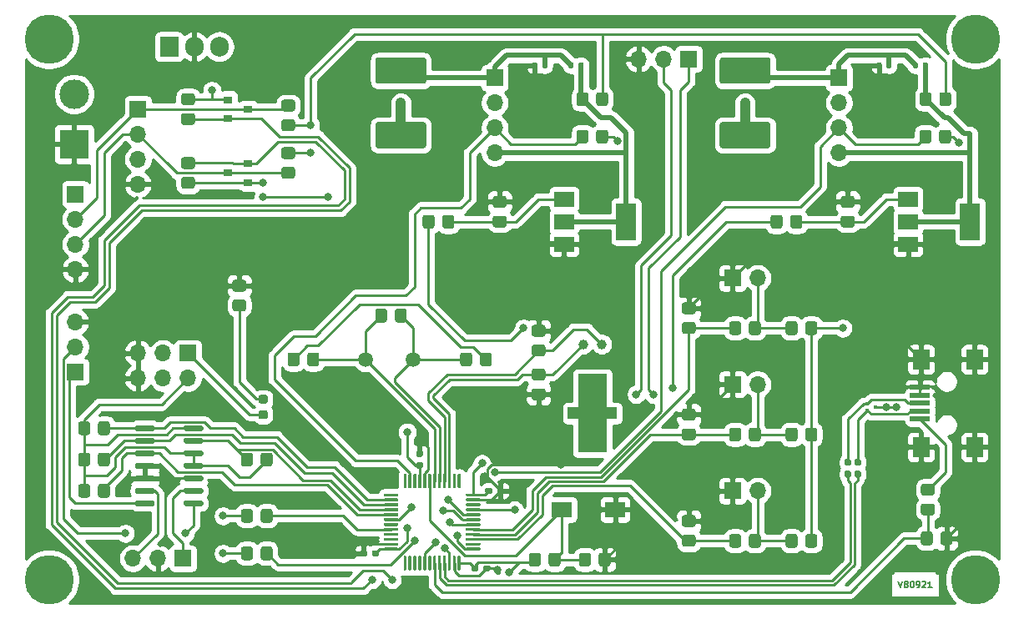
<source format=gtl>
G04 #@! TF.GenerationSoftware,KiCad,Pcbnew,(5.1.10)-1*
G04 #@! TF.CreationDate,2021-09-04T13:32:15+03:00*
G04 #@! TF.ProjectId,amp_control_board,616d705f-636f-46e7-9472-6f6c5f626f61,rev?*
G04 #@! TF.SameCoordinates,Original*
G04 #@! TF.FileFunction,Copper,L1,Top*
G04 #@! TF.FilePolarity,Positive*
%FSLAX46Y46*%
G04 Gerber Fmt 4.6, Leading zero omitted, Abs format (unit mm)*
G04 Created by KiCad (PCBNEW (5.1.10)-1) date 2021-09-04 13:32:15*
%MOMM*%
%LPD*%
G01*
G04 APERTURE LIST*
G04 #@! TA.AperFunction,NonConductor*
%ADD10C,0.158750*%
G04 #@! TD*
G04 #@! TA.AperFunction,SMDPad,CuDef*
%ADD11R,0.300000X0.300000*%
G04 #@! TD*
G04 #@! TA.AperFunction,SMDPad,CuDef*
%ADD12R,1.700000X2.000000*%
G04 #@! TD*
G04 #@! TA.AperFunction,SMDPad,CuDef*
%ADD13R,2.000000X0.500000*%
G04 #@! TD*
G04 #@! TA.AperFunction,ComponentPad*
%ADD14C,5.000000*%
G04 #@! TD*
G04 #@! TA.AperFunction,ComponentPad*
%ADD15O,1.700000X1.700000*%
G04 #@! TD*
G04 #@! TA.AperFunction,ComponentPad*
%ADD16R,1.700000X1.700000*%
G04 #@! TD*
G04 #@! TA.AperFunction,ComponentPad*
%ADD17R,3.000000X3.000000*%
G04 #@! TD*
G04 #@! TA.AperFunction,ComponentPad*
%ADD18C,3.000000*%
G04 #@! TD*
G04 #@! TA.AperFunction,SMDPad,CuDef*
%ADD19R,2.000000X1.500000*%
G04 #@! TD*
G04 #@! TA.AperFunction,SMDPad,CuDef*
%ADD20R,2.000000X3.800000*%
G04 #@! TD*
G04 #@! TA.AperFunction,SMDPad,CuDef*
%ADD21R,0.900000X0.800000*%
G04 #@! TD*
G04 #@! TA.AperFunction,SMDPad,CuDef*
%ADD22R,2.000000X1.600000*%
G04 #@! TD*
G04 #@! TA.AperFunction,ComponentPad*
%ADD23R,1.905000X2.000000*%
G04 #@! TD*
G04 #@! TA.AperFunction,ComponentPad*
%ADD24O,1.905000X2.000000*%
G04 #@! TD*
G04 #@! TA.AperFunction,ComponentPad*
%ADD25C,1.500000*%
G04 #@! TD*
G04 #@! TA.AperFunction,ComponentPad*
%ADD26C,1.000000*%
G04 #@! TD*
G04 #@! TA.AperFunction,SMDPad,CuDef*
%ADD27R,3.000000X8.000000*%
G04 #@! TD*
G04 #@! TA.AperFunction,ComponentPad*
%ADD28R,1.200000X1.200000*%
G04 #@! TD*
G04 #@! TA.AperFunction,ViaPad*
%ADD29C,0.800000*%
G04 #@! TD*
G04 #@! TA.AperFunction,Conductor*
%ADD30C,0.250000*%
G04 #@! TD*
G04 #@! TA.AperFunction,Conductor*
%ADD31C,1.016000*%
G04 #@! TD*
G04 #@! TA.AperFunction,Conductor*
%ADD32C,0.508000*%
G04 #@! TD*
G04 #@! TA.AperFunction,Conductor*
%ADD33C,0.254000*%
G04 #@! TD*
G04 #@! TA.AperFunction,Conductor*
%ADD34C,0.100000*%
G04 #@! TD*
G04 APERTURE END LIST*
D10*
X216193309Y-124112261D02*
X216404976Y-124747261D01*
X216616642Y-124112261D01*
X217039976Y-124414642D02*
X217130690Y-124444880D01*
X217160928Y-124475119D01*
X217191166Y-124535595D01*
X217191166Y-124626309D01*
X217160928Y-124686785D01*
X217130690Y-124717023D01*
X217070214Y-124747261D01*
X216828309Y-124747261D01*
X216828309Y-124112261D01*
X217039976Y-124112261D01*
X217100452Y-124142500D01*
X217130690Y-124172738D01*
X217160928Y-124233214D01*
X217160928Y-124293690D01*
X217130690Y-124354166D01*
X217100452Y-124384404D01*
X217039976Y-124414642D01*
X216828309Y-124414642D01*
X217584261Y-124112261D02*
X217644738Y-124112261D01*
X217705214Y-124142500D01*
X217735452Y-124172738D01*
X217765690Y-124233214D01*
X217795928Y-124354166D01*
X217795928Y-124505357D01*
X217765690Y-124626309D01*
X217735452Y-124686785D01*
X217705214Y-124717023D01*
X217644738Y-124747261D01*
X217584261Y-124747261D01*
X217523785Y-124717023D01*
X217493547Y-124686785D01*
X217463309Y-124626309D01*
X217433071Y-124505357D01*
X217433071Y-124354166D01*
X217463309Y-124233214D01*
X217493547Y-124172738D01*
X217523785Y-124142500D01*
X217584261Y-124112261D01*
X218098309Y-124747261D02*
X218219261Y-124747261D01*
X218279738Y-124717023D01*
X218309976Y-124686785D01*
X218370452Y-124596071D01*
X218400690Y-124475119D01*
X218400690Y-124233214D01*
X218370452Y-124172738D01*
X218340214Y-124142500D01*
X218279738Y-124112261D01*
X218158785Y-124112261D01*
X218098309Y-124142500D01*
X218068071Y-124172738D01*
X218037833Y-124233214D01*
X218037833Y-124384404D01*
X218068071Y-124444880D01*
X218098309Y-124475119D01*
X218158785Y-124505357D01*
X218279738Y-124505357D01*
X218340214Y-124475119D01*
X218370452Y-124444880D01*
X218400690Y-124384404D01*
X218642595Y-124172738D02*
X218672833Y-124142500D01*
X218733309Y-124112261D01*
X218884500Y-124112261D01*
X218944976Y-124142500D01*
X218975214Y-124172738D01*
X219005452Y-124233214D01*
X219005452Y-124293690D01*
X218975214Y-124384404D01*
X218612357Y-124747261D01*
X219005452Y-124747261D01*
X219610214Y-124747261D02*
X219247357Y-124747261D01*
X219428785Y-124747261D02*
X219428785Y-124112261D01*
X219368309Y-124202976D01*
X219307833Y-124263452D01*
X219247357Y-124293690D01*
D11*
X213912000Y-106426000D03*
X213062000Y-106776000D03*
X213062000Y-106076000D03*
G04 #@! TA.AperFunction,SMDPad,CuDef*
G36*
G01*
X219691000Y-119310999D02*
X219691000Y-120211001D01*
G75*
G02*
X219441001Y-120461000I-249999J0D01*
G01*
X218740999Y-120461000D01*
G75*
G02*
X218491000Y-120211001I0J249999D01*
G01*
X218491000Y-119310999D01*
G75*
G02*
X218740999Y-119061000I249999J0D01*
G01*
X219441001Y-119061000D01*
G75*
G02*
X219691000Y-119310999I0J-249999D01*
G01*
G37*
G04 #@! TD.AperFunction*
G04 #@! TA.AperFunction,SMDPad,CuDef*
G36*
G01*
X221691000Y-119310999D02*
X221691000Y-120211001D01*
G75*
G02*
X221441001Y-120461000I-249999J0D01*
G01*
X220740999Y-120461000D01*
G75*
G02*
X220491000Y-120211001I0J249999D01*
G01*
X220491000Y-119310999D01*
G75*
G02*
X220740999Y-119061000I249999J0D01*
G01*
X221441001Y-119061000D01*
G75*
G02*
X221691000Y-119310999I0J-249999D01*
G01*
G37*
G04 #@! TD.AperFunction*
G04 #@! TA.AperFunction,SMDPad,CuDef*
G36*
G01*
X219652001Y-115424000D02*
X218751999Y-115424000D01*
G75*
G02*
X218502000Y-115174001I0J249999D01*
G01*
X218502000Y-114473999D01*
G75*
G02*
X218751999Y-114224000I249999J0D01*
G01*
X219652001Y-114224000D01*
G75*
G02*
X219902000Y-114473999I0J-249999D01*
G01*
X219902000Y-115174001D01*
G75*
G02*
X219652001Y-115424000I-249999J0D01*
G01*
G37*
G04 #@! TD.AperFunction*
G04 #@! TA.AperFunction,SMDPad,CuDef*
G36*
G01*
X219652001Y-117424000D02*
X218751999Y-117424000D01*
G75*
G02*
X218502000Y-117174001I0J249999D01*
G01*
X218502000Y-116473999D01*
G75*
G02*
X218751999Y-116224000I249999J0D01*
G01*
X219652001Y-116224000D01*
G75*
G02*
X219902000Y-116473999I0J-249999D01*
G01*
X219902000Y-117174001D01*
G75*
G02*
X219652001Y-117424000I-249999J0D01*
G01*
G37*
G04 #@! TD.AperFunction*
G04 #@! TA.AperFunction,SMDPad,CuDef*
G36*
G01*
X212250000Y-112409000D02*
X211930000Y-112409000D01*
G75*
G02*
X211770000Y-112249000I0J160000D01*
G01*
X211770000Y-111854000D01*
G75*
G02*
X211930000Y-111694000I160000J0D01*
G01*
X212250000Y-111694000D01*
G75*
G02*
X212410000Y-111854000I0J-160000D01*
G01*
X212410000Y-112249000D01*
G75*
G02*
X212250000Y-112409000I-160000J0D01*
G01*
G37*
G04 #@! TD.AperFunction*
G04 #@! TA.AperFunction,SMDPad,CuDef*
G36*
G01*
X212250000Y-113604000D02*
X211930000Y-113604000D01*
G75*
G02*
X211770000Y-113444000I0J160000D01*
G01*
X211770000Y-113049000D01*
G75*
G02*
X211930000Y-112889000I160000J0D01*
G01*
X212250000Y-112889000D01*
G75*
G02*
X212410000Y-113049000I0J-160000D01*
G01*
X212410000Y-113444000D01*
G75*
G02*
X212250000Y-113604000I-160000J0D01*
G01*
G37*
G04 #@! TD.AperFunction*
G04 #@! TA.AperFunction,SMDPad,CuDef*
G36*
G01*
X210914000Y-112889000D02*
X211234000Y-112889000D01*
G75*
G02*
X211394000Y-113049000I0J-160000D01*
G01*
X211394000Y-113444000D01*
G75*
G02*
X211234000Y-113604000I-160000J0D01*
G01*
X210914000Y-113604000D01*
G75*
G02*
X210754000Y-113444000I0J160000D01*
G01*
X210754000Y-113049000D01*
G75*
G02*
X210914000Y-112889000I160000J0D01*
G01*
G37*
G04 #@! TD.AperFunction*
G04 #@! TA.AperFunction,SMDPad,CuDef*
G36*
G01*
X210914000Y-111694000D02*
X211234000Y-111694000D01*
G75*
G02*
X211394000Y-111854000I0J-160000D01*
G01*
X211394000Y-112249000D01*
G75*
G02*
X211234000Y-112409000I-160000J0D01*
G01*
X210914000Y-112409000D01*
G75*
G02*
X210754000Y-112249000I0J160000D01*
G01*
X210754000Y-111854000D01*
G75*
G02*
X210914000Y-111694000I160000J0D01*
G01*
G37*
G04 #@! TD.AperFunction*
D12*
X223957000Y-101595000D03*
X218507000Y-101595000D03*
X223957000Y-110495000D03*
X218507000Y-110495000D03*
D13*
X218407000Y-104445000D03*
X218407000Y-105245000D03*
X218407000Y-106045000D03*
X218407000Y-106845000D03*
X218407000Y-107645000D03*
D14*
X224028000Y-123952000D03*
X130048000Y-123952000D03*
X224028000Y-69088000D03*
X130048000Y-69088000D03*
G04 #@! TA.AperFunction,SMDPad,CuDef*
G36*
G01*
X175500000Y-115095000D02*
X175500000Y-114775000D01*
G75*
G02*
X175660000Y-114615000I160000J0D01*
G01*
X176055000Y-114615000D01*
G75*
G02*
X176215000Y-114775000I0J-160000D01*
G01*
X176215000Y-115095000D01*
G75*
G02*
X176055000Y-115255000I-160000J0D01*
G01*
X175660000Y-115255000D01*
G75*
G02*
X175500000Y-115095000I0J160000D01*
G01*
G37*
G04 #@! TD.AperFunction*
G04 #@! TA.AperFunction,SMDPad,CuDef*
G36*
G01*
X174305000Y-115095000D02*
X174305000Y-114775000D01*
G75*
G02*
X174465000Y-114615000I160000J0D01*
G01*
X174860000Y-114615000D01*
G75*
G02*
X175020000Y-114775000I0J-160000D01*
G01*
X175020000Y-115095000D01*
G75*
G02*
X174860000Y-115255000I-160000J0D01*
G01*
X174465000Y-115255000D01*
G75*
G02*
X174305000Y-115095000I0J160000D01*
G01*
G37*
G04 #@! TD.AperFunction*
G04 #@! TA.AperFunction,SMDPad,CuDef*
G36*
G01*
X174103000Y-122969000D02*
X174103000Y-122649000D01*
G75*
G02*
X174263000Y-122489000I160000J0D01*
G01*
X174658000Y-122489000D01*
G75*
G02*
X174818000Y-122649000I0J-160000D01*
G01*
X174818000Y-122969000D01*
G75*
G02*
X174658000Y-123129000I-160000J0D01*
G01*
X174263000Y-123129000D01*
G75*
G02*
X174103000Y-122969000I0J160000D01*
G01*
G37*
G04 #@! TD.AperFunction*
G04 #@! TA.AperFunction,SMDPad,CuDef*
G36*
G01*
X172908000Y-122969000D02*
X172908000Y-122649000D01*
G75*
G02*
X173068000Y-122489000I160000J0D01*
G01*
X173463000Y-122489000D01*
G75*
G02*
X173623000Y-122649000I0J-160000D01*
G01*
X173623000Y-122969000D01*
G75*
G02*
X173463000Y-123129000I-160000J0D01*
G01*
X173068000Y-123129000D01*
G75*
G02*
X172908000Y-122969000I0J160000D01*
G01*
G37*
G04 #@! TD.AperFunction*
G04 #@! TA.AperFunction,SMDPad,CuDef*
G36*
G01*
X162320000Y-121125000D02*
X162320000Y-121445000D01*
G75*
G02*
X162160000Y-121605000I-160000J0D01*
G01*
X161765000Y-121605000D01*
G75*
G02*
X161605000Y-121445000I0J160000D01*
G01*
X161605000Y-121125000D01*
G75*
G02*
X161765000Y-120965000I160000J0D01*
G01*
X162160000Y-120965000D01*
G75*
G02*
X162320000Y-121125000I0J-160000D01*
G01*
G37*
G04 #@! TD.AperFunction*
G04 #@! TA.AperFunction,SMDPad,CuDef*
G36*
G01*
X163515000Y-121125000D02*
X163515000Y-121445000D01*
G75*
G02*
X163355000Y-121605000I-160000J0D01*
G01*
X162960000Y-121605000D01*
G75*
G02*
X162800000Y-121445000I0J160000D01*
G01*
X162800000Y-121125000D01*
G75*
G02*
X162960000Y-120965000I160000J0D01*
G01*
X163355000Y-120965000D01*
G75*
G02*
X163515000Y-121125000I0J-160000D01*
G01*
G37*
G04 #@! TD.AperFunction*
G04 #@! TA.AperFunction,SMDPad,CuDef*
G36*
G01*
X167800000Y-111520000D02*
X167480000Y-111520000D01*
G75*
G02*
X167320000Y-111360000I0J160000D01*
G01*
X167320000Y-110965000D01*
G75*
G02*
X167480000Y-110805000I160000J0D01*
G01*
X167800000Y-110805000D01*
G75*
G02*
X167960000Y-110965000I0J-160000D01*
G01*
X167960000Y-111360000D01*
G75*
G02*
X167800000Y-111520000I-160000J0D01*
G01*
G37*
G04 #@! TD.AperFunction*
G04 #@! TA.AperFunction,SMDPad,CuDef*
G36*
G01*
X167800000Y-112715000D02*
X167480000Y-112715000D01*
G75*
G02*
X167320000Y-112555000I0J160000D01*
G01*
X167320000Y-112160000D01*
G75*
G02*
X167480000Y-112000000I160000J0D01*
G01*
X167800000Y-112000000D01*
G75*
G02*
X167960000Y-112160000I0J-160000D01*
G01*
X167960000Y-112555000D01*
G75*
G02*
X167800000Y-112715000I-160000J0D01*
G01*
G37*
G04 #@! TD.AperFunction*
D15*
X138557000Y-121793000D03*
X141097000Y-121793000D03*
D16*
X143637000Y-121793000D03*
G04 #@! TA.AperFunction,SMDPad,CuDef*
G36*
G01*
X171755000Y-102050001D02*
X171755000Y-101149999D01*
G75*
G02*
X172004999Y-100900000I249999J0D01*
G01*
X172705001Y-100900000D01*
G75*
G02*
X172955000Y-101149999I0J-249999D01*
G01*
X172955000Y-102050001D01*
G75*
G02*
X172705001Y-102300000I-249999J0D01*
G01*
X172004999Y-102300000D01*
G75*
G02*
X171755000Y-102050001I0J249999D01*
G01*
G37*
G04 #@! TD.AperFunction*
G04 #@! TA.AperFunction,SMDPad,CuDef*
G36*
G01*
X173755000Y-102050001D02*
X173755000Y-101149999D01*
G75*
G02*
X174004999Y-100900000I249999J0D01*
G01*
X174705001Y-100900000D01*
G75*
G02*
X174955000Y-101149999I0J-249999D01*
G01*
X174955000Y-102050001D01*
G75*
G02*
X174705001Y-102300000I-249999J0D01*
G01*
X174004999Y-102300000D01*
G75*
G02*
X173755000Y-102050001I0J249999D01*
G01*
G37*
G04 #@! TD.AperFunction*
G04 #@! TA.AperFunction,SMDPad,CuDef*
G36*
G01*
X211524001Y-86214000D02*
X210623999Y-86214000D01*
G75*
G02*
X210374000Y-85964001I0J249999D01*
G01*
X210374000Y-85263999D01*
G75*
G02*
X210623999Y-85014000I249999J0D01*
G01*
X211524001Y-85014000D01*
G75*
G02*
X211774000Y-85263999I0J-249999D01*
G01*
X211774000Y-85964001D01*
G75*
G02*
X211524001Y-86214000I-249999J0D01*
G01*
G37*
G04 #@! TD.AperFunction*
G04 #@! TA.AperFunction,SMDPad,CuDef*
G36*
G01*
X211524001Y-88214000D02*
X210623999Y-88214000D01*
G75*
G02*
X210374000Y-87964001I0J249999D01*
G01*
X210374000Y-87263999D01*
G75*
G02*
X210623999Y-87014000I249999J0D01*
G01*
X211524001Y-87014000D01*
G75*
G02*
X211774000Y-87263999I0J-249999D01*
G01*
X211774000Y-87964001D01*
G75*
G02*
X211524001Y-88214000I-249999J0D01*
G01*
G37*
G04 #@! TD.AperFunction*
G04 #@! TA.AperFunction,SMDPad,CuDef*
G36*
G01*
X155445000Y-101149999D02*
X155445000Y-102050001D01*
G75*
G02*
X155195001Y-102300000I-249999J0D01*
G01*
X154494999Y-102300000D01*
G75*
G02*
X154245000Y-102050001I0J249999D01*
G01*
X154245000Y-101149999D01*
G75*
G02*
X154494999Y-100900000I249999J0D01*
G01*
X155195001Y-100900000D01*
G75*
G02*
X155445000Y-101149999I0J-249999D01*
G01*
G37*
G04 #@! TD.AperFunction*
G04 #@! TA.AperFunction,SMDPad,CuDef*
G36*
G01*
X157445000Y-101149999D02*
X157445000Y-102050001D01*
G75*
G02*
X157195001Y-102300000I-249999J0D01*
G01*
X156494999Y-102300000D01*
G75*
G02*
X156245000Y-102050001I0J249999D01*
G01*
X156245000Y-101149999D01*
G75*
G02*
X156494999Y-100900000I249999J0D01*
G01*
X157195001Y-100900000D01*
G75*
G02*
X157445000Y-101149999I0J-249999D01*
G01*
G37*
G04 #@! TD.AperFunction*
G04 #@! TA.AperFunction,SMDPad,CuDef*
G36*
G01*
X179254999Y-102540000D02*
X180155001Y-102540000D01*
G75*
G02*
X180405000Y-102789999I0J-249999D01*
G01*
X180405000Y-103490001D01*
G75*
G02*
X180155001Y-103740000I-249999J0D01*
G01*
X179254999Y-103740000D01*
G75*
G02*
X179005000Y-103490001I0J249999D01*
G01*
X179005000Y-102789999D01*
G75*
G02*
X179254999Y-102540000I249999J0D01*
G01*
G37*
G04 #@! TD.AperFunction*
G04 #@! TA.AperFunction,SMDPad,CuDef*
G36*
G01*
X179254999Y-104540000D02*
X180155001Y-104540000D01*
G75*
G02*
X180405000Y-104789999I0J-249999D01*
G01*
X180405000Y-105490001D01*
G75*
G02*
X180155001Y-105740000I-249999J0D01*
G01*
X179254999Y-105740000D01*
G75*
G02*
X179005000Y-105490001I0J249999D01*
G01*
X179005000Y-104789999D01*
G75*
G02*
X179254999Y-104540000I249999J0D01*
G01*
G37*
G04 #@! TD.AperFunction*
G04 #@! TA.AperFunction,SMDPad,CuDef*
G36*
G01*
X180155001Y-99295000D02*
X179254999Y-99295000D01*
G75*
G02*
X179005000Y-99045001I0J249999D01*
G01*
X179005000Y-98344999D01*
G75*
G02*
X179254999Y-98095000I249999J0D01*
G01*
X180155001Y-98095000D01*
G75*
G02*
X180405000Y-98344999I0J-249999D01*
G01*
X180405000Y-99045001D01*
G75*
G02*
X180155001Y-99295000I-249999J0D01*
G01*
G37*
G04 #@! TD.AperFunction*
G04 #@! TA.AperFunction,SMDPad,CuDef*
G36*
G01*
X180155001Y-101295000D02*
X179254999Y-101295000D01*
G75*
G02*
X179005000Y-101045001I0J249999D01*
G01*
X179005000Y-100344999D01*
G75*
G02*
X179254999Y-100095000I249999J0D01*
G01*
X180155001Y-100095000D01*
G75*
G02*
X180405000Y-100344999I0J-249999D01*
G01*
X180405000Y-101045001D01*
G75*
G02*
X180155001Y-101295000I-249999J0D01*
G01*
G37*
G04 #@! TD.AperFunction*
G04 #@! TA.AperFunction,SMDPad,CuDef*
G36*
G01*
X176218001Y-88214000D02*
X175317999Y-88214000D01*
G75*
G02*
X175068000Y-87964001I0J249999D01*
G01*
X175068000Y-87263999D01*
G75*
G02*
X175317999Y-87014000I249999J0D01*
G01*
X176218001Y-87014000D01*
G75*
G02*
X176468000Y-87263999I0J-249999D01*
G01*
X176468000Y-87964001D01*
G75*
G02*
X176218001Y-88214000I-249999J0D01*
G01*
G37*
G04 #@! TD.AperFunction*
G04 #@! TA.AperFunction,SMDPad,CuDef*
G36*
G01*
X176218001Y-86214000D02*
X175317999Y-86214000D01*
G75*
G02*
X175068000Y-85964001I0J249999D01*
G01*
X175068000Y-85263999D01*
G75*
G02*
X175317999Y-85014000I249999J0D01*
G01*
X176218001Y-85014000D01*
G75*
G02*
X176468000Y-85263999I0J-249999D01*
G01*
X176468000Y-85964001D01*
G75*
G02*
X176218001Y-86214000I-249999J0D01*
G01*
G37*
G04 #@! TD.AperFunction*
G04 #@! TA.AperFunction,SMDPad,CuDef*
G36*
G01*
X183820000Y-122370001D02*
X183820000Y-121469999D01*
G75*
G02*
X184069999Y-121220000I249999J0D01*
G01*
X184770001Y-121220000D01*
G75*
G02*
X185020000Y-121469999I0J-249999D01*
G01*
X185020000Y-122370001D01*
G75*
G02*
X184770001Y-122620000I-249999J0D01*
G01*
X184069999Y-122620000D01*
G75*
G02*
X183820000Y-122370001I0J249999D01*
G01*
G37*
G04 #@! TD.AperFunction*
G04 #@! TA.AperFunction,SMDPad,CuDef*
G36*
G01*
X185820000Y-122370001D02*
X185820000Y-121469999D01*
G75*
G02*
X186069999Y-121220000I249999J0D01*
G01*
X186770001Y-121220000D01*
G75*
G02*
X187020000Y-121469999I0J-249999D01*
G01*
X187020000Y-122370001D01*
G75*
G02*
X186770001Y-122620000I-249999J0D01*
G01*
X186069999Y-122620000D01*
G75*
G02*
X185820000Y-122370001I0J249999D01*
G01*
G37*
G04 #@! TD.AperFunction*
G04 #@! TA.AperFunction,SMDPad,CuDef*
G36*
G01*
X195395001Y-97009000D02*
X194494999Y-97009000D01*
G75*
G02*
X194245000Y-96759001I0J249999D01*
G01*
X194245000Y-96058999D01*
G75*
G02*
X194494999Y-95809000I249999J0D01*
G01*
X195395001Y-95809000D01*
G75*
G02*
X195645000Y-96058999I0J-249999D01*
G01*
X195645000Y-96759001D01*
G75*
G02*
X195395001Y-97009000I-249999J0D01*
G01*
G37*
G04 #@! TD.AperFunction*
G04 #@! TA.AperFunction,SMDPad,CuDef*
G36*
G01*
X195395001Y-99009000D02*
X194494999Y-99009000D01*
G75*
G02*
X194245000Y-98759001I0J249999D01*
G01*
X194245000Y-98058999D01*
G75*
G02*
X194494999Y-97809000I249999J0D01*
G01*
X195395001Y-97809000D01*
G75*
G02*
X195645000Y-98058999I0J-249999D01*
G01*
X195645000Y-98759001D01*
G75*
G02*
X195395001Y-99009000I-249999J0D01*
G01*
G37*
G04 #@! TD.AperFunction*
G04 #@! TA.AperFunction,SMDPad,CuDef*
G36*
G01*
X195395001Y-107804000D02*
X194494999Y-107804000D01*
G75*
G02*
X194245000Y-107554001I0J249999D01*
G01*
X194245000Y-106853999D01*
G75*
G02*
X194494999Y-106604000I249999J0D01*
G01*
X195395001Y-106604000D01*
G75*
G02*
X195645000Y-106853999I0J-249999D01*
G01*
X195645000Y-107554001D01*
G75*
G02*
X195395001Y-107804000I-249999J0D01*
G01*
G37*
G04 #@! TD.AperFunction*
G04 #@! TA.AperFunction,SMDPad,CuDef*
G36*
G01*
X195395001Y-109804000D02*
X194494999Y-109804000D01*
G75*
G02*
X194245000Y-109554001I0J249999D01*
G01*
X194245000Y-108853999D01*
G75*
G02*
X194494999Y-108604000I249999J0D01*
G01*
X195395001Y-108604000D01*
G75*
G02*
X195645000Y-108853999I0J-249999D01*
G01*
X195645000Y-109554001D01*
G75*
G02*
X195395001Y-109804000I-249999J0D01*
G01*
G37*
G04 #@! TD.AperFunction*
G04 #@! TA.AperFunction,SMDPad,CuDef*
G36*
G01*
X195395001Y-120599000D02*
X194494999Y-120599000D01*
G75*
G02*
X194245000Y-120349001I0J249999D01*
G01*
X194245000Y-119648999D01*
G75*
G02*
X194494999Y-119399000I249999J0D01*
G01*
X195395001Y-119399000D01*
G75*
G02*
X195645000Y-119648999I0J-249999D01*
G01*
X195645000Y-120349001D01*
G75*
G02*
X195395001Y-120599000I-249999J0D01*
G01*
G37*
G04 #@! TD.AperFunction*
G04 #@! TA.AperFunction,SMDPad,CuDef*
G36*
G01*
X195395001Y-118599000D02*
X194494999Y-118599000D01*
G75*
G02*
X194245000Y-118349001I0J249999D01*
G01*
X194245000Y-117648999D01*
G75*
G02*
X194494999Y-117399000I249999J0D01*
G01*
X195395001Y-117399000D01*
G75*
G02*
X195645000Y-117648999I0J-249999D01*
G01*
X195645000Y-118349001D01*
G75*
G02*
X195395001Y-118599000I-249999J0D01*
G01*
G37*
G04 #@! TD.AperFunction*
G04 #@! TA.AperFunction,SMDPad,CuDef*
G36*
G01*
X202985000Y-73615000D02*
X198335000Y-73615000D01*
G75*
G02*
X198085000Y-73365000I0J250000D01*
G01*
X198085000Y-71215000D01*
G75*
G02*
X198335000Y-70965000I250000J0D01*
G01*
X202985000Y-70965000D01*
G75*
G02*
X203235000Y-71215000I0J-250000D01*
G01*
X203235000Y-73365000D01*
G75*
G02*
X202985000Y-73615000I-250000J0D01*
G01*
G37*
G04 #@! TD.AperFunction*
G04 #@! TA.AperFunction,SMDPad,CuDef*
G36*
G01*
X202985000Y-80165000D02*
X198335000Y-80165000D01*
G75*
G02*
X198085000Y-79915000I0J250000D01*
G01*
X198085000Y-77765000D01*
G75*
G02*
X198335000Y-77515000I250000J0D01*
G01*
X202985000Y-77515000D01*
G75*
G02*
X203235000Y-77765000I0J-250000D01*
G01*
X203235000Y-79915000D01*
G75*
G02*
X202985000Y-80165000I-250000J0D01*
G01*
G37*
G04 #@! TD.AperFunction*
G04 #@! TA.AperFunction,SMDPad,CuDef*
G36*
G01*
X168060000Y-80165000D02*
X163410000Y-80165000D01*
G75*
G02*
X163160000Y-79915000I0J250000D01*
G01*
X163160000Y-77765000D01*
G75*
G02*
X163410000Y-77515000I250000J0D01*
G01*
X168060000Y-77515000D01*
G75*
G02*
X168310000Y-77765000I0J-250000D01*
G01*
X168310000Y-79915000D01*
G75*
G02*
X168060000Y-80165000I-250000J0D01*
G01*
G37*
G04 #@! TD.AperFunction*
G04 #@! TA.AperFunction,SMDPad,CuDef*
G36*
G01*
X168060000Y-73615000D02*
X163410000Y-73615000D01*
G75*
G02*
X163160000Y-73365000I0J250000D01*
G01*
X163160000Y-71215000D01*
G75*
G02*
X163410000Y-70965000I250000J0D01*
G01*
X168060000Y-70965000D01*
G75*
G02*
X168310000Y-71215000I0J-250000D01*
G01*
X168310000Y-73365000D01*
G75*
G02*
X168060000Y-73615000I-250000J0D01*
G01*
G37*
G04 #@! TD.AperFunction*
G04 #@! TA.AperFunction,SMDPad,CuDef*
G36*
G01*
X151508750Y-105201000D02*
X152021250Y-105201000D01*
G75*
G02*
X152240000Y-105419750I0J-218750D01*
G01*
X152240000Y-105857250D01*
G75*
G02*
X152021250Y-106076000I-218750J0D01*
G01*
X151508750Y-106076000D01*
G75*
G02*
X151290000Y-105857250I0J218750D01*
G01*
X151290000Y-105419750D01*
G75*
G02*
X151508750Y-105201000I218750J0D01*
G01*
G37*
G04 #@! TD.AperFunction*
G04 #@! TA.AperFunction,SMDPad,CuDef*
G36*
G01*
X151508750Y-106776000D02*
X152021250Y-106776000D01*
G75*
G02*
X152240000Y-106994750I0J-218750D01*
G01*
X152240000Y-107432250D01*
G75*
G02*
X152021250Y-107651000I-218750J0D01*
G01*
X151508750Y-107651000D01*
G75*
G02*
X151290000Y-107432250I0J218750D01*
G01*
X151290000Y-106994750D01*
G75*
G02*
X151508750Y-106776000I218750J0D01*
G01*
G37*
G04 #@! TD.AperFunction*
D15*
X189865000Y-71120000D03*
X192405000Y-71120000D03*
D16*
X194945000Y-71120000D03*
D15*
X132715000Y-92456000D03*
X132715000Y-89916000D03*
X132715000Y-87376000D03*
D16*
X132715000Y-84836000D03*
D17*
X132588000Y-79756000D03*
D18*
X132588000Y-74676000D03*
D16*
X139065000Y-76200000D03*
D15*
X139065000Y-78740000D03*
X139065000Y-81280000D03*
X139065000Y-83820000D03*
D16*
X144145000Y-100965000D03*
D15*
X144145000Y-103505000D03*
X141605000Y-100965000D03*
X141605000Y-103505000D03*
X139065000Y-100965000D03*
X139065000Y-103505000D03*
D16*
X132715000Y-102870000D03*
D15*
X132715000Y-100330000D03*
X132715000Y-97790000D03*
D16*
X210185000Y-73025000D03*
D15*
X210185000Y-75565000D03*
X210185000Y-78105000D03*
X210185000Y-80645000D03*
X175260000Y-80645000D03*
X175260000Y-78105000D03*
X175260000Y-75565000D03*
D16*
X175260000Y-73025000D03*
D19*
X217195000Y-85330000D03*
X217195000Y-89930000D03*
X217195000Y-87630000D03*
D20*
X223495000Y-87630000D03*
X188595000Y-87630000D03*
D19*
X182295000Y-87630000D03*
X182295000Y-89930000D03*
X182295000Y-85330000D03*
D21*
X150225000Y-76200000D03*
X148225000Y-77150000D03*
X148225000Y-75250000D03*
X150225000Y-83627000D03*
X150225000Y-81727000D03*
X148225000Y-82677000D03*
G04 #@! TA.AperFunction,SMDPad,CuDef*
G36*
G01*
X206451000Y-87179999D02*
X206451000Y-88080001D01*
G75*
G02*
X206201001Y-88330000I-249999J0D01*
G01*
X205500999Y-88330000D01*
G75*
G02*
X205251000Y-88080001I0J249999D01*
G01*
X205251000Y-87179999D01*
G75*
G02*
X205500999Y-86930000I249999J0D01*
G01*
X206201001Y-86930000D01*
G75*
G02*
X206451000Y-87179999I0J-249999D01*
G01*
G37*
G04 #@! TD.AperFunction*
G04 #@! TA.AperFunction,SMDPad,CuDef*
G36*
G01*
X204451000Y-87179999D02*
X204451000Y-88080001D01*
G75*
G02*
X204201001Y-88330000I-249999J0D01*
G01*
X203500999Y-88330000D01*
G75*
G02*
X203251000Y-88080001I0J249999D01*
G01*
X203251000Y-87179999D01*
G75*
G02*
X203500999Y-86930000I249999J0D01*
G01*
X204201001Y-86930000D01*
G75*
G02*
X204451000Y-87179999I0J-249999D01*
G01*
G37*
G04 #@! TD.AperFunction*
G04 #@! TA.AperFunction,SMDPad,CuDef*
G36*
G01*
X164335000Y-96704999D02*
X164335000Y-97605001D01*
G75*
G02*
X164085001Y-97855000I-249999J0D01*
G01*
X163384999Y-97855000D01*
G75*
G02*
X163135000Y-97605001I0J249999D01*
G01*
X163135000Y-96704999D01*
G75*
G02*
X163384999Y-96455000I249999J0D01*
G01*
X164085001Y-96455000D01*
G75*
G02*
X164335000Y-96704999I0J-249999D01*
G01*
G37*
G04 #@! TD.AperFunction*
G04 #@! TA.AperFunction,SMDPad,CuDef*
G36*
G01*
X166335000Y-96704999D02*
X166335000Y-97605001D01*
G75*
G02*
X166085001Y-97855000I-249999J0D01*
G01*
X165384999Y-97855000D01*
G75*
G02*
X165135000Y-97605001I0J249999D01*
G01*
X165135000Y-96704999D01*
G75*
G02*
X165384999Y-96455000I249999J0D01*
G01*
X166085001Y-96455000D01*
G75*
G02*
X166335000Y-96704999I0J-249999D01*
G01*
G37*
G04 #@! TD.AperFunction*
G04 #@! TA.AperFunction,SMDPad,CuDef*
G36*
G01*
X220380000Y-75634001D02*
X220380000Y-74733999D01*
G75*
G02*
X220629999Y-74484000I249999J0D01*
G01*
X221330001Y-74484000D01*
G75*
G02*
X221580000Y-74733999I0J-249999D01*
G01*
X221580000Y-75634001D01*
G75*
G02*
X221330001Y-75884000I-249999J0D01*
G01*
X220629999Y-75884000D01*
G75*
G02*
X220380000Y-75634001I0J249999D01*
G01*
G37*
G04 #@! TD.AperFunction*
G04 #@! TA.AperFunction,SMDPad,CuDef*
G36*
G01*
X218380000Y-75634001D02*
X218380000Y-74733999D01*
G75*
G02*
X218629999Y-74484000I249999J0D01*
G01*
X219330001Y-74484000D01*
G75*
G02*
X219580000Y-74733999I0J-249999D01*
G01*
X219580000Y-75634001D01*
G75*
G02*
X219330001Y-75884000I-249999J0D01*
G01*
X218629999Y-75884000D01*
G75*
G02*
X218380000Y-75634001I0J249999D01*
G01*
G37*
G04 #@! TD.AperFunction*
G04 #@! TA.AperFunction,SMDPad,CuDef*
G36*
G01*
X179940000Y-121469999D02*
X179940000Y-122370001D01*
G75*
G02*
X179690001Y-122620000I-249999J0D01*
G01*
X178989999Y-122620000D01*
G75*
G02*
X178740000Y-122370001I0J249999D01*
G01*
X178740000Y-121469999D01*
G75*
G02*
X178989999Y-121220000I249999J0D01*
G01*
X179690001Y-121220000D01*
G75*
G02*
X179940000Y-121469999I0J-249999D01*
G01*
G37*
G04 #@! TD.AperFunction*
G04 #@! TA.AperFunction,SMDPad,CuDef*
G36*
G01*
X181940000Y-121469999D02*
X181940000Y-122370001D01*
G75*
G02*
X181690001Y-122620000I-249999J0D01*
G01*
X180989999Y-122620000D01*
G75*
G02*
X180740000Y-122370001I0J249999D01*
G01*
X180740000Y-121469999D01*
G75*
G02*
X180989999Y-121220000I249999J0D01*
G01*
X181690001Y-121220000D01*
G75*
G02*
X181940000Y-121469999I0J-249999D01*
G01*
G37*
G04 #@! TD.AperFunction*
G04 #@! TA.AperFunction,SMDPad,CuDef*
G36*
G01*
X144595001Y-77800000D02*
X143694999Y-77800000D01*
G75*
G02*
X143445000Y-77550001I0J249999D01*
G01*
X143445000Y-76849999D01*
G75*
G02*
X143694999Y-76600000I249999J0D01*
G01*
X144595001Y-76600000D01*
G75*
G02*
X144845000Y-76849999I0J-249999D01*
G01*
X144845000Y-77550001D01*
G75*
G02*
X144595001Y-77800000I-249999J0D01*
G01*
G37*
G04 #@! TD.AperFunction*
G04 #@! TA.AperFunction,SMDPad,CuDef*
G36*
G01*
X144595001Y-75800000D02*
X143694999Y-75800000D01*
G75*
G02*
X143445000Y-75550001I0J249999D01*
G01*
X143445000Y-74849999D01*
G75*
G02*
X143694999Y-74600000I249999J0D01*
G01*
X144595001Y-74600000D01*
G75*
G02*
X144845000Y-74849999I0J-249999D01*
G01*
X144845000Y-75550001D01*
G75*
G02*
X144595001Y-75800000I-249999J0D01*
G01*
G37*
G04 #@! TD.AperFunction*
G04 #@! TA.AperFunction,SMDPad,CuDef*
G36*
G01*
X143694999Y-83077000D02*
X144595001Y-83077000D01*
G75*
G02*
X144845000Y-83326999I0J-249999D01*
G01*
X144845000Y-84027001D01*
G75*
G02*
X144595001Y-84277000I-249999J0D01*
G01*
X143694999Y-84277000D01*
G75*
G02*
X143445000Y-84027001I0J249999D01*
G01*
X143445000Y-83326999D01*
G75*
G02*
X143694999Y-83077000I249999J0D01*
G01*
G37*
G04 #@! TD.AperFunction*
G04 #@! TA.AperFunction,SMDPad,CuDef*
G36*
G01*
X143694999Y-81077000D02*
X144595001Y-81077000D01*
G75*
G02*
X144845000Y-81326999I0J-249999D01*
G01*
X144845000Y-82027001D01*
G75*
G02*
X144595001Y-82277000I-249999J0D01*
G01*
X143694999Y-82277000D01*
G75*
G02*
X143445000Y-82027001I0J249999D01*
G01*
X143445000Y-81326999D01*
G75*
G02*
X143694999Y-81077000I249999J0D01*
G01*
G37*
G04 #@! TD.AperFunction*
G04 #@! TA.AperFunction,SMDPad,CuDef*
G36*
G01*
X148901999Y-93523000D02*
X149802001Y-93523000D01*
G75*
G02*
X150052000Y-93772999I0J-249999D01*
G01*
X150052000Y-94473001D01*
G75*
G02*
X149802001Y-94723000I-249999J0D01*
G01*
X148901999Y-94723000D01*
G75*
G02*
X148652000Y-94473001I0J249999D01*
G01*
X148652000Y-93772999D01*
G75*
G02*
X148901999Y-93523000I249999J0D01*
G01*
G37*
G04 #@! TD.AperFunction*
G04 #@! TA.AperFunction,SMDPad,CuDef*
G36*
G01*
X148901999Y-95523000D02*
X149802001Y-95523000D01*
G75*
G02*
X150052000Y-95772999I0J-249999D01*
G01*
X150052000Y-96473001D01*
G75*
G02*
X149802001Y-96723000I-249999J0D01*
G01*
X148901999Y-96723000D01*
G75*
G02*
X148652000Y-96473001I0J249999D01*
G01*
X148652000Y-95772999D01*
G75*
G02*
X148901999Y-95523000I249999J0D01*
G01*
G37*
G04 #@! TD.AperFunction*
G04 #@! TA.AperFunction,SMDPad,CuDef*
G36*
G01*
X153854999Y-75235000D02*
X154755001Y-75235000D01*
G75*
G02*
X155005000Y-75484999I0J-249999D01*
G01*
X155005000Y-76185001D01*
G75*
G02*
X154755001Y-76435000I-249999J0D01*
G01*
X153854999Y-76435000D01*
G75*
G02*
X153605000Y-76185001I0J249999D01*
G01*
X153605000Y-75484999D01*
G75*
G02*
X153854999Y-75235000I249999J0D01*
G01*
G37*
G04 #@! TD.AperFunction*
G04 #@! TA.AperFunction,SMDPad,CuDef*
G36*
G01*
X153854999Y-77235000D02*
X154755001Y-77235000D01*
G75*
G02*
X155005000Y-77484999I0J-249999D01*
G01*
X155005000Y-78185001D01*
G75*
G02*
X154755001Y-78435000I-249999J0D01*
G01*
X153854999Y-78435000D01*
G75*
G02*
X153605000Y-78185001I0J249999D01*
G01*
X153605000Y-77484999D01*
G75*
G02*
X153854999Y-77235000I249999J0D01*
G01*
G37*
G04 #@! TD.AperFunction*
G04 #@! TA.AperFunction,SMDPad,CuDef*
G36*
G01*
X154755001Y-83261000D02*
X153854999Y-83261000D01*
G75*
G02*
X153605000Y-83011001I0J249999D01*
G01*
X153605000Y-82310999D01*
G75*
G02*
X153854999Y-82061000I249999J0D01*
G01*
X154755001Y-82061000D01*
G75*
G02*
X155005000Y-82310999I0J-249999D01*
G01*
X155005000Y-83011001D01*
G75*
G02*
X154755001Y-83261000I-249999J0D01*
G01*
G37*
G04 #@! TD.AperFunction*
G04 #@! TA.AperFunction,SMDPad,CuDef*
G36*
G01*
X154755001Y-81261000D02*
X153854999Y-81261000D01*
G75*
G02*
X153605000Y-81011001I0J249999D01*
G01*
X153605000Y-80310999D01*
G75*
G02*
X153854999Y-80061000I249999J0D01*
G01*
X154755001Y-80061000D01*
G75*
G02*
X155005000Y-80310999I0J-249999D01*
G01*
X155005000Y-81011001D01*
G75*
G02*
X154755001Y-81261000I-249999J0D01*
G01*
G37*
G04 #@! TD.AperFunction*
G04 #@! TA.AperFunction,SMDPad,CuDef*
G36*
G01*
X135020000Y-109035001D02*
X135020000Y-108134999D01*
G75*
G02*
X135269999Y-107885000I249999J0D01*
G01*
X135970001Y-107885000D01*
G75*
G02*
X136220000Y-108134999I0J-249999D01*
G01*
X136220000Y-109035001D01*
G75*
G02*
X135970001Y-109285000I-249999J0D01*
G01*
X135269999Y-109285000D01*
G75*
G02*
X135020000Y-109035001I0J249999D01*
G01*
G37*
G04 #@! TD.AperFunction*
G04 #@! TA.AperFunction,SMDPad,CuDef*
G36*
G01*
X133020000Y-109035001D02*
X133020000Y-108134999D01*
G75*
G02*
X133269999Y-107885000I249999J0D01*
G01*
X133970001Y-107885000D01*
G75*
G02*
X134220000Y-108134999I0J-249999D01*
G01*
X134220000Y-109035001D01*
G75*
G02*
X133970001Y-109285000I-249999J0D01*
G01*
X133269999Y-109285000D01*
G75*
G02*
X133020000Y-109035001I0J249999D01*
G01*
G37*
G04 #@! TD.AperFunction*
G04 #@! TA.AperFunction,SMDPad,CuDef*
G36*
G01*
X133020000Y-112210001D02*
X133020000Y-111309999D01*
G75*
G02*
X133269999Y-111060000I249999J0D01*
G01*
X133970001Y-111060000D01*
G75*
G02*
X134220000Y-111309999I0J-249999D01*
G01*
X134220000Y-112210001D01*
G75*
G02*
X133970001Y-112460000I-249999J0D01*
G01*
X133269999Y-112460000D01*
G75*
G02*
X133020000Y-112210001I0J249999D01*
G01*
G37*
G04 #@! TD.AperFunction*
G04 #@! TA.AperFunction,SMDPad,CuDef*
G36*
G01*
X135020000Y-112210001D02*
X135020000Y-111309999D01*
G75*
G02*
X135269999Y-111060000I249999J0D01*
G01*
X135970001Y-111060000D01*
G75*
G02*
X136220000Y-111309999I0J-249999D01*
G01*
X136220000Y-112210001D01*
G75*
G02*
X135970001Y-112460000I-249999J0D01*
G01*
X135269999Y-112460000D01*
G75*
G02*
X135020000Y-112210001I0J249999D01*
G01*
G37*
G04 #@! TD.AperFunction*
G04 #@! TA.AperFunction,SMDPad,CuDef*
G36*
G01*
X151530000Y-117925001D02*
X151530000Y-117024999D01*
G75*
G02*
X151779999Y-116775000I249999J0D01*
G01*
X152480001Y-116775000D01*
G75*
G02*
X152730000Y-117024999I0J-249999D01*
G01*
X152730000Y-117925001D01*
G75*
G02*
X152480001Y-118175000I-249999J0D01*
G01*
X151779999Y-118175000D01*
G75*
G02*
X151530000Y-117925001I0J249999D01*
G01*
G37*
G04 #@! TD.AperFunction*
G04 #@! TA.AperFunction,SMDPad,CuDef*
G36*
G01*
X149530000Y-117925001D02*
X149530000Y-117024999D01*
G75*
G02*
X149779999Y-116775000I249999J0D01*
G01*
X150480001Y-116775000D01*
G75*
G02*
X150730000Y-117024999I0J-249999D01*
G01*
X150730000Y-117925001D01*
G75*
G02*
X150480001Y-118175000I-249999J0D01*
G01*
X149779999Y-118175000D01*
G75*
G02*
X149530000Y-117925001I0J249999D01*
G01*
G37*
G04 #@! TD.AperFunction*
G04 #@! TA.AperFunction,SMDPad,CuDef*
G36*
G01*
X135020000Y-115385001D02*
X135020000Y-114484999D01*
G75*
G02*
X135269999Y-114235000I249999J0D01*
G01*
X135970001Y-114235000D01*
G75*
G02*
X136220000Y-114484999I0J-249999D01*
G01*
X136220000Y-115385001D01*
G75*
G02*
X135970001Y-115635000I-249999J0D01*
G01*
X135269999Y-115635000D01*
G75*
G02*
X135020000Y-115385001I0J249999D01*
G01*
G37*
G04 #@! TD.AperFunction*
G04 #@! TA.AperFunction,SMDPad,CuDef*
G36*
G01*
X133020000Y-115385001D02*
X133020000Y-114484999D01*
G75*
G02*
X133269999Y-114235000I249999J0D01*
G01*
X133970001Y-114235000D01*
G75*
G02*
X134220000Y-114484999I0J-249999D01*
G01*
X134220000Y-115385001D01*
G75*
G02*
X133970001Y-115635000I-249999J0D01*
G01*
X133269999Y-115635000D01*
G75*
G02*
X133020000Y-115385001I0J249999D01*
G01*
G37*
G04 #@! TD.AperFunction*
G04 #@! TA.AperFunction,SMDPad,CuDef*
G36*
G01*
X152730000Y-111309999D02*
X152730000Y-112210001D01*
G75*
G02*
X152480001Y-112460000I-249999J0D01*
G01*
X151779999Y-112460000D01*
G75*
G02*
X151530000Y-112210001I0J249999D01*
G01*
X151530000Y-111309999D01*
G75*
G02*
X151779999Y-111060000I249999J0D01*
G01*
X152480001Y-111060000D01*
G75*
G02*
X152730000Y-111309999I0J-249999D01*
G01*
G37*
G04 #@! TD.AperFunction*
G04 #@! TA.AperFunction,SMDPad,CuDef*
G36*
G01*
X150730000Y-111309999D02*
X150730000Y-112210001D01*
G75*
G02*
X150480001Y-112460000I-249999J0D01*
G01*
X149779999Y-112460000D01*
G75*
G02*
X149530000Y-112210001I0J249999D01*
G01*
X149530000Y-111309999D01*
G75*
G02*
X149779999Y-111060000I249999J0D01*
G01*
X150480001Y-111060000D01*
G75*
G02*
X150730000Y-111309999I0J-249999D01*
G01*
G37*
G04 #@! TD.AperFunction*
G04 #@! TA.AperFunction,SMDPad,CuDef*
G36*
G01*
X152730000Y-120834999D02*
X152730000Y-121735001D01*
G75*
G02*
X152480001Y-121985000I-249999J0D01*
G01*
X151779999Y-121985000D01*
G75*
G02*
X151530000Y-121735001I0J249999D01*
G01*
X151530000Y-120834999D01*
G75*
G02*
X151779999Y-120585000I249999J0D01*
G01*
X152480001Y-120585000D01*
G75*
G02*
X152730000Y-120834999I0J-249999D01*
G01*
G37*
G04 #@! TD.AperFunction*
G04 #@! TA.AperFunction,SMDPad,CuDef*
G36*
G01*
X150730000Y-120834999D02*
X150730000Y-121735001D01*
G75*
G02*
X150480001Y-121985000I-249999J0D01*
G01*
X149779999Y-121985000D01*
G75*
G02*
X149530000Y-121735001I0J249999D01*
G01*
X149530000Y-120834999D01*
G75*
G02*
X149779999Y-120585000I249999J0D01*
G01*
X150480001Y-120585000D01*
G75*
G02*
X150730000Y-120834999I0J-249999D01*
G01*
G37*
G04 #@! TD.AperFunction*
G04 #@! TA.AperFunction,SMDPad,CuDef*
G36*
G01*
X206775000Y-98875001D02*
X206775000Y-97974999D01*
G75*
G02*
X207024999Y-97725000I249999J0D01*
G01*
X207725001Y-97725000D01*
G75*
G02*
X207975000Y-97974999I0J-249999D01*
G01*
X207975000Y-98875001D01*
G75*
G02*
X207725001Y-99125000I-249999J0D01*
G01*
X207024999Y-99125000D01*
G75*
G02*
X206775000Y-98875001I0J249999D01*
G01*
G37*
G04 #@! TD.AperFunction*
G04 #@! TA.AperFunction,SMDPad,CuDef*
G36*
G01*
X204775000Y-98875001D02*
X204775000Y-97974999D01*
G75*
G02*
X205024999Y-97725000I249999J0D01*
G01*
X205725001Y-97725000D01*
G75*
G02*
X205975000Y-97974999I0J-249999D01*
G01*
X205975000Y-98875001D01*
G75*
G02*
X205725001Y-99125000I-249999J0D01*
G01*
X205024999Y-99125000D01*
G75*
G02*
X204775000Y-98875001I0J249999D01*
G01*
G37*
G04 #@! TD.AperFunction*
G04 #@! TA.AperFunction,SMDPad,CuDef*
G36*
G01*
X199060000Y-98875001D02*
X199060000Y-97974999D01*
G75*
G02*
X199309999Y-97725000I249999J0D01*
G01*
X200010001Y-97725000D01*
G75*
G02*
X200260000Y-97974999I0J-249999D01*
G01*
X200260000Y-98875001D01*
G75*
G02*
X200010001Y-99125000I-249999J0D01*
G01*
X199309999Y-99125000D01*
G75*
G02*
X199060000Y-98875001I0J249999D01*
G01*
G37*
G04 #@! TD.AperFunction*
G04 #@! TA.AperFunction,SMDPad,CuDef*
G36*
G01*
X201060000Y-98875001D02*
X201060000Y-97974999D01*
G75*
G02*
X201309999Y-97725000I249999J0D01*
G01*
X202010001Y-97725000D01*
G75*
G02*
X202260000Y-97974999I0J-249999D01*
G01*
X202260000Y-98875001D01*
G75*
G02*
X202010001Y-99125000I-249999J0D01*
G01*
X201309999Y-99125000D01*
G75*
G02*
X201060000Y-98875001I0J249999D01*
G01*
G37*
G04 #@! TD.AperFunction*
G04 #@! TA.AperFunction,SMDPad,CuDef*
G36*
G01*
X206775000Y-109670001D02*
X206775000Y-108769999D01*
G75*
G02*
X207024999Y-108520000I249999J0D01*
G01*
X207725001Y-108520000D01*
G75*
G02*
X207975000Y-108769999I0J-249999D01*
G01*
X207975000Y-109670001D01*
G75*
G02*
X207725001Y-109920000I-249999J0D01*
G01*
X207024999Y-109920000D01*
G75*
G02*
X206775000Y-109670001I0J249999D01*
G01*
G37*
G04 #@! TD.AperFunction*
G04 #@! TA.AperFunction,SMDPad,CuDef*
G36*
G01*
X204775000Y-109670001D02*
X204775000Y-108769999D01*
G75*
G02*
X205024999Y-108520000I249999J0D01*
G01*
X205725001Y-108520000D01*
G75*
G02*
X205975000Y-108769999I0J-249999D01*
G01*
X205975000Y-109670001D01*
G75*
G02*
X205725001Y-109920000I-249999J0D01*
G01*
X205024999Y-109920000D01*
G75*
G02*
X204775000Y-109670001I0J249999D01*
G01*
G37*
G04 #@! TD.AperFunction*
G04 #@! TA.AperFunction,SMDPad,CuDef*
G36*
G01*
X199060000Y-109670001D02*
X199060000Y-108769999D01*
G75*
G02*
X199309999Y-108520000I249999J0D01*
G01*
X200010001Y-108520000D01*
G75*
G02*
X200260000Y-108769999I0J-249999D01*
G01*
X200260000Y-109670001D01*
G75*
G02*
X200010001Y-109920000I-249999J0D01*
G01*
X199309999Y-109920000D01*
G75*
G02*
X199060000Y-109670001I0J249999D01*
G01*
G37*
G04 #@! TD.AperFunction*
G04 #@! TA.AperFunction,SMDPad,CuDef*
G36*
G01*
X201060000Y-109670001D02*
X201060000Y-108769999D01*
G75*
G02*
X201309999Y-108520000I249999J0D01*
G01*
X202010001Y-108520000D01*
G75*
G02*
X202260000Y-108769999I0J-249999D01*
G01*
X202260000Y-109670001D01*
G75*
G02*
X202010001Y-109920000I-249999J0D01*
G01*
X201309999Y-109920000D01*
G75*
G02*
X201060000Y-109670001I0J249999D01*
G01*
G37*
G04 #@! TD.AperFunction*
G04 #@! TA.AperFunction,SMDPad,CuDef*
G36*
G01*
X204775000Y-120465001D02*
X204775000Y-119564999D01*
G75*
G02*
X205024999Y-119315000I249999J0D01*
G01*
X205725001Y-119315000D01*
G75*
G02*
X205975000Y-119564999I0J-249999D01*
G01*
X205975000Y-120465001D01*
G75*
G02*
X205725001Y-120715000I-249999J0D01*
G01*
X205024999Y-120715000D01*
G75*
G02*
X204775000Y-120465001I0J249999D01*
G01*
G37*
G04 #@! TD.AperFunction*
G04 #@! TA.AperFunction,SMDPad,CuDef*
G36*
G01*
X206775000Y-120465001D02*
X206775000Y-119564999D01*
G75*
G02*
X207024999Y-119315000I249999J0D01*
G01*
X207725001Y-119315000D01*
G75*
G02*
X207975000Y-119564999I0J-249999D01*
G01*
X207975000Y-120465001D01*
G75*
G02*
X207725001Y-120715000I-249999J0D01*
G01*
X207024999Y-120715000D01*
G75*
G02*
X206775000Y-120465001I0J249999D01*
G01*
G37*
G04 #@! TD.AperFunction*
G04 #@! TA.AperFunction,SMDPad,CuDef*
G36*
G01*
X201060000Y-120465001D02*
X201060000Y-119564999D01*
G75*
G02*
X201309999Y-119315000I249999J0D01*
G01*
X202010001Y-119315000D01*
G75*
G02*
X202260000Y-119564999I0J-249999D01*
G01*
X202260000Y-120465001D01*
G75*
G02*
X202010001Y-120715000I-249999J0D01*
G01*
X201309999Y-120715000D01*
G75*
G02*
X201060000Y-120465001I0J249999D01*
G01*
G37*
G04 #@! TD.AperFunction*
G04 #@! TA.AperFunction,SMDPad,CuDef*
G36*
G01*
X199060000Y-120465001D02*
X199060000Y-119564999D01*
G75*
G02*
X199309999Y-119315000I249999J0D01*
G01*
X200010001Y-119315000D01*
G75*
G02*
X200260000Y-119564999I0J-249999D01*
G01*
X200260000Y-120465001D01*
G75*
G02*
X200010001Y-120715000I-249999J0D01*
G01*
X199309999Y-120715000D01*
G75*
G02*
X199060000Y-120465001I0J249999D01*
G01*
G37*
G04 #@! TD.AperFunction*
G04 #@! TA.AperFunction,SMDPad,CuDef*
G36*
G01*
X218680000Y-71940000D02*
X218680000Y-71570000D01*
G75*
G02*
X218815000Y-71435000I135000J0D01*
G01*
X219085000Y-71435000D01*
G75*
G02*
X219220000Y-71570000I0J-135000D01*
G01*
X219220000Y-71940000D01*
G75*
G02*
X219085000Y-72075000I-135000J0D01*
G01*
X218815000Y-72075000D01*
G75*
G02*
X218680000Y-71940000I0J135000D01*
G01*
G37*
G04 #@! TD.AperFunction*
G04 #@! TA.AperFunction,SMDPad,CuDef*
G36*
G01*
X217660000Y-71940000D02*
X217660000Y-71570000D01*
G75*
G02*
X217795000Y-71435000I135000J0D01*
G01*
X218065000Y-71435000D01*
G75*
G02*
X218200000Y-71570000I0J-135000D01*
G01*
X218200000Y-71940000D01*
G75*
G02*
X218065000Y-72075000I-135000J0D01*
G01*
X217795000Y-72075000D01*
G75*
G02*
X217660000Y-71940000I0J135000D01*
G01*
G37*
G04 #@! TD.AperFunction*
G04 #@! TA.AperFunction,SMDPad,CuDef*
G36*
G01*
X213977000Y-71940000D02*
X213977000Y-71570000D01*
G75*
G02*
X214112000Y-71435000I135000J0D01*
G01*
X214382000Y-71435000D01*
G75*
G02*
X214517000Y-71570000I0J-135000D01*
G01*
X214517000Y-71940000D01*
G75*
G02*
X214382000Y-72075000I-135000J0D01*
G01*
X214112000Y-72075000D01*
G75*
G02*
X213977000Y-71940000I0J135000D01*
G01*
G37*
G04 #@! TD.AperFunction*
G04 #@! TA.AperFunction,SMDPad,CuDef*
G36*
G01*
X214997000Y-71940000D02*
X214997000Y-71570000D01*
G75*
G02*
X215132000Y-71435000I135000J0D01*
G01*
X215402000Y-71435000D01*
G75*
G02*
X215537000Y-71570000I0J-135000D01*
G01*
X215537000Y-71940000D01*
G75*
G02*
X215402000Y-72075000I-135000J0D01*
G01*
X215132000Y-72075000D01*
G75*
G02*
X214997000Y-71940000I0J135000D01*
G01*
G37*
G04 #@! TD.AperFunction*
G04 #@! TA.AperFunction,SMDPad,CuDef*
G36*
G01*
X169145000Y-87179999D02*
X169145000Y-88080001D01*
G75*
G02*
X168895001Y-88330000I-249999J0D01*
G01*
X168194999Y-88330000D01*
G75*
G02*
X167945000Y-88080001I0J249999D01*
G01*
X167945000Y-87179999D01*
G75*
G02*
X168194999Y-86930000I249999J0D01*
G01*
X168895001Y-86930000D01*
G75*
G02*
X169145000Y-87179999I0J-249999D01*
G01*
G37*
G04 #@! TD.AperFunction*
G04 #@! TA.AperFunction,SMDPad,CuDef*
G36*
G01*
X171145000Y-87179999D02*
X171145000Y-88080001D01*
G75*
G02*
X170895001Y-88330000I-249999J0D01*
G01*
X170194999Y-88330000D01*
G75*
G02*
X169945000Y-88080001I0J249999D01*
G01*
X169945000Y-87179999D01*
G75*
G02*
X170194999Y-86930000I249999J0D01*
G01*
X170895001Y-86930000D01*
G75*
G02*
X171145000Y-87179999I0J-249999D01*
G01*
G37*
G04 #@! TD.AperFunction*
G04 #@! TA.AperFunction,SMDPad,CuDef*
G36*
G01*
X183566000Y-75634001D02*
X183566000Y-74733999D01*
G75*
G02*
X183815999Y-74484000I249999J0D01*
G01*
X184516001Y-74484000D01*
G75*
G02*
X184766000Y-74733999I0J-249999D01*
G01*
X184766000Y-75634001D01*
G75*
G02*
X184516001Y-75884000I-249999J0D01*
G01*
X183815999Y-75884000D01*
G75*
G02*
X183566000Y-75634001I0J249999D01*
G01*
G37*
G04 #@! TD.AperFunction*
G04 #@! TA.AperFunction,SMDPad,CuDef*
G36*
G01*
X185566000Y-75634001D02*
X185566000Y-74733999D01*
G75*
G02*
X185815999Y-74484000I249999J0D01*
G01*
X186516001Y-74484000D01*
G75*
G02*
X186766000Y-74733999I0J-249999D01*
G01*
X186766000Y-75634001D01*
G75*
G02*
X186516001Y-75884000I-249999J0D01*
G01*
X185815999Y-75884000D01*
G75*
G02*
X185566000Y-75634001I0J249999D01*
G01*
G37*
G04 #@! TD.AperFunction*
G04 #@! TA.AperFunction,SMDPad,CuDef*
G36*
G01*
X183755000Y-71940000D02*
X183755000Y-71570000D01*
G75*
G02*
X183890000Y-71435000I135000J0D01*
G01*
X184160000Y-71435000D01*
G75*
G02*
X184295000Y-71570000I0J-135000D01*
G01*
X184295000Y-71940000D01*
G75*
G02*
X184160000Y-72075000I-135000J0D01*
G01*
X183890000Y-72075000D01*
G75*
G02*
X183755000Y-71940000I0J135000D01*
G01*
G37*
G04 #@! TD.AperFunction*
G04 #@! TA.AperFunction,SMDPad,CuDef*
G36*
G01*
X182735000Y-71940000D02*
X182735000Y-71570000D01*
G75*
G02*
X182870000Y-71435000I135000J0D01*
G01*
X183140000Y-71435000D01*
G75*
G02*
X183275000Y-71570000I0J-135000D01*
G01*
X183275000Y-71940000D01*
G75*
G02*
X183140000Y-72075000I-135000J0D01*
G01*
X182870000Y-72075000D01*
G75*
G02*
X182735000Y-71940000I0J135000D01*
G01*
G37*
G04 #@! TD.AperFunction*
G04 #@! TA.AperFunction,SMDPad,CuDef*
G36*
G01*
X179052000Y-71940000D02*
X179052000Y-71570000D01*
G75*
G02*
X179187000Y-71435000I135000J0D01*
G01*
X179457000Y-71435000D01*
G75*
G02*
X179592000Y-71570000I0J-135000D01*
G01*
X179592000Y-71940000D01*
G75*
G02*
X179457000Y-72075000I-135000J0D01*
G01*
X179187000Y-72075000D01*
G75*
G02*
X179052000Y-71940000I0J135000D01*
G01*
G37*
G04 #@! TD.AperFunction*
G04 #@! TA.AperFunction,SMDPad,CuDef*
G36*
G01*
X180072000Y-71940000D02*
X180072000Y-71570000D01*
G75*
G02*
X180207000Y-71435000I135000J0D01*
G01*
X180477000Y-71435000D01*
G75*
G02*
X180612000Y-71570000I0J-135000D01*
G01*
X180612000Y-71940000D01*
G75*
G02*
X180477000Y-72075000I-135000J0D01*
G01*
X180207000Y-72075000D01*
G75*
G02*
X180072000Y-71940000I0J135000D01*
G01*
G37*
G04 #@! TD.AperFunction*
G04 #@! TA.AperFunction,SMDPad,CuDef*
G36*
G01*
X219564000Y-78543999D02*
X219564000Y-79444001D01*
G75*
G02*
X219314001Y-79694000I-249999J0D01*
G01*
X218613999Y-79694000D01*
G75*
G02*
X218364000Y-79444001I0J249999D01*
G01*
X218364000Y-78543999D01*
G75*
G02*
X218613999Y-78294000I249999J0D01*
G01*
X219314001Y-78294000D01*
G75*
G02*
X219564000Y-78543999I0J-249999D01*
G01*
G37*
G04 #@! TD.AperFunction*
G04 #@! TA.AperFunction,SMDPad,CuDef*
G36*
G01*
X221564000Y-78543999D02*
X221564000Y-79444001D01*
G75*
G02*
X221314001Y-79694000I-249999J0D01*
G01*
X220613999Y-79694000D01*
G75*
G02*
X220364000Y-79444001I0J249999D01*
G01*
X220364000Y-78543999D01*
G75*
G02*
X220613999Y-78294000I249999J0D01*
G01*
X221314001Y-78294000D01*
G75*
G02*
X221564000Y-78543999I0J-249999D01*
G01*
G37*
G04 #@! TD.AperFunction*
G04 #@! TA.AperFunction,SMDPad,CuDef*
G36*
G01*
X186766000Y-78543999D02*
X186766000Y-79444001D01*
G75*
G02*
X186516001Y-79694000I-249999J0D01*
G01*
X185815999Y-79694000D01*
G75*
G02*
X185566000Y-79444001I0J249999D01*
G01*
X185566000Y-78543999D01*
G75*
G02*
X185815999Y-78294000I249999J0D01*
G01*
X186516001Y-78294000D01*
G75*
G02*
X186766000Y-78543999I0J-249999D01*
G01*
G37*
G04 #@! TD.AperFunction*
G04 #@! TA.AperFunction,SMDPad,CuDef*
G36*
G01*
X184766000Y-78543999D02*
X184766000Y-79444001D01*
G75*
G02*
X184516001Y-79694000I-249999J0D01*
G01*
X183815999Y-79694000D01*
G75*
G02*
X183566000Y-79444001I0J249999D01*
G01*
X183566000Y-78543999D01*
G75*
G02*
X183815999Y-78294000I249999J0D01*
G01*
X184516001Y-78294000D01*
G75*
G02*
X184766000Y-78543999I0J-249999D01*
G01*
G37*
G04 #@! TD.AperFunction*
D22*
X182085000Y-116840000D03*
X187485000Y-116840000D03*
D16*
X199390000Y-93345000D03*
D15*
X201930000Y-93345000D03*
X201930000Y-104140000D03*
D16*
X199390000Y-104140000D03*
X199390000Y-114935000D03*
D15*
X201930000Y-114935000D03*
D23*
X142240000Y-69850000D03*
D24*
X144780000Y-69850000D03*
X147320000Y-69850000D03*
G04 #@! TA.AperFunction,SMDPad,CuDef*
G36*
G01*
X138790000Y-108735000D02*
X138790000Y-108435000D01*
G75*
G02*
X138940000Y-108285000I150000J0D01*
G01*
X140590000Y-108285000D01*
G75*
G02*
X140740000Y-108435000I0J-150000D01*
G01*
X140740000Y-108735000D01*
G75*
G02*
X140590000Y-108885000I-150000J0D01*
G01*
X138940000Y-108885000D01*
G75*
G02*
X138790000Y-108735000I0J150000D01*
G01*
G37*
G04 #@! TD.AperFunction*
G04 #@! TA.AperFunction,SMDPad,CuDef*
G36*
G01*
X138790000Y-110005000D02*
X138790000Y-109705000D01*
G75*
G02*
X138940000Y-109555000I150000J0D01*
G01*
X140590000Y-109555000D01*
G75*
G02*
X140740000Y-109705000I0J-150000D01*
G01*
X140740000Y-110005000D01*
G75*
G02*
X140590000Y-110155000I-150000J0D01*
G01*
X138940000Y-110155000D01*
G75*
G02*
X138790000Y-110005000I0J150000D01*
G01*
G37*
G04 #@! TD.AperFunction*
G04 #@! TA.AperFunction,SMDPad,CuDef*
G36*
G01*
X138790000Y-111275000D02*
X138790000Y-110975000D01*
G75*
G02*
X138940000Y-110825000I150000J0D01*
G01*
X140590000Y-110825000D01*
G75*
G02*
X140740000Y-110975000I0J-150000D01*
G01*
X140740000Y-111275000D01*
G75*
G02*
X140590000Y-111425000I-150000J0D01*
G01*
X138940000Y-111425000D01*
G75*
G02*
X138790000Y-111275000I0J150000D01*
G01*
G37*
G04 #@! TD.AperFunction*
G04 #@! TA.AperFunction,SMDPad,CuDef*
G36*
G01*
X138790000Y-112545000D02*
X138790000Y-112245000D01*
G75*
G02*
X138940000Y-112095000I150000J0D01*
G01*
X140590000Y-112095000D01*
G75*
G02*
X140740000Y-112245000I0J-150000D01*
G01*
X140740000Y-112545000D01*
G75*
G02*
X140590000Y-112695000I-150000J0D01*
G01*
X138940000Y-112695000D01*
G75*
G02*
X138790000Y-112545000I0J150000D01*
G01*
G37*
G04 #@! TD.AperFunction*
G04 #@! TA.AperFunction,SMDPad,CuDef*
G36*
G01*
X138790000Y-113815000D02*
X138790000Y-113515000D01*
G75*
G02*
X138940000Y-113365000I150000J0D01*
G01*
X140590000Y-113365000D01*
G75*
G02*
X140740000Y-113515000I0J-150000D01*
G01*
X140740000Y-113815000D01*
G75*
G02*
X140590000Y-113965000I-150000J0D01*
G01*
X138940000Y-113965000D01*
G75*
G02*
X138790000Y-113815000I0J150000D01*
G01*
G37*
G04 #@! TD.AperFunction*
G04 #@! TA.AperFunction,SMDPad,CuDef*
G36*
G01*
X138790000Y-115085000D02*
X138790000Y-114785000D01*
G75*
G02*
X138940000Y-114635000I150000J0D01*
G01*
X140590000Y-114635000D01*
G75*
G02*
X140740000Y-114785000I0J-150000D01*
G01*
X140740000Y-115085000D01*
G75*
G02*
X140590000Y-115235000I-150000J0D01*
G01*
X138940000Y-115235000D01*
G75*
G02*
X138790000Y-115085000I0J150000D01*
G01*
G37*
G04 #@! TD.AperFunction*
G04 #@! TA.AperFunction,SMDPad,CuDef*
G36*
G01*
X138790000Y-116355000D02*
X138790000Y-116055000D01*
G75*
G02*
X138940000Y-115905000I150000J0D01*
G01*
X140590000Y-115905000D01*
G75*
G02*
X140740000Y-116055000I0J-150000D01*
G01*
X140740000Y-116355000D01*
G75*
G02*
X140590000Y-116505000I-150000J0D01*
G01*
X138940000Y-116505000D01*
G75*
G02*
X138790000Y-116355000I0J150000D01*
G01*
G37*
G04 #@! TD.AperFunction*
G04 #@! TA.AperFunction,SMDPad,CuDef*
G36*
G01*
X143740000Y-116355000D02*
X143740000Y-116055000D01*
G75*
G02*
X143890000Y-115905000I150000J0D01*
G01*
X145540000Y-115905000D01*
G75*
G02*
X145690000Y-116055000I0J-150000D01*
G01*
X145690000Y-116355000D01*
G75*
G02*
X145540000Y-116505000I-150000J0D01*
G01*
X143890000Y-116505000D01*
G75*
G02*
X143740000Y-116355000I0J150000D01*
G01*
G37*
G04 #@! TD.AperFunction*
G04 #@! TA.AperFunction,SMDPad,CuDef*
G36*
G01*
X143740000Y-115085000D02*
X143740000Y-114785000D01*
G75*
G02*
X143890000Y-114635000I150000J0D01*
G01*
X145540000Y-114635000D01*
G75*
G02*
X145690000Y-114785000I0J-150000D01*
G01*
X145690000Y-115085000D01*
G75*
G02*
X145540000Y-115235000I-150000J0D01*
G01*
X143890000Y-115235000D01*
G75*
G02*
X143740000Y-115085000I0J150000D01*
G01*
G37*
G04 #@! TD.AperFunction*
G04 #@! TA.AperFunction,SMDPad,CuDef*
G36*
G01*
X143740000Y-113815000D02*
X143740000Y-113515000D01*
G75*
G02*
X143890000Y-113365000I150000J0D01*
G01*
X145540000Y-113365000D01*
G75*
G02*
X145690000Y-113515000I0J-150000D01*
G01*
X145690000Y-113815000D01*
G75*
G02*
X145540000Y-113965000I-150000J0D01*
G01*
X143890000Y-113965000D01*
G75*
G02*
X143740000Y-113815000I0J150000D01*
G01*
G37*
G04 #@! TD.AperFunction*
G04 #@! TA.AperFunction,SMDPad,CuDef*
G36*
G01*
X143740000Y-112545000D02*
X143740000Y-112245000D01*
G75*
G02*
X143890000Y-112095000I150000J0D01*
G01*
X145540000Y-112095000D01*
G75*
G02*
X145690000Y-112245000I0J-150000D01*
G01*
X145690000Y-112545000D01*
G75*
G02*
X145540000Y-112695000I-150000J0D01*
G01*
X143890000Y-112695000D01*
G75*
G02*
X143740000Y-112545000I0J150000D01*
G01*
G37*
G04 #@! TD.AperFunction*
G04 #@! TA.AperFunction,SMDPad,CuDef*
G36*
G01*
X143740000Y-111275000D02*
X143740000Y-110975000D01*
G75*
G02*
X143890000Y-110825000I150000J0D01*
G01*
X145540000Y-110825000D01*
G75*
G02*
X145690000Y-110975000I0J-150000D01*
G01*
X145690000Y-111275000D01*
G75*
G02*
X145540000Y-111425000I-150000J0D01*
G01*
X143890000Y-111425000D01*
G75*
G02*
X143740000Y-111275000I0J150000D01*
G01*
G37*
G04 #@! TD.AperFunction*
G04 #@! TA.AperFunction,SMDPad,CuDef*
G36*
G01*
X143740000Y-110005000D02*
X143740000Y-109705000D01*
G75*
G02*
X143890000Y-109555000I150000J0D01*
G01*
X145540000Y-109555000D01*
G75*
G02*
X145690000Y-109705000I0J-150000D01*
G01*
X145690000Y-110005000D01*
G75*
G02*
X145540000Y-110155000I-150000J0D01*
G01*
X143890000Y-110155000D01*
G75*
G02*
X143740000Y-110005000I0J150000D01*
G01*
G37*
G04 #@! TD.AperFunction*
G04 #@! TA.AperFunction,SMDPad,CuDef*
G36*
G01*
X143740000Y-108735000D02*
X143740000Y-108435000D01*
G75*
G02*
X143890000Y-108285000I150000J0D01*
G01*
X145540000Y-108285000D01*
G75*
G02*
X145690000Y-108435000I0J-150000D01*
G01*
X145690000Y-108735000D01*
G75*
G02*
X145540000Y-108885000I-150000J0D01*
G01*
X143890000Y-108885000D01*
G75*
G02*
X143740000Y-108735000I0J150000D01*
G01*
G37*
G04 #@! TD.AperFunction*
G04 #@! TA.AperFunction,SMDPad,CuDef*
G36*
G01*
X171585000Y-113210000D02*
X171735000Y-113210000D01*
G75*
G02*
X171810000Y-113285000I0J-75000D01*
G01*
X171810000Y-114610000D01*
G75*
G02*
X171735000Y-114685000I-75000J0D01*
G01*
X171585000Y-114685000D01*
G75*
G02*
X171510000Y-114610000I0J75000D01*
G01*
X171510000Y-113285000D01*
G75*
G02*
X171585000Y-113210000I75000J0D01*
G01*
G37*
G04 #@! TD.AperFunction*
G04 #@! TA.AperFunction,SMDPad,CuDef*
G36*
G01*
X171085000Y-113210000D02*
X171235000Y-113210000D01*
G75*
G02*
X171310000Y-113285000I0J-75000D01*
G01*
X171310000Y-114610000D01*
G75*
G02*
X171235000Y-114685000I-75000J0D01*
G01*
X171085000Y-114685000D01*
G75*
G02*
X171010000Y-114610000I0J75000D01*
G01*
X171010000Y-113285000D01*
G75*
G02*
X171085000Y-113210000I75000J0D01*
G01*
G37*
G04 #@! TD.AperFunction*
G04 #@! TA.AperFunction,SMDPad,CuDef*
G36*
G01*
X170585000Y-113210000D02*
X170735000Y-113210000D01*
G75*
G02*
X170810000Y-113285000I0J-75000D01*
G01*
X170810000Y-114610000D01*
G75*
G02*
X170735000Y-114685000I-75000J0D01*
G01*
X170585000Y-114685000D01*
G75*
G02*
X170510000Y-114610000I0J75000D01*
G01*
X170510000Y-113285000D01*
G75*
G02*
X170585000Y-113210000I75000J0D01*
G01*
G37*
G04 #@! TD.AperFunction*
G04 #@! TA.AperFunction,SMDPad,CuDef*
G36*
G01*
X170085000Y-113210000D02*
X170235000Y-113210000D01*
G75*
G02*
X170310000Y-113285000I0J-75000D01*
G01*
X170310000Y-114610000D01*
G75*
G02*
X170235000Y-114685000I-75000J0D01*
G01*
X170085000Y-114685000D01*
G75*
G02*
X170010000Y-114610000I0J75000D01*
G01*
X170010000Y-113285000D01*
G75*
G02*
X170085000Y-113210000I75000J0D01*
G01*
G37*
G04 #@! TD.AperFunction*
G04 #@! TA.AperFunction,SMDPad,CuDef*
G36*
G01*
X169585000Y-113210000D02*
X169735000Y-113210000D01*
G75*
G02*
X169810000Y-113285000I0J-75000D01*
G01*
X169810000Y-114610000D01*
G75*
G02*
X169735000Y-114685000I-75000J0D01*
G01*
X169585000Y-114685000D01*
G75*
G02*
X169510000Y-114610000I0J75000D01*
G01*
X169510000Y-113285000D01*
G75*
G02*
X169585000Y-113210000I75000J0D01*
G01*
G37*
G04 #@! TD.AperFunction*
G04 #@! TA.AperFunction,SMDPad,CuDef*
G36*
G01*
X169085000Y-113210000D02*
X169235000Y-113210000D01*
G75*
G02*
X169310000Y-113285000I0J-75000D01*
G01*
X169310000Y-114610000D01*
G75*
G02*
X169235000Y-114685000I-75000J0D01*
G01*
X169085000Y-114685000D01*
G75*
G02*
X169010000Y-114610000I0J75000D01*
G01*
X169010000Y-113285000D01*
G75*
G02*
X169085000Y-113210000I75000J0D01*
G01*
G37*
G04 #@! TD.AperFunction*
G04 #@! TA.AperFunction,SMDPad,CuDef*
G36*
G01*
X168585000Y-113210000D02*
X168735000Y-113210000D01*
G75*
G02*
X168810000Y-113285000I0J-75000D01*
G01*
X168810000Y-114610000D01*
G75*
G02*
X168735000Y-114685000I-75000J0D01*
G01*
X168585000Y-114685000D01*
G75*
G02*
X168510000Y-114610000I0J75000D01*
G01*
X168510000Y-113285000D01*
G75*
G02*
X168585000Y-113210000I75000J0D01*
G01*
G37*
G04 #@! TD.AperFunction*
G04 #@! TA.AperFunction,SMDPad,CuDef*
G36*
G01*
X168085000Y-113210000D02*
X168235000Y-113210000D01*
G75*
G02*
X168310000Y-113285000I0J-75000D01*
G01*
X168310000Y-114610000D01*
G75*
G02*
X168235000Y-114685000I-75000J0D01*
G01*
X168085000Y-114685000D01*
G75*
G02*
X168010000Y-114610000I0J75000D01*
G01*
X168010000Y-113285000D01*
G75*
G02*
X168085000Y-113210000I75000J0D01*
G01*
G37*
G04 #@! TD.AperFunction*
G04 #@! TA.AperFunction,SMDPad,CuDef*
G36*
G01*
X167585000Y-113210000D02*
X167735000Y-113210000D01*
G75*
G02*
X167810000Y-113285000I0J-75000D01*
G01*
X167810000Y-114610000D01*
G75*
G02*
X167735000Y-114685000I-75000J0D01*
G01*
X167585000Y-114685000D01*
G75*
G02*
X167510000Y-114610000I0J75000D01*
G01*
X167510000Y-113285000D01*
G75*
G02*
X167585000Y-113210000I75000J0D01*
G01*
G37*
G04 #@! TD.AperFunction*
G04 #@! TA.AperFunction,SMDPad,CuDef*
G36*
G01*
X167085000Y-113210000D02*
X167235000Y-113210000D01*
G75*
G02*
X167310000Y-113285000I0J-75000D01*
G01*
X167310000Y-114610000D01*
G75*
G02*
X167235000Y-114685000I-75000J0D01*
G01*
X167085000Y-114685000D01*
G75*
G02*
X167010000Y-114610000I0J75000D01*
G01*
X167010000Y-113285000D01*
G75*
G02*
X167085000Y-113210000I75000J0D01*
G01*
G37*
G04 #@! TD.AperFunction*
G04 #@! TA.AperFunction,SMDPad,CuDef*
G36*
G01*
X166585000Y-113210000D02*
X166735000Y-113210000D01*
G75*
G02*
X166810000Y-113285000I0J-75000D01*
G01*
X166810000Y-114610000D01*
G75*
G02*
X166735000Y-114685000I-75000J0D01*
G01*
X166585000Y-114685000D01*
G75*
G02*
X166510000Y-114610000I0J75000D01*
G01*
X166510000Y-113285000D01*
G75*
G02*
X166585000Y-113210000I75000J0D01*
G01*
G37*
G04 #@! TD.AperFunction*
G04 #@! TA.AperFunction,SMDPad,CuDef*
G36*
G01*
X166085000Y-113210000D02*
X166235000Y-113210000D01*
G75*
G02*
X166310000Y-113285000I0J-75000D01*
G01*
X166310000Y-114610000D01*
G75*
G02*
X166235000Y-114685000I-75000J0D01*
G01*
X166085000Y-114685000D01*
G75*
G02*
X166010000Y-114610000I0J75000D01*
G01*
X166010000Y-113285000D01*
G75*
G02*
X166085000Y-113210000I75000J0D01*
G01*
G37*
G04 #@! TD.AperFunction*
G04 #@! TA.AperFunction,SMDPad,CuDef*
G36*
G01*
X164085000Y-115210000D02*
X165410000Y-115210000D01*
G75*
G02*
X165485000Y-115285000I0J-75000D01*
G01*
X165485000Y-115435000D01*
G75*
G02*
X165410000Y-115510000I-75000J0D01*
G01*
X164085000Y-115510000D01*
G75*
G02*
X164010000Y-115435000I0J75000D01*
G01*
X164010000Y-115285000D01*
G75*
G02*
X164085000Y-115210000I75000J0D01*
G01*
G37*
G04 #@! TD.AperFunction*
G04 #@! TA.AperFunction,SMDPad,CuDef*
G36*
G01*
X164085000Y-115710000D02*
X165410000Y-115710000D01*
G75*
G02*
X165485000Y-115785000I0J-75000D01*
G01*
X165485000Y-115935000D01*
G75*
G02*
X165410000Y-116010000I-75000J0D01*
G01*
X164085000Y-116010000D01*
G75*
G02*
X164010000Y-115935000I0J75000D01*
G01*
X164010000Y-115785000D01*
G75*
G02*
X164085000Y-115710000I75000J0D01*
G01*
G37*
G04 #@! TD.AperFunction*
G04 #@! TA.AperFunction,SMDPad,CuDef*
G36*
G01*
X164085000Y-116210000D02*
X165410000Y-116210000D01*
G75*
G02*
X165485000Y-116285000I0J-75000D01*
G01*
X165485000Y-116435000D01*
G75*
G02*
X165410000Y-116510000I-75000J0D01*
G01*
X164085000Y-116510000D01*
G75*
G02*
X164010000Y-116435000I0J75000D01*
G01*
X164010000Y-116285000D01*
G75*
G02*
X164085000Y-116210000I75000J0D01*
G01*
G37*
G04 #@! TD.AperFunction*
G04 #@! TA.AperFunction,SMDPad,CuDef*
G36*
G01*
X164085000Y-116710000D02*
X165410000Y-116710000D01*
G75*
G02*
X165485000Y-116785000I0J-75000D01*
G01*
X165485000Y-116935000D01*
G75*
G02*
X165410000Y-117010000I-75000J0D01*
G01*
X164085000Y-117010000D01*
G75*
G02*
X164010000Y-116935000I0J75000D01*
G01*
X164010000Y-116785000D01*
G75*
G02*
X164085000Y-116710000I75000J0D01*
G01*
G37*
G04 #@! TD.AperFunction*
G04 #@! TA.AperFunction,SMDPad,CuDef*
G36*
G01*
X164085000Y-117210000D02*
X165410000Y-117210000D01*
G75*
G02*
X165485000Y-117285000I0J-75000D01*
G01*
X165485000Y-117435000D01*
G75*
G02*
X165410000Y-117510000I-75000J0D01*
G01*
X164085000Y-117510000D01*
G75*
G02*
X164010000Y-117435000I0J75000D01*
G01*
X164010000Y-117285000D01*
G75*
G02*
X164085000Y-117210000I75000J0D01*
G01*
G37*
G04 #@! TD.AperFunction*
G04 #@! TA.AperFunction,SMDPad,CuDef*
G36*
G01*
X164085000Y-117710000D02*
X165410000Y-117710000D01*
G75*
G02*
X165485000Y-117785000I0J-75000D01*
G01*
X165485000Y-117935000D01*
G75*
G02*
X165410000Y-118010000I-75000J0D01*
G01*
X164085000Y-118010000D01*
G75*
G02*
X164010000Y-117935000I0J75000D01*
G01*
X164010000Y-117785000D01*
G75*
G02*
X164085000Y-117710000I75000J0D01*
G01*
G37*
G04 #@! TD.AperFunction*
G04 #@! TA.AperFunction,SMDPad,CuDef*
G36*
G01*
X164085000Y-118210000D02*
X165410000Y-118210000D01*
G75*
G02*
X165485000Y-118285000I0J-75000D01*
G01*
X165485000Y-118435000D01*
G75*
G02*
X165410000Y-118510000I-75000J0D01*
G01*
X164085000Y-118510000D01*
G75*
G02*
X164010000Y-118435000I0J75000D01*
G01*
X164010000Y-118285000D01*
G75*
G02*
X164085000Y-118210000I75000J0D01*
G01*
G37*
G04 #@! TD.AperFunction*
G04 #@! TA.AperFunction,SMDPad,CuDef*
G36*
G01*
X164085000Y-118710000D02*
X165410000Y-118710000D01*
G75*
G02*
X165485000Y-118785000I0J-75000D01*
G01*
X165485000Y-118935000D01*
G75*
G02*
X165410000Y-119010000I-75000J0D01*
G01*
X164085000Y-119010000D01*
G75*
G02*
X164010000Y-118935000I0J75000D01*
G01*
X164010000Y-118785000D01*
G75*
G02*
X164085000Y-118710000I75000J0D01*
G01*
G37*
G04 #@! TD.AperFunction*
G04 #@! TA.AperFunction,SMDPad,CuDef*
G36*
G01*
X164085000Y-119210000D02*
X165410000Y-119210000D01*
G75*
G02*
X165485000Y-119285000I0J-75000D01*
G01*
X165485000Y-119435000D01*
G75*
G02*
X165410000Y-119510000I-75000J0D01*
G01*
X164085000Y-119510000D01*
G75*
G02*
X164010000Y-119435000I0J75000D01*
G01*
X164010000Y-119285000D01*
G75*
G02*
X164085000Y-119210000I75000J0D01*
G01*
G37*
G04 #@! TD.AperFunction*
G04 #@! TA.AperFunction,SMDPad,CuDef*
G36*
G01*
X164085000Y-119710000D02*
X165410000Y-119710000D01*
G75*
G02*
X165485000Y-119785000I0J-75000D01*
G01*
X165485000Y-119935000D01*
G75*
G02*
X165410000Y-120010000I-75000J0D01*
G01*
X164085000Y-120010000D01*
G75*
G02*
X164010000Y-119935000I0J75000D01*
G01*
X164010000Y-119785000D01*
G75*
G02*
X164085000Y-119710000I75000J0D01*
G01*
G37*
G04 #@! TD.AperFunction*
G04 #@! TA.AperFunction,SMDPad,CuDef*
G36*
G01*
X164085000Y-120210000D02*
X165410000Y-120210000D01*
G75*
G02*
X165485000Y-120285000I0J-75000D01*
G01*
X165485000Y-120435000D01*
G75*
G02*
X165410000Y-120510000I-75000J0D01*
G01*
X164085000Y-120510000D01*
G75*
G02*
X164010000Y-120435000I0J75000D01*
G01*
X164010000Y-120285000D01*
G75*
G02*
X164085000Y-120210000I75000J0D01*
G01*
G37*
G04 #@! TD.AperFunction*
G04 #@! TA.AperFunction,SMDPad,CuDef*
G36*
G01*
X164085000Y-120710000D02*
X165410000Y-120710000D01*
G75*
G02*
X165485000Y-120785000I0J-75000D01*
G01*
X165485000Y-120935000D01*
G75*
G02*
X165410000Y-121010000I-75000J0D01*
G01*
X164085000Y-121010000D01*
G75*
G02*
X164010000Y-120935000I0J75000D01*
G01*
X164010000Y-120785000D01*
G75*
G02*
X164085000Y-120710000I75000J0D01*
G01*
G37*
G04 #@! TD.AperFunction*
G04 #@! TA.AperFunction,SMDPad,CuDef*
G36*
G01*
X166085000Y-121535000D02*
X166235000Y-121535000D01*
G75*
G02*
X166310000Y-121610000I0J-75000D01*
G01*
X166310000Y-122935000D01*
G75*
G02*
X166235000Y-123010000I-75000J0D01*
G01*
X166085000Y-123010000D01*
G75*
G02*
X166010000Y-122935000I0J75000D01*
G01*
X166010000Y-121610000D01*
G75*
G02*
X166085000Y-121535000I75000J0D01*
G01*
G37*
G04 #@! TD.AperFunction*
G04 #@! TA.AperFunction,SMDPad,CuDef*
G36*
G01*
X166585000Y-121535000D02*
X166735000Y-121535000D01*
G75*
G02*
X166810000Y-121610000I0J-75000D01*
G01*
X166810000Y-122935000D01*
G75*
G02*
X166735000Y-123010000I-75000J0D01*
G01*
X166585000Y-123010000D01*
G75*
G02*
X166510000Y-122935000I0J75000D01*
G01*
X166510000Y-121610000D01*
G75*
G02*
X166585000Y-121535000I75000J0D01*
G01*
G37*
G04 #@! TD.AperFunction*
G04 #@! TA.AperFunction,SMDPad,CuDef*
G36*
G01*
X167085000Y-121535000D02*
X167235000Y-121535000D01*
G75*
G02*
X167310000Y-121610000I0J-75000D01*
G01*
X167310000Y-122935000D01*
G75*
G02*
X167235000Y-123010000I-75000J0D01*
G01*
X167085000Y-123010000D01*
G75*
G02*
X167010000Y-122935000I0J75000D01*
G01*
X167010000Y-121610000D01*
G75*
G02*
X167085000Y-121535000I75000J0D01*
G01*
G37*
G04 #@! TD.AperFunction*
G04 #@! TA.AperFunction,SMDPad,CuDef*
G36*
G01*
X167585000Y-121535000D02*
X167735000Y-121535000D01*
G75*
G02*
X167810000Y-121610000I0J-75000D01*
G01*
X167810000Y-122935000D01*
G75*
G02*
X167735000Y-123010000I-75000J0D01*
G01*
X167585000Y-123010000D01*
G75*
G02*
X167510000Y-122935000I0J75000D01*
G01*
X167510000Y-121610000D01*
G75*
G02*
X167585000Y-121535000I75000J0D01*
G01*
G37*
G04 #@! TD.AperFunction*
G04 #@! TA.AperFunction,SMDPad,CuDef*
G36*
G01*
X168085000Y-121535000D02*
X168235000Y-121535000D01*
G75*
G02*
X168310000Y-121610000I0J-75000D01*
G01*
X168310000Y-122935000D01*
G75*
G02*
X168235000Y-123010000I-75000J0D01*
G01*
X168085000Y-123010000D01*
G75*
G02*
X168010000Y-122935000I0J75000D01*
G01*
X168010000Y-121610000D01*
G75*
G02*
X168085000Y-121535000I75000J0D01*
G01*
G37*
G04 #@! TD.AperFunction*
G04 #@! TA.AperFunction,SMDPad,CuDef*
G36*
G01*
X168585000Y-121535000D02*
X168735000Y-121535000D01*
G75*
G02*
X168810000Y-121610000I0J-75000D01*
G01*
X168810000Y-122935000D01*
G75*
G02*
X168735000Y-123010000I-75000J0D01*
G01*
X168585000Y-123010000D01*
G75*
G02*
X168510000Y-122935000I0J75000D01*
G01*
X168510000Y-121610000D01*
G75*
G02*
X168585000Y-121535000I75000J0D01*
G01*
G37*
G04 #@! TD.AperFunction*
G04 #@! TA.AperFunction,SMDPad,CuDef*
G36*
G01*
X169085000Y-121535000D02*
X169235000Y-121535000D01*
G75*
G02*
X169310000Y-121610000I0J-75000D01*
G01*
X169310000Y-122935000D01*
G75*
G02*
X169235000Y-123010000I-75000J0D01*
G01*
X169085000Y-123010000D01*
G75*
G02*
X169010000Y-122935000I0J75000D01*
G01*
X169010000Y-121610000D01*
G75*
G02*
X169085000Y-121535000I75000J0D01*
G01*
G37*
G04 #@! TD.AperFunction*
G04 #@! TA.AperFunction,SMDPad,CuDef*
G36*
G01*
X169585000Y-121535000D02*
X169735000Y-121535000D01*
G75*
G02*
X169810000Y-121610000I0J-75000D01*
G01*
X169810000Y-122935000D01*
G75*
G02*
X169735000Y-123010000I-75000J0D01*
G01*
X169585000Y-123010000D01*
G75*
G02*
X169510000Y-122935000I0J75000D01*
G01*
X169510000Y-121610000D01*
G75*
G02*
X169585000Y-121535000I75000J0D01*
G01*
G37*
G04 #@! TD.AperFunction*
G04 #@! TA.AperFunction,SMDPad,CuDef*
G36*
G01*
X170085000Y-121535000D02*
X170235000Y-121535000D01*
G75*
G02*
X170310000Y-121610000I0J-75000D01*
G01*
X170310000Y-122935000D01*
G75*
G02*
X170235000Y-123010000I-75000J0D01*
G01*
X170085000Y-123010000D01*
G75*
G02*
X170010000Y-122935000I0J75000D01*
G01*
X170010000Y-121610000D01*
G75*
G02*
X170085000Y-121535000I75000J0D01*
G01*
G37*
G04 #@! TD.AperFunction*
G04 #@! TA.AperFunction,SMDPad,CuDef*
G36*
G01*
X170585000Y-121535000D02*
X170735000Y-121535000D01*
G75*
G02*
X170810000Y-121610000I0J-75000D01*
G01*
X170810000Y-122935000D01*
G75*
G02*
X170735000Y-123010000I-75000J0D01*
G01*
X170585000Y-123010000D01*
G75*
G02*
X170510000Y-122935000I0J75000D01*
G01*
X170510000Y-121610000D01*
G75*
G02*
X170585000Y-121535000I75000J0D01*
G01*
G37*
G04 #@! TD.AperFunction*
G04 #@! TA.AperFunction,SMDPad,CuDef*
G36*
G01*
X171085000Y-121535000D02*
X171235000Y-121535000D01*
G75*
G02*
X171310000Y-121610000I0J-75000D01*
G01*
X171310000Y-122935000D01*
G75*
G02*
X171235000Y-123010000I-75000J0D01*
G01*
X171085000Y-123010000D01*
G75*
G02*
X171010000Y-122935000I0J75000D01*
G01*
X171010000Y-121610000D01*
G75*
G02*
X171085000Y-121535000I75000J0D01*
G01*
G37*
G04 #@! TD.AperFunction*
G04 #@! TA.AperFunction,SMDPad,CuDef*
G36*
G01*
X171585000Y-121535000D02*
X171735000Y-121535000D01*
G75*
G02*
X171810000Y-121610000I0J-75000D01*
G01*
X171810000Y-122935000D01*
G75*
G02*
X171735000Y-123010000I-75000J0D01*
G01*
X171585000Y-123010000D01*
G75*
G02*
X171510000Y-122935000I0J75000D01*
G01*
X171510000Y-121610000D01*
G75*
G02*
X171585000Y-121535000I75000J0D01*
G01*
G37*
G04 #@! TD.AperFunction*
G04 #@! TA.AperFunction,SMDPad,CuDef*
G36*
G01*
X172410000Y-120710000D02*
X173735000Y-120710000D01*
G75*
G02*
X173810000Y-120785000I0J-75000D01*
G01*
X173810000Y-120935000D01*
G75*
G02*
X173735000Y-121010000I-75000J0D01*
G01*
X172410000Y-121010000D01*
G75*
G02*
X172335000Y-120935000I0J75000D01*
G01*
X172335000Y-120785000D01*
G75*
G02*
X172410000Y-120710000I75000J0D01*
G01*
G37*
G04 #@! TD.AperFunction*
G04 #@! TA.AperFunction,SMDPad,CuDef*
G36*
G01*
X172410000Y-120210000D02*
X173735000Y-120210000D01*
G75*
G02*
X173810000Y-120285000I0J-75000D01*
G01*
X173810000Y-120435000D01*
G75*
G02*
X173735000Y-120510000I-75000J0D01*
G01*
X172410000Y-120510000D01*
G75*
G02*
X172335000Y-120435000I0J75000D01*
G01*
X172335000Y-120285000D01*
G75*
G02*
X172410000Y-120210000I75000J0D01*
G01*
G37*
G04 #@! TD.AperFunction*
G04 #@! TA.AperFunction,SMDPad,CuDef*
G36*
G01*
X172410000Y-119710000D02*
X173735000Y-119710000D01*
G75*
G02*
X173810000Y-119785000I0J-75000D01*
G01*
X173810000Y-119935000D01*
G75*
G02*
X173735000Y-120010000I-75000J0D01*
G01*
X172410000Y-120010000D01*
G75*
G02*
X172335000Y-119935000I0J75000D01*
G01*
X172335000Y-119785000D01*
G75*
G02*
X172410000Y-119710000I75000J0D01*
G01*
G37*
G04 #@! TD.AperFunction*
G04 #@! TA.AperFunction,SMDPad,CuDef*
G36*
G01*
X172410000Y-119210000D02*
X173735000Y-119210000D01*
G75*
G02*
X173810000Y-119285000I0J-75000D01*
G01*
X173810000Y-119435000D01*
G75*
G02*
X173735000Y-119510000I-75000J0D01*
G01*
X172410000Y-119510000D01*
G75*
G02*
X172335000Y-119435000I0J75000D01*
G01*
X172335000Y-119285000D01*
G75*
G02*
X172410000Y-119210000I75000J0D01*
G01*
G37*
G04 #@! TD.AperFunction*
G04 #@! TA.AperFunction,SMDPad,CuDef*
G36*
G01*
X172410000Y-118710000D02*
X173735000Y-118710000D01*
G75*
G02*
X173810000Y-118785000I0J-75000D01*
G01*
X173810000Y-118935000D01*
G75*
G02*
X173735000Y-119010000I-75000J0D01*
G01*
X172410000Y-119010000D01*
G75*
G02*
X172335000Y-118935000I0J75000D01*
G01*
X172335000Y-118785000D01*
G75*
G02*
X172410000Y-118710000I75000J0D01*
G01*
G37*
G04 #@! TD.AperFunction*
G04 #@! TA.AperFunction,SMDPad,CuDef*
G36*
G01*
X172410000Y-118210000D02*
X173735000Y-118210000D01*
G75*
G02*
X173810000Y-118285000I0J-75000D01*
G01*
X173810000Y-118435000D01*
G75*
G02*
X173735000Y-118510000I-75000J0D01*
G01*
X172410000Y-118510000D01*
G75*
G02*
X172335000Y-118435000I0J75000D01*
G01*
X172335000Y-118285000D01*
G75*
G02*
X172410000Y-118210000I75000J0D01*
G01*
G37*
G04 #@! TD.AperFunction*
G04 #@! TA.AperFunction,SMDPad,CuDef*
G36*
G01*
X172410000Y-117710000D02*
X173735000Y-117710000D01*
G75*
G02*
X173810000Y-117785000I0J-75000D01*
G01*
X173810000Y-117935000D01*
G75*
G02*
X173735000Y-118010000I-75000J0D01*
G01*
X172410000Y-118010000D01*
G75*
G02*
X172335000Y-117935000I0J75000D01*
G01*
X172335000Y-117785000D01*
G75*
G02*
X172410000Y-117710000I75000J0D01*
G01*
G37*
G04 #@! TD.AperFunction*
G04 #@! TA.AperFunction,SMDPad,CuDef*
G36*
G01*
X172410000Y-117210000D02*
X173735000Y-117210000D01*
G75*
G02*
X173810000Y-117285000I0J-75000D01*
G01*
X173810000Y-117435000D01*
G75*
G02*
X173735000Y-117510000I-75000J0D01*
G01*
X172410000Y-117510000D01*
G75*
G02*
X172335000Y-117435000I0J75000D01*
G01*
X172335000Y-117285000D01*
G75*
G02*
X172410000Y-117210000I75000J0D01*
G01*
G37*
G04 #@! TD.AperFunction*
G04 #@! TA.AperFunction,SMDPad,CuDef*
G36*
G01*
X172410000Y-116710000D02*
X173735000Y-116710000D01*
G75*
G02*
X173810000Y-116785000I0J-75000D01*
G01*
X173810000Y-116935000D01*
G75*
G02*
X173735000Y-117010000I-75000J0D01*
G01*
X172410000Y-117010000D01*
G75*
G02*
X172335000Y-116935000I0J75000D01*
G01*
X172335000Y-116785000D01*
G75*
G02*
X172410000Y-116710000I75000J0D01*
G01*
G37*
G04 #@! TD.AperFunction*
G04 #@! TA.AperFunction,SMDPad,CuDef*
G36*
G01*
X172410000Y-116210000D02*
X173735000Y-116210000D01*
G75*
G02*
X173810000Y-116285000I0J-75000D01*
G01*
X173810000Y-116435000D01*
G75*
G02*
X173735000Y-116510000I-75000J0D01*
G01*
X172410000Y-116510000D01*
G75*
G02*
X172335000Y-116435000I0J75000D01*
G01*
X172335000Y-116285000D01*
G75*
G02*
X172410000Y-116210000I75000J0D01*
G01*
G37*
G04 #@! TD.AperFunction*
G04 #@! TA.AperFunction,SMDPad,CuDef*
G36*
G01*
X172410000Y-115710000D02*
X173735000Y-115710000D01*
G75*
G02*
X173810000Y-115785000I0J-75000D01*
G01*
X173810000Y-115935000D01*
G75*
G02*
X173735000Y-116010000I-75000J0D01*
G01*
X172410000Y-116010000D01*
G75*
G02*
X172335000Y-115935000I0J75000D01*
G01*
X172335000Y-115785000D01*
G75*
G02*
X172410000Y-115710000I75000J0D01*
G01*
G37*
G04 #@! TD.AperFunction*
G04 #@! TA.AperFunction,SMDPad,CuDef*
G36*
G01*
X172410000Y-115210000D02*
X173735000Y-115210000D01*
G75*
G02*
X173810000Y-115285000I0J-75000D01*
G01*
X173810000Y-115435000D01*
G75*
G02*
X173735000Y-115510000I-75000J0D01*
G01*
X172410000Y-115510000D01*
G75*
G02*
X172335000Y-115435000I0J75000D01*
G01*
X172335000Y-115285000D01*
G75*
G02*
X172410000Y-115210000I75000J0D01*
G01*
G37*
G04 #@! TD.AperFunction*
D25*
X167005000Y-101600000D03*
X162125000Y-101600000D03*
D26*
X184216000Y-100061000D03*
X186116000Y-100061000D03*
D27*
X185166000Y-107061000D03*
D28*
X183266000Y-107061000D03*
X187066000Y-107061000D03*
D29*
X216027000Y-106426000D03*
X215011000Y-106426000D03*
X175514000Y-122936000D03*
X157861000Y-119126000D03*
X157861000Y-121285000D03*
X187485000Y-119728000D03*
X181991000Y-112268000D03*
X221239000Y-101595000D03*
X223957000Y-104592000D03*
X223957000Y-107005000D03*
X217195000Y-93574000D03*
X217195000Y-97003000D03*
X215778000Y-110495000D03*
X168021000Y-109982000D03*
X137668000Y-114681000D03*
X149352000Y-92075000D03*
X179324000Y-73279000D03*
X214247000Y-72896000D03*
X181467000Y-98695000D03*
X177800000Y-84963000D03*
X208661000Y-86106000D03*
X161290000Y-88900000D03*
X151130000Y-69850000D03*
X154940000Y-69850000D03*
X152400000Y-72390000D03*
X139700000Y-90170000D03*
X139700000Y-92710000D03*
X139700000Y-95250000D03*
X139700000Y-97790000D03*
X146050000Y-91440000D03*
X152400000Y-88900000D03*
X165100000Y-88900000D03*
X163830000Y-83820000D03*
X166370000Y-83820000D03*
X171450000Y-71120000D03*
X160020000Y-72390000D03*
X196850000Y-81280000D03*
X200660000Y-81280000D03*
X204470000Y-81280000D03*
X187960000Y-97790000D03*
X185420000Y-95250000D03*
X187960000Y-93980000D03*
X178832000Y-89646000D03*
X162560000Y-109220000D03*
X151130000Y-102870000D03*
X190500000Y-120650000D03*
X193040000Y-113030000D03*
X196850000Y-113030000D03*
X204470000Y-116840000D03*
X204470000Y-113030000D03*
X215900000Y-114300000D03*
X215900000Y-118110000D03*
X223957000Y-115133000D03*
X223520000Y-74930000D03*
X214630000Y-76200000D03*
X204470000Y-104140000D03*
X214630000Y-99060000D03*
X212090000Y-101600000D03*
X210820000Y-104140000D03*
X200660000Y-90170000D03*
X205740000Y-95250000D03*
X205740000Y-91440000D03*
X146050000Y-95250000D03*
X156210000Y-88900000D03*
X198120000Y-101600000D03*
X203200000Y-101600000D03*
X134620000Y-67310000D03*
X226060000Y-73660000D03*
X226060000Y-76200000D03*
X226060000Y-78740000D03*
X226060000Y-81280000D03*
X226060000Y-83820000D03*
X226060000Y-86360000D03*
X226060000Y-88900000D03*
X226060000Y-91440000D03*
X226060000Y-93980000D03*
X226060000Y-96520000D03*
X226060000Y-99060000D03*
X226060000Y-101600000D03*
X226060000Y-104140000D03*
X226060000Y-106680000D03*
X226060000Y-109220000D03*
X226060000Y-111760000D03*
X226060000Y-114300000D03*
X226060000Y-116840000D03*
X226060000Y-119380000D03*
X128270000Y-73660000D03*
X128270000Y-76200000D03*
X128270000Y-78740000D03*
X128270000Y-81280000D03*
X128270000Y-83820000D03*
X128270000Y-86360000D03*
X128270000Y-88900000D03*
X128270000Y-91440000D03*
X128270000Y-93980000D03*
X128270000Y-96520000D03*
X128270000Y-99060000D03*
X128270000Y-101600000D03*
X128270000Y-104140000D03*
X128270000Y-106680000D03*
X128270000Y-109220000D03*
X128270000Y-111760000D03*
X128270000Y-114300000D03*
X128270000Y-116840000D03*
X128270000Y-119380000D03*
X134620000Y-125730000D03*
X137160000Y-67310000D03*
X139700000Y-67310000D03*
X142240000Y-67310000D03*
X144780000Y-67310000D03*
X147320000Y-67310000D03*
X149860000Y-67310000D03*
X152400000Y-67310000D03*
X154940000Y-67310000D03*
X157480000Y-67310000D03*
X160020000Y-67310000D03*
X162560000Y-67310000D03*
X165100000Y-67310000D03*
X167640000Y-67310000D03*
X170180000Y-67310000D03*
X172720000Y-67310000D03*
X175260000Y-67310000D03*
X177800000Y-67310000D03*
X180340000Y-67310000D03*
X182880000Y-67310000D03*
X185420000Y-67310000D03*
X187960000Y-67310000D03*
X190500000Y-67310000D03*
X193040000Y-67310000D03*
X195580000Y-67310000D03*
X198120000Y-67310000D03*
X200660000Y-67310000D03*
X203200000Y-67310000D03*
X205740000Y-67310000D03*
X208280000Y-67310000D03*
X210820000Y-67310000D03*
X213360000Y-67310000D03*
X215900000Y-67310000D03*
X218440000Y-67310000D03*
X193040000Y-121920000D03*
X200660000Y-75565000D03*
X165735000Y-75565000D03*
X151765000Y-85090000D03*
X158369000Y-85090000D03*
X156591000Y-77851000D03*
X156591000Y-80645000D03*
X166370000Y-118745000D03*
X222377000Y-79629000D03*
X187731400Y-79400400D03*
X146558000Y-74295000D03*
X151765000Y-83693000D03*
X210566000Y-98425000D03*
X173977300Y-112153700D03*
X166370000Y-108966000D03*
X176733200Y-123240800D03*
X171450000Y-119507000D03*
X189611000Y-105156000D03*
X170180000Y-120777000D03*
X191389000Y-105156000D03*
X147701000Y-117475000D03*
X147701000Y-121285000D03*
X137795000Y-119253000D03*
X143891000Y-119253000D03*
X166824702Y-116586000D03*
X175260000Y-113030000D03*
X170688000Y-118110000D03*
X164846000Y-123952000D03*
X170053000Y-116967000D03*
X162814000Y-123952000D03*
X177272000Y-116860000D03*
X193294000Y-104521000D03*
X170561000Y-115824000D03*
X167114298Y-120015000D03*
X178181000Y-98425000D03*
X169291000Y-120142000D03*
D30*
X213912000Y-106426000D02*
X216027000Y-106426000D01*
X171184990Y-123100692D02*
X171655298Y-123571000D01*
X171184990Y-122289990D02*
X171184990Y-123100692D01*
X171167500Y-122272500D02*
X171184990Y-122289990D01*
X171160000Y-122272500D02*
X171167500Y-122272500D01*
X173698500Y-123571000D02*
X174460500Y-122809000D01*
X171655298Y-123571000D02*
X173698500Y-123571000D01*
X175387000Y-122809000D02*
X175514000Y-122936000D01*
X174460500Y-122809000D02*
X175387000Y-122809000D01*
X175857500Y-114935000D02*
X175857500Y-114897500D01*
X174498000Y-112706002D02*
X174936002Y-112268000D01*
X174498000Y-113538000D02*
X174498000Y-112706002D01*
X175857500Y-114897500D02*
X174498000Y-113538000D01*
X181991000Y-112268000D02*
X181991000Y-112268000D01*
X167640000Y-111162500D02*
X167804500Y-111162500D01*
X167640000Y-111162500D02*
X167640000Y-110363000D01*
X167640000Y-110363000D02*
X168021000Y-109982000D01*
X168021000Y-109982000D02*
X168021000Y-109982000D01*
X164683000Y-120360000D02*
X164658010Y-120335010D01*
X164747500Y-120360000D02*
X164683000Y-120360000D01*
X161962500Y-121285000D02*
X157861000Y-121285000D01*
X157861000Y-121285000D02*
X157861000Y-121285000D01*
X187485000Y-120855000D02*
X186420000Y-121920000D01*
X187485000Y-116840000D02*
X187485000Y-119728000D01*
X187485000Y-119728000D02*
X187485000Y-120855000D01*
X181991000Y-112268000D02*
X181991000Y-112268000D01*
X194945000Y-117999000D02*
X194945000Y-116840000D01*
X196850000Y-114935000D02*
X199390000Y-114935000D01*
X194945000Y-116840000D02*
X196850000Y-114935000D01*
X196326000Y-107204000D02*
X199390000Y-104140000D01*
X194945000Y-107204000D02*
X196326000Y-107204000D01*
X218407000Y-105245000D02*
X218407000Y-104445000D01*
X218407000Y-101695000D02*
X218507000Y-101595000D01*
X218407000Y-104445000D02*
X218407000Y-101695000D01*
X218507000Y-101595000D02*
X221239000Y-101595000D01*
X223957000Y-101595000D02*
X223957000Y-104592000D01*
X221239000Y-101595000D02*
X223957000Y-101595000D01*
X223957000Y-104592000D02*
X223957000Y-107005000D01*
X223957000Y-107005000D02*
X223957000Y-110495000D01*
X217195000Y-100283000D02*
X218507000Y-101595000D01*
X217195000Y-89930000D02*
X217195000Y-93574000D01*
X217195000Y-93574000D02*
X217195000Y-97003000D01*
X217195000Y-97003000D02*
X217195000Y-100283000D01*
X223957000Y-116895000D02*
X221091000Y-119761000D01*
X223957000Y-110495000D02*
X223957000Y-115133000D01*
X198009000Y-93345000D02*
X194945000Y-96409000D01*
X199390000Y-93345000D02*
X198009000Y-93345000D01*
X203089000Y-89646000D02*
X199390000Y-93345000D01*
X211074000Y-89646000D02*
X203089000Y-89646000D01*
X216911000Y-89646000D02*
X217195000Y-89930000D01*
X211074000Y-89646000D02*
X216911000Y-89646000D01*
X218507000Y-110495000D02*
X215778000Y-110495000D01*
X215778000Y-110495000D02*
X215778000Y-110495000D01*
X168529000Y-110490000D02*
X168021000Y-109982000D01*
X168529000Y-112775298D02*
X168529000Y-110490000D01*
X168160000Y-113144298D02*
X168529000Y-112775298D01*
X168160000Y-113947500D02*
X168160000Y-113144298D01*
X174932500Y-115860000D02*
X175857500Y-114935000D01*
X173072500Y-115860000D02*
X174932500Y-115860000D01*
X168021000Y-109982000D02*
X168021000Y-109982000D01*
X139765000Y-112395000D02*
X139765000Y-113665000D01*
X139765000Y-113665000D02*
X138684000Y-113665000D01*
X138684000Y-113665000D02*
X137668000Y-114681000D01*
X137668000Y-114681000D02*
X137668000Y-114681000D01*
X149352000Y-94123000D02*
X149352000Y-92075000D01*
X149352000Y-92075000D02*
X149352000Y-92075000D01*
X179322000Y-71755000D02*
X179322000Y-73277000D01*
X179322000Y-73277000D02*
X179324000Y-73279000D01*
X179324000Y-73279000D02*
X179324000Y-73279000D01*
X214247000Y-71755000D02*
X214247000Y-72896000D01*
X214247000Y-72896000D02*
X214247000Y-72896000D01*
X179705000Y-105140000D02*
X179705000Y-112268000D01*
X179705000Y-112268000D02*
X181991000Y-112268000D01*
X174936002Y-112268000D02*
X179705000Y-112268000D01*
X179705000Y-98695000D02*
X181467000Y-98695000D01*
X181467000Y-98695000D02*
X181467000Y-98695000D01*
X182011000Y-89646000D02*
X182295000Y-89930000D01*
X175768000Y-89646000D02*
X178832000Y-89646000D01*
X178832000Y-89646000D02*
X182011000Y-89646000D01*
X144715000Y-113665000D02*
X139765000Y-113665000D01*
X164747500Y-120360000D02*
X162088000Y-120360000D01*
X161962500Y-120485500D02*
X161962500Y-121285000D01*
X162088000Y-120360000D02*
X161962500Y-120485500D01*
X178832000Y-89646000D02*
X178832000Y-89646000D01*
X223957000Y-115133000D02*
X223957000Y-116895000D01*
X167005000Y-98425000D02*
X165735000Y-97155000D01*
X167005000Y-101600000D02*
X167005000Y-98425000D01*
X167005000Y-101600000D02*
X172355000Y-101600000D01*
X169660000Y-108498590D02*
X169660000Y-113947500D01*
X165100000Y-103938590D02*
X169660000Y-108498590D01*
X165100000Y-103505000D02*
X165100000Y-103938590D01*
X167005000Y-101600000D02*
X165100000Y-103505000D01*
X174355000Y-101203000D02*
X174355000Y-101600000D01*
X155231810Y-101600000D02*
X154845000Y-101600000D01*
X156242000Y-100203000D02*
X154845000Y-101600000D01*
X157353000Y-100203000D02*
X156242000Y-100203000D01*
X161544000Y-96012000D02*
X157353000Y-100203000D01*
X167513000Y-96012000D02*
X161544000Y-96012000D01*
X171831000Y-100330000D02*
X167513000Y-96012000D01*
X173085000Y-100330000D02*
X171831000Y-100330000D01*
X174355000Y-101600000D02*
X173085000Y-100330000D01*
X211058000Y-87630000D02*
X211074000Y-87646000D01*
X205851000Y-87630000D02*
X211058000Y-87630000D01*
X211074000Y-87646000D02*
X212709000Y-87646000D01*
X215025000Y-85330000D02*
X217195000Y-85330000D01*
X212709000Y-87646000D02*
X215025000Y-85330000D01*
X156845000Y-101600000D02*
X162125000Y-101600000D01*
X162125000Y-98765000D02*
X163735000Y-97155000D01*
X162125000Y-101600000D02*
X162125000Y-98765000D01*
X169160000Y-108635000D02*
X169160000Y-113947500D01*
X162125000Y-101600000D02*
X169160000Y-108635000D01*
X165762000Y-78867000D02*
X165735000Y-78840000D01*
D31*
X200660000Y-75565000D02*
X200660000Y-78840000D01*
X165735000Y-78713000D02*
X165735000Y-75565000D01*
D30*
X181137000Y-103140000D02*
X184216000Y-100061000D01*
X179705000Y-103140000D02*
X181137000Y-103140000D01*
X170688000Y-103632000D02*
X177546000Y-103632000D01*
X169037000Y-105283000D02*
X170688000Y-103632000D01*
X178038000Y-103140000D02*
X179705000Y-103140000D01*
X169037000Y-105537000D02*
X169037000Y-105283000D01*
X170660000Y-107160000D02*
X169037000Y-105537000D01*
X177546000Y-103632000D02*
X178038000Y-103140000D01*
X170660000Y-113947500D02*
X170660000Y-107160000D01*
X151765000Y-85090000D02*
X156464000Y-85090000D01*
X156464000Y-85090000D02*
X158369000Y-85090000D01*
X158369000Y-85090000D02*
X158369000Y-85090000D01*
X154321000Y-80645000D02*
X154305000Y-80661000D01*
X156591000Y-80645000D02*
X154321000Y-80645000D01*
X154321000Y-77851000D02*
X154305000Y-77835000D01*
X156591000Y-77851000D02*
X154321000Y-77851000D01*
X218186000Y-68580000D02*
X216745554Y-68580000D01*
X216745554Y-68580000D02*
X188087000Y-68580000D01*
X220980000Y-71374000D02*
X218186000Y-68580000D01*
X220980000Y-75184000D02*
X220980000Y-71374000D01*
X186166000Y-68596000D02*
X186182000Y-68580000D01*
X186166000Y-75184000D02*
X186166000Y-68596000D01*
X188087000Y-68580000D02*
X186182000Y-68580000D01*
X156591000Y-73025000D02*
X156591000Y-77851000D01*
X161036000Y-68580000D02*
X156591000Y-73025000D01*
X186182000Y-68580000D02*
X161036000Y-68580000D01*
X179705000Y-100695000D02*
X181118000Y-100695000D01*
X181118000Y-100695000D02*
X183261000Y-98552000D01*
X184607000Y-98552000D02*
X186116000Y-100061000D01*
X183261000Y-98552000D02*
X184607000Y-98552000D01*
X170160000Y-112048590D02*
X170160000Y-113947500D01*
X170160000Y-107422000D02*
X170160000Y-112048590D01*
X179705000Y-100695000D02*
X177276000Y-103124000D01*
X177276000Y-103124000D02*
X170434000Y-103124000D01*
X170434000Y-103124000D02*
X168529000Y-105029000D01*
X168529000Y-105791000D02*
X170160000Y-107422000D01*
X168529000Y-105029000D02*
X168529000Y-105791000D01*
X150175000Y-83677000D02*
X150225000Y-83627000D01*
X144145000Y-83677000D02*
X150175000Y-83677000D01*
X148175000Y-75200000D02*
X148225000Y-75250000D01*
X150291000Y-83693000D02*
X150225000Y-83627000D01*
X151765000Y-83693000D02*
X150291000Y-83693000D01*
X146558000Y-75184000D02*
X146574000Y-75200000D01*
X146558000Y-74295000D02*
X146558000Y-75184000D01*
X146574000Y-75200000D02*
X148175000Y-75200000D01*
X144145000Y-75200000D02*
X146574000Y-75200000D01*
X207375000Y-98425000D02*
X207375000Y-109220000D01*
X207375000Y-109220000D02*
X207375000Y-120015000D01*
X163582500Y-120860000D02*
X163157500Y-121285000D01*
X164747500Y-120860000D02*
X163582500Y-120860000D01*
X167640000Y-113927500D02*
X167660000Y-113947500D01*
X167640000Y-112357500D02*
X167640000Y-113927500D01*
X174237500Y-115360000D02*
X174662500Y-114935000D01*
X173072500Y-115360000D02*
X174237500Y-115360000D01*
X172729000Y-122272500D02*
X173265500Y-122809000D01*
X171660000Y-122272500D02*
X172729000Y-122272500D01*
X187325000Y-78994000D02*
X187731400Y-79400400D01*
X186166000Y-78994000D02*
X187325000Y-78994000D01*
X221742000Y-78994000D02*
X222377000Y-79629000D01*
X220964000Y-78994000D02*
X221742000Y-78994000D01*
X210566000Y-98425000D02*
X207375000Y-98425000D01*
X133620000Y-108585000D02*
X133620000Y-107680000D01*
X133620000Y-107680000D02*
X135128000Y-106172000D01*
X141478000Y-106172000D02*
X144145000Y-103505000D01*
X135128000Y-106172000D02*
X141478000Y-106172000D01*
X144715000Y-112395000D02*
X144715000Y-111125000D01*
X144715000Y-111125000D02*
X142367000Y-111125000D01*
X141741990Y-110499990D02*
X137785010Y-110499990D01*
X142367000Y-111125000D02*
X141741990Y-110499990D01*
X137785010Y-110499990D02*
X136779000Y-111506000D01*
X136779000Y-111506000D02*
X136779000Y-112522000D01*
X135906000Y-113395000D02*
X133620000Y-113395000D01*
X136779000Y-112522000D02*
X135906000Y-113395000D01*
X133620000Y-113395000D02*
X133620000Y-111760000D01*
X133620000Y-114935000D02*
X133620000Y-113395000D01*
X144715000Y-108585000D02*
X142621000Y-108585000D01*
X142621000Y-108585000D02*
X141986000Y-109220000D01*
X141986000Y-109220000D02*
X137033000Y-109220000D01*
X136033000Y-110220000D02*
X133620000Y-110220000D01*
X137033000Y-109220000D02*
X136033000Y-110220000D01*
X133620000Y-110220000D02*
X133620000Y-108585000D01*
X133620000Y-111760000D02*
X133620000Y-110220000D01*
X179096010Y-122163990D02*
X179340000Y-121920000D01*
X173265500Y-122489000D02*
X173590510Y-122163990D01*
X173265500Y-122809000D02*
X173265500Y-122489000D01*
X173072500Y-114074500D02*
X173072500Y-114074500D01*
X173072500Y-113058500D02*
X173977300Y-112153700D01*
X173072500Y-115360000D02*
X173072500Y-113058500D01*
X167640000Y-112357500D02*
X167221500Y-112357500D01*
X167221500Y-112357500D02*
X166370000Y-111506000D01*
X166370000Y-111506000D02*
X166370000Y-108966000D01*
X166370000Y-108966000D02*
X166370000Y-108966000D01*
X176733200Y-123240800D02*
X177759210Y-122214790D01*
X177759210Y-122214790D02*
X177759210Y-122163990D01*
X177759210Y-122163990D02*
X179096010Y-122163990D01*
X173590510Y-122163990D02*
X177759210Y-122163990D01*
X144170500Y-100990500D02*
X144145000Y-100965000D01*
X144715000Y-112395000D02*
X148209000Y-112395000D01*
X148209000Y-112395000D02*
X149352000Y-113538000D01*
X150352000Y-113538000D02*
X152130000Y-111760000D01*
X149352000Y-113538000D02*
X150352000Y-113538000D01*
X163157500Y-121285000D02*
X163157500Y-121120500D01*
X163157500Y-121285000D02*
X163157500Y-121247500D01*
X166370000Y-120040702D02*
X166370000Y-118745000D01*
X165550702Y-120860000D02*
X166370000Y-120040702D01*
X164747500Y-120860000D02*
X165550702Y-120860000D01*
X144145000Y-100965000D02*
X149123500Y-105943500D01*
X150393500Y-107213500D02*
X149123500Y-105943500D01*
X151765000Y-107213500D02*
X150393500Y-107213500D01*
X175752000Y-87630000D02*
X175768000Y-87646000D01*
X170545000Y-87630000D02*
X175752000Y-87630000D01*
X175768000Y-87646000D02*
X177403000Y-87646000D01*
X179719000Y-85330000D02*
X182295000Y-85330000D01*
X177403000Y-87646000D02*
X179719000Y-85330000D01*
X182085000Y-121175000D02*
X181340000Y-121920000D01*
X182085000Y-116840000D02*
X182085000Y-121175000D01*
X184420000Y-121920000D02*
X181340000Y-121920000D01*
X177386000Y-121539000D02*
X182085000Y-116840000D01*
X172229702Y-121539000D02*
X177386000Y-121539000D01*
X168660000Y-117969298D02*
X172229702Y-121539000D01*
X168660000Y-113947500D02*
X168660000Y-117969298D01*
X173084500Y-118872000D02*
X173072500Y-118860000D01*
X199660000Y-98425000D02*
X199644000Y-98425000D01*
X199644000Y-98409000D02*
X199660000Y-98425000D01*
X194945000Y-98409000D02*
X199644000Y-98409000D01*
X194945000Y-104648000D02*
X194945000Y-98409000D01*
X186066018Y-113526982D02*
X194945000Y-104648000D01*
X180478018Y-113526982D02*
X186066018Y-113526982D01*
X179070000Y-114935000D02*
X180478018Y-113526982D01*
X179070000Y-116840000D02*
X179070000Y-114935000D01*
X177050000Y-118860000D02*
X179070000Y-116840000D01*
X173072500Y-118860000D02*
X177050000Y-118860000D01*
X199660000Y-109220000D02*
X199644000Y-109220000D01*
X199644000Y-109204000D02*
X199660000Y-109220000D01*
X194945000Y-109204000D02*
X199644000Y-109204000D01*
X175532590Y-119360000D02*
X173072500Y-119360000D01*
X179578000Y-117094000D02*
X177312000Y-119360000D01*
X179578000Y-115189000D02*
X179578000Y-117094000D01*
X180790009Y-113976991D02*
X179578000Y-115189000D01*
X186252419Y-113976991D02*
X180790009Y-113976991D01*
X191025410Y-109204000D02*
X186252419Y-113976991D01*
X177312000Y-119360000D02*
X175532590Y-119360000D01*
X194945000Y-109204000D02*
X191025410Y-109204000D01*
X199660000Y-120015000D02*
X199898000Y-120015000D01*
X199644000Y-119999000D02*
X199660000Y-120015000D01*
X194945000Y-119999000D02*
X199644000Y-119999000D01*
X194548000Y-119999000D02*
X194945000Y-119999000D01*
X188976000Y-114427000D02*
X194548000Y-119999000D01*
X181102000Y-114427000D02*
X188976000Y-114427000D01*
X180086000Y-115443000D02*
X181102000Y-114427000D01*
X180086000Y-117348000D02*
X180086000Y-115443000D01*
X177574000Y-119860000D02*
X180086000Y-117348000D01*
X173072500Y-119860000D02*
X177574000Y-119860000D01*
D32*
X211072000Y-70741000D02*
X210185000Y-71628000D01*
X210185000Y-71628000D02*
X210185000Y-73025000D01*
X215267000Y-70741000D02*
X211072000Y-70741000D01*
X216916000Y-70741000D02*
X217930000Y-71755000D01*
X215267000Y-70741000D02*
X216916000Y-70741000D01*
X215267000Y-70741000D02*
X215269000Y-70739000D01*
X215267000Y-71755000D02*
X215267000Y-70741000D01*
X201395000Y-73025000D02*
X200660000Y-72290000D01*
X210185000Y-73025000D02*
X201395000Y-73025000D01*
X166470000Y-73025000D02*
X165735000Y-72290000D01*
X175260000Y-73025000D02*
X166470000Y-73025000D01*
X175260000Y-71925000D02*
X176446000Y-70739000D01*
X175260000Y-73025000D02*
X175260000Y-71925000D01*
X181989000Y-70739000D02*
X183005000Y-71755000D01*
X180342000Y-70741000D02*
X180340000Y-70739000D01*
X180342000Y-71755000D02*
X180342000Y-70741000D01*
X180340000Y-70739000D02*
X181989000Y-70739000D01*
X176446000Y-70739000D02*
X180340000Y-70739000D01*
D30*
X151104500Y-105638500D02*
X151765000Y-105638500D01*
X149352000Y-103886000D02*
X151104500Y-105638500D01*
X149352000Y-96123000D02*
X149352000Y-103886000D01*
X173072500Y-120860000D02*
X172269298Y-120860000D01*
X171323000Y-119380000D02*
X171323000Y-119380000D01*
X190119000Y-104648000D02*
X190119000Y-104648000D01*
X189611000Y-105156000D02*
X189611000Y-105156000D01*
X171450000Y-120040702D02*
X172269298Y-120860000D01*
X171450000Y-119507000D02*
X171450000Y-120040702D01*
X192405000Y-73533000D02*
X192405000Y-71120000D01*
X193167000Y-74295000D02*
X192405000Y-73533000D01*
X190119000Y-92075000D02*
X193167000Y-89027000D01*
X193167000Y-89027000D02*
X193167000Y-74295000D01*
X190119000Y-104648000D02*
X190119000Y-92075000D01*
X189611000Y-105156000D02*
X190119000Y-104648000D01*
X170660000Y-122272500D02*
X170660000Y-121257000D01*
X170660000Y-121257000D02*
X170180000Y-120777000D01*
X170180000Y-120777000D02*
X170180000Y-120777000D01*
X191389000Y-105156000D02*
X191389000Y-105156000D01*
X194945000Y-73406000D02*
X194945000Y-71120000D01*
X194056000Y-74295000D02*
X194945000Y-73406000D01*
X194056000Y-89154000D02*
X194056000Y-74295000D01*
X190881000Y-92329000D02*
X194056000Y-89154000D01*
X190881000Y-104648000D02*
X190881000Y-92329000D01*
X191389000Y-105156000D02*
X190881000Y-104648000D01*
X139065000Y-78740000D02*
X142314990Y-81989990D01*
X153940000Y-82677000D02*
X154305000Y-83042000D01*
X154194000Y-82677000D02*
X154305000Y-82788000D01*
X139065000Y-78740000D02*
X137541000Y-78740000D01*
X137541000Y-78740000D02*
X135636000Y-80645000D01*
X135636000Y-86995000D02*
X132715000Y-89916000D01*
X135636000Y-80645000D02*
X135636000Y-86995000D01*
X148241000Y-82661000D02*
X148225000Y-82677000D01*
X154305000Y-82661000D02*
X148241000Y-82661000D01*
X143002000Y-82677000D02*
X142314990Y-81989990D01*
X148225000Y-82677000D02*
X143002000Y-82677000D01*
X139065000Y-76200000D02*
X150225000Y-76200000D01*
X153940000Y-76200000D02*
X154305000Y-75835000D01*
X150225000Y-76200000D02*
X153940000Y-76200000D01*
X139065000Y-76200000D02*
X134874000Y-80391000D01*
X134874000Y-85217000D02*
X132715000Y-87376000D01*
X134874000Y-80391000D02*
X134874000Y-85217000D01*
X143637000Y-120269000D02*
X143637000Y-121793000D01*
X142621000Y-119253000D02*
X143637000Y-120269000D01*
X142621000Y-115697000D02*
X142621000Y-119253000D01*
X143383000Y-114935000D02*
X142621000Y-115697000D01*
X144715000Y-114935000D02*
X143383000Y-114935000D01*
X141065010Y-119284990D02*
X138557000Y-121793000D01*
X141065010Y-115260010D02*
X141065010Y-119284990D01*
X140740000Y-114935000D02*
X141065010Y-115260010D01*
X139765000Y-114935000D02*
X140740000Y-114935000D01*
X150130000Y-117475000D02*
X147701000Y-117475000D01*
X147701000Y-117475000D02*
X147701000Y-117475000D01*
X150130000Y-121285000D02*
X147701000Y-121285000D01*
X147701000Y-121285000D02*
X147701000Y-121285000D01*
X132715000Y-102870000D02*
X132080000Y-102870000D01*
X132588000Y-102870000D02*
X131953000Y-103505000D01*
X132715000Y-102870000D02*
X132588000Y-102870000D01*
X132715000Y-102870000D02*
X132080000Y-103505000D01*
X132080000Y-103505000D02*
X132080000Y-115570000D01*
X132715000Y-116205000D02*
X139765000Y-116205000D01*
X132080000Y-115570000D02*
X132715000Y-116205000D01*
X144715000Y-116205000D02*
X144715000Y-117794000D01*
X137795000Y-119253000D02*
X137795000Y-119253000D01*
X144715000Y-117794000D02*
X144715000Y-118429000D01*
X144715000Y-118429000D02*
X143891000Y-119253000D01*
X143891000Y-119253000D02*
X143891000Y-119253000D01*
X131502991Y-101542009D02*
X131502991Y-117786991D01*
X132715000Y-100330000D02*
X131502991Y-101542009D01*
X132969000Y-119253000D02*
X137795000Y-119253000D01*
X131502991Y-117786991D02*
X132969000Y-119253000D01*
X165550702Y-117860000D02*
X166824702Y-116586000D01*
X164747500Y-117860000D02*
X165550702Y-117860000D01*
X166824702Y-116586000D02*
X166824702Y-116586000D01*
X185926590Y-113030000D02*
X175260000Y-113030000D01*
X192114001Y-92673001D02*
X192114001Y-106842589D01*
X192114001Y-106842589D02*
X185926590Y-113030000D01*
X198681002Y-86106000D02*
X192114001Y-92673001D01*
X206248000Y-86106000D02*
X198681002Y-86106000D01*
X210185000Y-78105000D02*
X208280000Y-80010000D01*
X208280000Y-84074000D02*
X206248000Y-86106000D01*
X208280000Y-80010000D02*
X208280000Y-84074000D01*
X210185000Y-78105000D02*
X211836000Y-79756000D01*
X218202000Y-79756000D02*
X218964000Y-78994000D01*
X211836000Y-79756000D02*
X218202000Y-79756000D01*
D32*
X218950000Y-75154000D02*
X218980000Y-75184000D01*
X218950000Y-71755000D02*
X218950000Y-75154000D01*
X217195000Y-87630000D02*
X223495000Y-87630000D01*
X222897810Y-78715000D02*
X221271810Y-77089000D01*
X223495000Y-78715000D02*
X222897810Y-78715000D01*
X220885000Y-77089000D02*
X218980000Y-75184000D01*
X221271810Y-77089000D02*
X220885000Y-77089000D01*
X223470000Y-80645000D02*
X223495000Y-80670000D01*
X210185000Y-80645000D02*
X223470000Y-80645000D01*
X223495000Y-80670000D02*
X223495000Y-78715000D01*
X223495000Y-87630000D02*
X223495000Y-80670000D01*
X184025000Y-75043000D02*
X184166000Y-75184000D01*
X184023000Y-74295000D02*
X184025000Y-74293000D01*
X184025000Y-74293000D02*
X184025000Y-75043000D01*
X184025000Y-71755000D02*
X184025000Y-74293000D01*
X182295000Y-87630000D02*
X188595000Y-87630000D01*
X188595000Y-78613000D02*
X187071000Y-77089000D01*
X186071000Y-77089000D02*
X184166000Y-75184000D01*
X187071000Y-77089000D02*
X186071000Y-77089000D01*
X188468000Y-80645000D02*
X188595000Y-80772000D01*
X175260000Y-80645000D02*
X188468000Y-80645000D01*
X188595000Y-80772000D02*
X188595000Y-78613000D01*
X188595000Y-87630000D02*
X188595000Y-80772000D01*
D30*
X166660000Y-113144298D02*
X166660000Y-113947500D01*
X165402702Y-111887000D02*
X166660000Y-113144298D01*
X161163000Y-111887000D02*
X165402702Y-111887000D01*
X175260000Y-78105000D02*
X172720000Y-80645000D01*
X172720000Y-80645000D02*
X172720000Y-85344000D01*
X167132000Y-94234000D02*
X166243000Y-95123000D01*
X161163000Y-95123000D02*
X157035500Y-99250500D01*
X172720000Y-85344000D02*
X171831000Y-86233000D01*
X167132000Y-86868000D02*
X167132000Y-94234000D01*
X171831000Y-86233000D02*
X167767000Y-86233000D01*
X167767000Y-86233000D02*
X167132000Y-86868000D01*
X154876500Y-99250500D02*
X152908000Y-101219000D01*
X166243000Y-95123000D02*
X161163000Y-95123000D01*
X157035500Y-99250500D02*
X154876500Y-99250500D01*
X152908000Y-101219000D02*
X152908000Y-103632000D01*
X152908000Y-103632000D02*
X161163000Y-111887000D01*
X175260000Y-78105000D02*
X176911000Y-79756000D01*
X183404000Y-79756000D02*
X184166000Y-78994000D01*
X176911000Y-79756000D02*
X183404000Y-79756000D01*
X148175000Y-77200000D02*
X148225000Y-77150000D01*
X144145000Y-77200000D02*
X148175000Y-77200000D01*
X170938000Y-118360000D02*
X170688000Y-118110000D01*
X173072500Y-118360000D02*
X170938000Y-118360000D01*
X160731200Y-124256800D02*
X161925000Y-123063000D01*
X160731200Y-124307600D02*
X160731200Y-124256800D01*
X137007600Y-124307600D02*
X160731200Y-124307600D01*
X130810000Y-118110000D02*
X137007600Y-124307600D01*
X148225000Y-77150000D02*
X151572000Y-77150000D01*
X153416000Y-78994000D02*
X157353000Y-78994000D01*
X157353000Y-78994000D02*
X160528000Y-82169000D01*
X160528000Y-82169000D02*
X160528000Y-85598000D01*
X136144000Y-94361000D02*
X134747000Y-95758000D01*
X151572000Y-77150000D02*
X153416000Y-78994000D01*
X159639000Y-86487000D02*
X139446000Y-86487000D01*
X160528000Y-85598000D02*
X159639000Y-86487000D01*
X139446000Y-86487000D02*
X136144000Y-89789000D01*
X136144000Y-89789000D02*
X136144000Y-94361000D01*
X163957000Y-123063000D02*
X164846000Y-123952000D01*
X161925000Y-123063000D02*
X163957000Y-123063000D01*
X132207000Y-95758000D02*
X130810000Y-97155000D01*
X130810000Y-97155000D02*
X130810000Y-118110000D01*
X134747000Y-95758000D02*
X132207000Y-95758000D01*
X148710002Y-81727000D02*
X150225000Y-81727000D01*
X148660002Y-81677000D02*
X148710002Y-81727000D01*
X144145000Y-81677000D02*
X148660002Y-81677000D01*
X173072500Y-117860000D02*
X171960590Y-117860000D01*
X171960590Y-117810010D02*
X171910599Y-117810009D01*
X171960590Y-117860000D02*
X171960590Y-117810010D01*
X171067590Y-116967000D02*
X170053000Y-116967000D01*
X171910599Y-117810009D02*
X171067590Y-116967000D01*
X161925000Y-124841000D02*
X162814000Y-123952000D01*
X130302000Y-118364000D02*
X136779000Y-124841000D01*
X136779000Y-124841000D02*
X161925000Y-124841000D01*
X151064000Y-81727000D02*
X153289000Y-79502000D01*
X153289000Y-79502000D02*
X157099000Y-79502000D01*
X160020000Y-85344000D02*
X159385000Y-85979000D01*
X150225000Y-81727000D02*
X151064000Y-81727000D01*
X139192000Y-85979000D02*
X135636000Y-89535000D01*
X159385000Y-85979000D02*
X139192000Y-85979000D01*
X157099000Y-79502000D02*
X160020000Y-82423000D01*
X135636000Y-89535000D02*
X135636000Y-94107000D01*
X130302000Y-96901000D02*
X130302000Y-118364000D01*
X135636000Y-94107000D02*
X134493000Y-95250000D01*
X134493000Y-95250000D02*
X131953000Y-95250000D01*
X160020000Y-82423000D02*
X160020000Y-85344000D01*
X131953000Y-95250000D02*
X130302000Y-96901000D01*
X173072500Y-116860000D02*
X177272000Y-116860000D01*
X177272000Y-116860000D02*
X177272000Y-116860000D01*
X203851000Y-87630000D02*
X198755000Y-87630000D01*
X198755000Y-87630000D02*
X193294000Y-93091000D01*
X193294000Y-93091000D02*
X193294000Y-104521000D01*
X193294000Y-104521000D02*
X193294000Y-104521000D01*
X135620000Y-108585000D02*
X139765000Y-108585000D01*
X159004000Y-112522000D02*
X162342000Y-115860000D01*
X156210000Y-112522000D02*
X159004000Y-112522000D01*
X149733000Y-109474000D02*
X153162000Y-109474000D01*
X153162000Y-109474000D02*
X156210000Y-112522000D01*
X148844000Y-108585000D02*
X149733000Y-109474000D01*
X163667000Y-115860000D02*
X164747500Y-115860000D01*
X146431000Y-108585000D02*
X148844000Y-108585000D01*
X145805990Y-107959990D02*
X146431000Y-108585000D01*
X162342000Y-115860000D02*
X163667000Y-115860000D01*
X142357010Y-107959990D02*
X145805990Y-107959990D01*
X141732000Y-108585000D02*
X142357010Y-107959990D01*
X139765000Y-108585000D02*
X141732000Y-108585000D01*
X137668000Y-109855000D02*
X139765000Y-109855000D01*
X139765000Y-109855000D02*
X142240000Y-109855000D01*
X142240000Y-109855000D02*
X142865010Y-109229990D01*
X135763000Y-111760000D02*
X137668000Y-109855000D01*
X135620000Y-111760000D02*
X135763000Y-111760000D01*
X142865010Y-109229990D02*
X148599990Y-109229990D01*
X148599990Y-109229990D02*
X149479000Y-110109000D01*
X149479000Y-110109000D02*
X152908000Y-110109000D01*
X152908000Y-110109000D02*
X155956000Y-113157000D01*
X155956000Y-113157000D02*
X158750000Y-113157000D01*
X161953000Y-116360000D02*
X163477000Y-116360000D01*
X158750000Y-113157000D02*
X161953000Y-116360000D01*
X163477000Y-116360000D02*
X164747500Y-116360000D01*
X163348590Y-116360000D02*
X163477000Y-116360000D01*
X152130000Y-117475000D02*
X159893000Y-117475000D01*
X161278000Y-118860000D02*
X164747500Y-118860000D01*
X159893000Y-117475000D02*
X161278000Y-118860000D01*
X135620000Y-114935000D02*
X136017000Y-114935000D01*
X137922000Y-111125000D02*
X139765000Y-111125000D01*
X139765000Y-111125000D02*
X140141768Y-111125000D01*
X161303410Y-117360000D02*
X164747500Y-117360000D01*
X158253400Y-114309990D02*
X161303410Y-117360000D01*
X135620000Y-114935000D02*
X135620000Y-114697000D01*
X135620000Y-114697000D02*
X137414000Y-112903000D01*
X137414000Y-111633000D02*
X137922000Y-111125000D01*
X137414000Y-112903000D02*
X137414000Y-111633000D01*
X139765000Y-111125000D02*
X141224000Y-111125000D01*
X141224000Y-111125000D02*
X143129000Y-113030000D01*
X147574000Y-113030000D02*
X148853990Y-114309990D01*
X143129000Y-113030000D02*
X147574000Y-113030000D01*
X148853990Y-114309990D02*
X158253400Y-114309990D01*
X144715000Y-109855000D02*
X148225000Y-109855000D01*
X162326000Y-116860000D02*
X164747500Y-116860000D01*
X152718180Y-110734990D02*
X155843170Y-113859980D01*
X151541820Y-110734990D02*
X152718180Y-110734990D01*
X151540810Y-110736000D02*
X151541820Y-110734990D01*
X149106000Y-110736000D02*
X151540810Y-110736000D01*
X148225000Y-109855000D02*
X149106000Y-110736000D01*
X149106000Y-110736000D02*
X150130000Y-111760000D01*
X161564000Y-116860000D02*
X162326000Y-116860000D01*
X158563980Y-113859980D02*
X161564000Y-116860000D01*
X155843170Y-113859980D02*
X158563980Y-113859980D01*
X167114298Y-120015000D02*
X167114298Y-120015000D01*
X172097000Y-117360000D02*
X173072500Y-117360000D01*
X170561000Y-115824000D02*
X172097000Y-117360000D01*
X153273000Y-122428000D02*
X152130000Y-121285000D01*
X164701298Y-122428000D02*
X153273000Y-122428000D01*
X167114298Y-120015000D02*
X164701298Y-122428000D01*
X205375000Y-98425000D02*
X201660000Y-98425000D01*
X201930000Y-98155000D02*
X201660000Y-98425000D01*
X201930000Y-93345000D02*
X201930000Y-98155000D01*
X205375000Y-109220000D02*
X201660000Y-109220000D01*
X201930000Y-108950000D02*
X201660000Y-109220000D01*
X201930000Y-104140000D02*
X201930000Y-108950000D01*
X205375000Y-120015000D02*
X201660000Y-120015000D01*
X201930000Y-119745000D02*
X201660000Y-120015000D01*
X201930000Y-114935000D02*
X201930000Y-119745000D01*
X178181000Y-98425000D02*
X178181000Y-98425000D01*
X168160000Y-121273000D02*
X168160000Y-122272500D01*
X169291000Y-120142000D02*
X168160000Y-121273000D01*
X176911000Y-99695000D02*
X178181000Y-98425000D01*
X172212000Y-99695000D02*
X176911000Y-99695000D01*
X168545000Y-96028000D02*
X172212000Y-99695000D01*
X168545000Y-87630000D02*
X168545000Y-96028000D01*
X218312999Y-105950999D02*
X218407000Y-106045000D01*
X217157000Y-106045000D02*
X218407000Y-106045000D01*
X216812999Y-105700999D02*
X217157000Y-106045000D01*
X213437001Y-105700999D02*
X216812999Y-105700999D01*
X213062000Y-106076000D02*
X213437001Y-105700999D01*
X211074000Y-107664000D02*
X211074000Y-112051500D01*
X212662000Y-106076000D02*
X211074000Y-107664000D01*
X213062000Y-106076000D02*
X212662000Y-106076000D01*
X218350999Y-106901001D02*
X218407000Y-106845000D01*
X217403998Y-106845000D02*
X218407000Y-106845000D01*
X217097997Y-107151001D02*
X217403998Y-106845000D01*
X213437001Y-107151001D02*
X217097997Y-107151001D01*
X213062000Y-106776000D02*
X213437001Y-107151001D01*
X212090000Y-107748000D02*
X213062000Y-106776000D01*
X212090000Y-112051500D02*
X212090000Y-107748000D01*
X218407000Y-107645000D02*
X220980000Y-110218000D01*
X220980000Y-113046000D02*
X219202000Y-114824000D01*
X220980000Y-110218000D02*
X220980000Y-113046000D01*
X170571800Y-124053600D02*
X170160000Y-123641800D01*
X170160000Y-123641800D02*
X170160000Y-122272500D01*
X209499200Y-124053600D02*
X170571800Y-124053600D01*
X211074000Y-113246500D02*
X211074000Y-113919000D01*
X211074000Y-113919000D02*
X211328000Y-114173000D01*
X211328000Y-122224800D02*
X209499200Y-124053600D01*
X211328000Y-114173000D02*
X211328000Y-122224800D01*
X169635010Y-122297490D02*
X169660000Y-122272500D01*
X169660000Y-122272500D02*
X169660000Y-123075702D01*
X209685600Y-124503610D02*
X170385399Y-124503609D01*
X169660000Y-123778210D02*
X169660000Y-123735400D01*
X170385399Y-124503609D02*
X169660000Y-123778210D01*
X169660000Y-123735400D02*
X169660000Y-122272500D01*
X212090000Y-113246500D02*
X212090000Y-113861009D01*
X212090000Y-113861009D02*
X211778009Y-114173000D01*
X211778009Y-122411201D02*
X209685600Y-124503610D01*
X211778009Y-114173000D02*
X211778009Y-122411201D01*
X219202000Y-119650000D02*
X219091000Y-119761000D01*
X219202000Y-116824000D02*
X219202000Y-119650000D01*
X216789000Y-119761000D02*
X219091000Y-119761000D01*
X211328000Y-125222000D02*
X216789000Y-119761000D01*
X169160000Y-122272500D02*
X169160000Y-124457410D01*
X169924590Y-125222000D02*
X211328000Y-125222000D01*
X169160000Y-124457410D02*
X169924590Y-125222000D01*
D33*
X221592886Y-67089554D02*
X221249799Y-67603021D01*
X221013476Y-68173554D01*
X220893000Y-68779229D01*
X220893000Y-69396771D01*
X221013476Y-70002446D01*
X221246983Y-70566181D01*
X218749804Y-68069003D01*
X218726001Y-68039999D01*
X218610276Y-67945026D01*
X218478247Y-67874454D01*
X218334986Y-67830997D01*
X218223333Y-67820000D01*
X218223322Y-67820000D01*
X218186000Y-67816324D01*
X218148678Y-67820000D01*
X186219322Y-67820000D01*
X186181999Y-67816324D01*
X186144677Y-67820000D01*
X161073322Y-67820000D01*
X161035999Y-67816324D01*
X160998676Y-67820000D01*
X160998667Y-67820000D01*
X160887014Y-67830997D01*
X160743753Y-67874454D01*
X160611724Y-67945026D01*
X160495999Y-68039999D01*
X160472201Y-68068997D01*
X156080003Y-72461196D01*
X156050999Y-72484999D01*
X156005041Y-72541000D01*
X155956026Y-72600724D01*
X155927429Y-72654225D01*
X155885454Y-72732754D01*
X155841997Y-72876015D01*
X155831000Y-72987668D01*
X155831000Y-72987678D01*
X155827324Y-73025000D01*
X155831000Y-73062323D01*
X155831001Y-77091000D01*
X155546529Y-77091000D01*
X155493405Y-76991613D01*
X155382962Y-76857038D01*
X155356109Y-76835000D01*
X155382962Y-76812962D01*
X155493405Y-76678387D01*
X155575472Y-76524851D01*
X155626008Y-76358255D01*
X155643072Y-76185001D01*
X155643072Y-75484999D01*
X155626008Y-75311745D01*
X155575472Y-75145149D01*
X155493405Y-74991613D01*
X155382962Y-74857038D01*
X155248387Y-74746595D01*
X155094851Y-74664528D01*
X154928255Y-74613992D01*
X154755001Y-74596928D01*
X153854999Y-74596928D01*
X153681745Y-74613992D01*
X153515149Y-74664528D01*
X153361613Y-74746595D01*
X153227038Y-74857038D01*
X153116595Y-74991613D01*
X153034528Y-75145149D01*
X152983992Y-75311745D01*
X152971360Y-75440000D01*
X151201018Y-75440000D01*
X151126185Y-75348815D01*
X151029494Y-75269463D01*
X150919180Y-75210498D01*
X150799482Y-75174188D01*
X150675000Y-75161928D01*
X149775000Y-75161928D01*
X149650518Y-75174188D01*
X149530820Y-75210498D01*
X149420506Y-75269463D01*
X149323815Y-75348815D01*
X149313072Y-75361905D01*
X149313072Y-74850000D01*
X149300812Y-74725518D01*
X149264502Y-74605820D01*
X149205537Y-74495506D01*
X149126185Y-74398815D01*
X149029494Y-74319463D01*
X148919180Y-74260498D01*
X148799482Y-74224188D01*
X148675000Y-74211928D01*
X147775000Y-74211928D01*
X147650518Y-74224188D01*
X147593000Y-74241636D01*
X147593000Y-74193061D01*
X147553226Y-73993102D01*
X147475205Y-73804744D01*
X147361937Y-73635226D01*
X147217774Y-73491063D01*
X147048256Y-73377795D01*
X146859898Y-73299774D01*
X146659939Y-73260000D01*
X146456061Y-73260000D01*
X146256102Y-73299774D01*
X146067744Y-73377795D01*
X145898226Y-73491063D01*
X145754063Y-73635226D01*
X145640795Y-73804744D01*
X145562774Y-73993102D01*
X145523000Y-74193061D01*
X145523000Y-74396939D01*
X145531565Y-74440000D01*
X145377976Y-74440000D01*
X145333405Y-74356613D01*
X145222962Y-74222038D01*
X145088387Y-74111595D01*
X144934851Y-74029528D01*
X144768255Y-73978992D01*
X144595001Y-73961928D01*
X143694999Y-73961928D01*
X143521745Y-73978992D01*
X143355149Y-74029528D01*
X143201613Y-74111595D01*
X143067038Y-74222038D01*
X142956595Y-74356613D01*
X142874528Y-74510149D01*
X142823992Y-74676745D01*
X142806928Y-74849999D01*
X142806928Y-75440000D01*
X140553072Y-75440000D01*
X140553072Y-75350000D01*
X140540812Y-75225518D01*
X140504502Y-75105820D01*
X140445537Y-74995506D01*
X140366185Y-74898815D01*
X140269494Y-74819463D01*
X140159180Y-74760498D01*
X140039482Y-74724188D01*
X139915000Y-74711928D01*
X138215000Y-74711928D01*
X138090518Y-74724188D01*
X137970820Y-74760498D01*
X137860506Y-74819463D01*
X137763815Y-74898815D01*
X137684463Y-74995506D01*
X137625498Y-75105820D01*
X137589188Y-75225518D01*
X137576928Y-75350000D01*
X137576928Y-76613270D01*
X134723008Y-79467191D01*
X134726072Y-78256000D01*
X134713812Y-78131518D01*
X134677502Y-78011820D01*
X134618537Y-77901506D01*
X134539185Y-77804815D01*
X134442494Y-77725463D01*
X134332180Y-77666498D01*
X134212482Y-77630188D01*
X134088000Y-77617928D01*
X132873750Y-77621000D01*
X132715000Y-77779750D01*
X132715000Y-79629000D01*
X132735000Y-79629000D01*
X132735000Y-79883000D01*
X132715000Y-79883000D01*
X132715000Y-81732250D01*
X132873750Y-81891000D01*
X134088000Y-81894072D01*
X134114000Y-81891511D01*
X134114001Y-83666049D01*
X134095537Y-83631506D01*
X134016185Y-83534815D01*
X133919494Y-83455463D01*
X133809180Y-83396498D01*
X133689482Y-83360188D01*
X133565000Y-83347928D01*
X131865000Y-83347928D01*
X131740518Y-83360188D01*
X131620820Y-83396498D01*
X131510506Y-83455463D01*
X131413815Y-83534815D01*
X131334463Y-83631506D01*
X131275498Y-83741820D01*
X131239188Y-83861518D01*
X131226928Y-83986000D01*
X131226928Y-85686000D01*
X131239188Y-85810482D01*
X131275498Y-85930180D01*
X131334463Y-86040494D01*
X131413815Y-86137185D01*
X131510506Y-86216537D01*
X131620820Y-86275502D01*
X131693380Y-86297513D01*
X131561525Y-86429368D01*
X131399010Y-86672589D01*
X131287068Y-86942842D01*
X131230000Y-87229740D01*
X131230000Y-87522260D01*
X131287068Y-87809158D01*
X131399010Y-88079411D01*
X131561525Y-88322632D01*
X131768368Y-88529475D01*
X131942760Y-88646000D01*
X131768368Y-88762525D01*
X131561525Y-88969368D01*
X131399010Y-89212589D01*
X131287068Y-89482842D01*
X131230000Y-89769740D01*
X131230000Y-90062260D01*
X131287068Y-90349158D01*
X131399010Y-90619411D01*
X131561525Y-90862632D01*
X131768368Y-91069475D01*
X131950534Y-91191195D01*
X131833645Y-91260822D01*
X131617412Y-91455731D01*
X131443359Y-91689080D01*
X131318175Y-91951901D01*
X131273524Y-92099110D01*
X131394845Y-92329000D01*
X132588000Y-92329000D01*
X132588000Y-92309000D01*
X132842000Y-92309000D01*
X132842000Y-92329000D01*
X134035155Y-92329000D01*
X134156476Y-92099110D01*
X134111825Y-91951901D01*
X133986641Y-91689080D01*
X133812588Y-91455731D01*
X133596355Y-91260822D01*
X133479466Y-91191195D01*
X133661632Y-91069475D01*
X133868475Y-90862632D01*
X134030990Y-90619411D01*
X134142932Y-90349158D01*
X134200000Y-90062260D01*
X134200000Y-89769740D01*
X134156209Y-89549592D01*
X136147003Y-87558799D01*
X136176001Y-87535001D01*
X136270974Y-87419276D01*
X136341546Y-87287247D01*
X136385003Y-87143986D01*
X136396000Y-87032333D01*
X136396000Y-87032323D01*
X136399676Y-86995000D01*
X136396000Y-86957677D01*
X136396000Y-80959801D01*
X137814451Y-79541351D01*
X137911525Y-79686632D01*
X138118368Y-79893475D01*
X138292760Y-80010000D01*
X138118368Y-80126525D01*
X137911525Y-80333368D01*
X137749010Y-80576589D01*
X137637068Y-80846842D01*
X137580000Y-81133740D01*
X137580000Y-81426260D01*
X137637068Y-81713158D01*
X137749010Y-81983411D01*
X137911525Y-82226632D01*
X138118368Y-82433475D01*
X138300534Y-82555195D01*
X138183645Y-82624822D01*
X137967412Y-82819731D01*
X137793359Y-83053080D01*
X137668175Y-83315901D01*
X137623524Y-83463110D01*
X137744845Y-83693000D01*
X138938000Y-83693000D01*
X138938000Y-83673000D01*
X139192000Y-83673000D01*
X139192000Y-83693000D01*
X140385155Y-83693000D01*
X140506476Y-83463110D01*
X140461825Y-83315901D01*
X140336641Y-83053080D01*
X140162588Y-82819731D01*
X139946355Y-82624822D01*
X139829466Y-82555195D01*
X140011632Y-82433475D01*
X140218475Y-82226632D01*
X140380990Y-81983411D01*
X140492932Y-81713158D01*
X140550000Y-81426260D01*
X140550000Y-81299802D01*
X141803987Y-82553789D01*
X141803992Y-82553793D01*
X142438201Y-83188002D01*
X142461999Y-83217001D01*
X142577724Y-83311974D01*
X142709753Y-83382546D01*
X142806928Y-83412023D01*
X142806928Y-84027001D01*
X142823992Y-84200255D01*
X142874528Y-84366851D01*
X142956595Y-84520387D01*
X143067038Y-84654962D01*
X143201613Y-84765405D01*
X143355149Y-84847472D01*
X143521745Y-84898008D01*
X143694999Y-84915072D01*
X144595001Y-84915072D01*
X144768255Y-84898008D01*
X144934851Y-84847472D01*
X145088387Y-84765405D01*
X145222962Y-84654962D01*
X145333405Y-84520387D01*
X145377976Y-84437000D01*
X149290015Y-84437000D01*
X149323815Y-84478185D01*
X149420506Y-84557537D01*
X149530820Y-84616502D01*
X149650518Y-84652812D01*
X149775000Y-84665072D01*
X150675000Y-84665072D01*
X150799482Y-84652812D01*
X150829597Y-84643677D01*
X150769774Y-84788102D01*
X150730000Y-84988061D01*
X150730000Y-85191939D01*
X150735383Y-85219000D01*
X139541647Y-85219000D01*
X139696252Y-85164157D01*
X139946355Y-85015178D01*
X140162588Y-84820269D01*
X140336641Y-84586920D01*
X140461825Y-84324099D01*
X140506476Y-84176890D01*
X140385155Y-83947000D01*
X139192000Y-83947000D01*
X139192000Y-83967000D01*
X138938000Y-83967000D01*
X138938000Y-83947000D01*
X137744845Y-83947000D01*
X137623524Y-84176890D01*
X137668175Y-84324099D01*
X137793359Y-84586920D01*
X137967412Y-84820269D01*
X138183645Y-85015178D01*
X138433748Y-85164157D01*
X138708109Y-85261481D01*
X138937998Y-85140815D01*
X138937998Y-85261853D01*
X138899753Y-85273454D01*
X138767724Y-85344026D01*
X138767722Y-85344027D01*
X138767723Y-85344027D01*
X138680996Y-85415201D01*
X138680992Y-85415205D01*
X138651999Y-85438999D01*
X138628205Y-85467992D01*
X135125003Y-88971196D01*
X135095999Y-88994999D01*
X135046333Y-89055518D01*
X135001026Y-89110724D01*
X134963997Y-89180000D01*
X134930454Y-89242754D01*
X134886997Y-89386015D01*
X134876000Y-89497668D01*
X134876000Y-89497678D01*
X134872324Y-89535000D01*
X134876000Y-89572323D01*
X134876001Y-93792197D01*
X134178199Y-94490000D01*
X131990333Y-94490000D01*
X131953000Y-94486323D01*
X131915667Y-94490000D01*
X131804014Y-94500997D01*
X131660753Y-94544454D01*
X131528724Y-94615026D01*
X131412999Y-94709999D01*
X131389201Y-94738997D01*
X129791003Y-96337196D01*
X129761999Y-96360999D01*
X129725070Y-96405998D01*
X129667026Y-96476724D01*
X129618237Y-96568001D01*
X129596454Y-96608754D01*
X129552997Y-96752015D01*
X129542000Y-96863668D01*
X129542000Y-96863678D01*
X129538324Y-96901000D01*
X129542000Y-96938322D01*
X129542001Y-118326667D01*
X129538324Y-118364000D01*
X129542001Y-118401333D01*
X129552998Y-118512986D01*
X129559456Y-118534276D01*
X129596454Y-118656246D01*
X129667026Y-118788276D01*
X129715170Y-118846939D01*
X129762000Y-118904001D01*
X129790998Y-118927799D01*
X136215201Y-125352003D01*
X136238999Y-125381001D01*
X136354724Y-125475974D01*
X136486753Y-125546546D01*
X136630014Y-125590003D01*
X136741667Y-125601000D01*
X136741676Y-125601000D01*
X136778999Y-125604676D01*
X136816322Y-125601000D01*
X161887678Y-125601000D01*
X161925000Y-125604676D01*
X161962322Y-125601000D01*
X161962333Y-125601000D01*
X162073986Y-125590003D01*
X162217247Y-125546546D01*
X162349276Y-125475974D01*
X162465001Y-125381001D01*
X162488803Y-125351998D01*
X162853801Y-124987000D01*
X162915939Y-124987000D01*
X163115898Y-124947226D01*
X163304256Y-124869205D01*
X163473774Y-124755937D01*
X163617937Y-124611774D01*
X163731205Y-124442256D01*
X163809226Y-124253898D01*
X163830000Y-124149459D01*
X163850774Y-124253898D01*
X163928795Y-124442256D01*
X164042063Y-124611774D01*
X164186226Y-124755937D01*
X164355744Y-124869205D01*
X164544102Y-124947226D01*
X164744061Y-124987000D01*
X164947939Y-124987000D01*
X165147898Y-124947226D01*
X165336256Y-124869205D01*
X165505774Y-124755937D01*
X165649937Y-124611774D01*
X165763205Y-124442256D01*
X165841226Y-124253898D01*
X165881000Y-124053939D01*
X165881000Y-123850061D01*
X165841226Y-123650102D01*
X165818733Y-123595799D01*
X165945887Y-123634371D01*
X166085000Y-123648072D01*
X166235000Y-123648072D01*
X166374113Y-123634371D01*
X166410000Y-123623485D01*
X166445887Y-123634371D01*
X166585000Y-123648072D01*
X166735000Y-123648072D01*
X166874113Y-123634371D01*
X166910000Y-123623485D01*
X166945887Y-123634371D01*
X167085000Y-123648072D01*
X167235000Y-123648072D01*
X167374113Y-123634371D01*
X167410000Y-123623485D01*
X167445887Y-123634371D01*
X167585000Y-123648072D01*
X167735000Y-123648072D01*
X167874113Y-123634371D01*
X167910000Y-123623485D01*
X167945887Y-123634371D01*
X168085000Y-123648072D01*
X168235000Y-123648072D01*
X168374113Y-123634371D01*
X168400001Y-123626518D01*
X168400001Y-124420078D01*
X168396324Y-124457410D01*
X168400001Y-124494743D01*
X168410998Y-124606396D01*
X168414336Y-124617399D01*
X168454454Y-124749656D01*
X168525026Y-124881686D01*
X168564475Y-124929754D01*
X168620000Y-124997411D01*
X168648998Y-125021209D01*
X169360791Y-125733002D01*
X169384589Y-125762001D01*
X169413587Y-125785799D01*
X169500314Y-125856974D01*
X169632343Y-125927546D01*
X169775604Y-125971003D01*
X169924590Y-125985677D01*
X169961923Y-125982000D01*
X211290678Y-125982000D01*
X211328000Y-125985676D01*
X211365322Y-125982000D01*
X211365333Y-125982000D01*
X211476986Y-125971003D01*
X211620247Y-125927546D01*
X211752276Y-125856974D01*
X211868001Y-125762001D01*
X211891804Y-125732997D01*
X214296689Y-123328112D01*
X215418459Y-123328112D01*
X215418459Y-125709362D01*
X220445542Y-125709362D01*
X220445542Y-123328112D01*
X220091000Y-123328112D01*
X220091000Y-123190000D01*
X220088560Y-123165224D01*
X220081333Y-123141399D01*
X220069597Y-123119443D01*
X220053803Y-123100197D01*
X220034557Y-123084403D01*
X220012601Y-123072667D01*
X219988776Y-123065440D01*
X219964000Y-123063000D01*
X215773000Y-123063000D01*
X215748224Y-123065440D01*
X215724399Y-123072667D01*
X215702443Y-123084403D01*
X215683197Y-123100197D01*
X215667403Y-123119443D01*
X215655667Y-123141399D01*
X215648440Y-123165224D01*
X215646000Y-123190000D01*
X215646000Y-123328112D01*
X215418459Y-123328112D01*
X214296689Y-123328112D01*
X217103802Y-120521000D01*
X217911473Y-120521000D01*
X217920528Y-120550851D01*
X218002595Y-120704387D01*
X218113038Y-120838962D01*
X218247613Y-120949405D01*
X218401149Y-121031472D01*
X218567745Y-121082008D01*
X218740999Y-121099072D01*
X219441001Y-121099072D01*
X219614255Y-121082008D01*
X219780851Y-121031472D01*
X219934387Y-120949405D01*
X220015637Y-120882724D01*
X220039815Y-120912185D01*
X220136506Y-120991537D01*
X220246820Y-121050502D01*
X220366518Y-121086812D01*
X220491000Y-121099072D01*
X220805250Y-121096000D01*
X220964000Y-120937250D01*
X220964000Y-119888000D01*
X221218000Y-119888000D01*
X221218000Y-120937250D01*
X221376750Y-121096000D01*
X221691000Y-121099072D01*
X221815482Y-121086812D01*
X221935180Y-121050502D01*
X222045494Y-120991537D01*
X222142185Y-120912185D01*
X222221537Y-120815494D01*
X222280502Y-120705180D01*
X222316812Y-120585482D01*
X222329072Y-120461000D01*
X222326000Y-120046750D01*
X222167250Y-119888000D01*
X221218000Y-119888000D01*
X220964000Y-119888000D01*
X220944000Y-119888000D01*
X220944000Y-119634000D01*
X220964000Y-119634000D01*
X220964000Y-118584750D01*
X221218000Y-118584750D01*
X221218000Y-119634000D01*
X222167250Y-119634000D01*
X222326000Y-119475250D01*
X222329072Y-119061000D01*
X222316812Y-118936518D01*
X222280502Y-118816820D01*
X222221537Y-118706506D01*
X222142185Y-118609815D01*
X222045494Y-118530463D01*
X221935180Y-118471498D01*
X221815482Y-118435188D01*
X221691000Y-118422928D01*
X221376750Y-118426000D01*
X221218000Y-118584750D01*
X220964000Y-118584750D01*
X220805250Y-118426000D01*
X220491000Y-118422928D01*
X220366518Y-118435188D01*
X220246820Y-118471498D01*
X220136506Y-118530463D01*
X220039815Y-118609815D01*
X220015637Y-118639276D01*
X219962000Y-118595256D01*
X219962000Y-118003527D01*
X219991851Y-117994472D01*
X220145387Y-117912405D01*
X220279962Y-117801962D01*
X220390405Y-117667387D01*
X220472472Y-117513851D01*
X220523008Y-117347255D01*
X220540072Y-117174001D01*
X220540072Y-116473999D01*
X220523008Y-116300745D01*
X220472472Y-116134149D01*
X220390405Y-115980613D01*
X220279962Y-115846038D01*
X220253109Y-115824000D01*
X220279962Y-115801962D01*
X220390405Y-115667387D01*
X220472472Y-115513851D01*
X220523008Y-115347255D01*
X220540072Y-115174001D01*
X220540072Y-114560729D01*
X221491003Y-113609799D01*
X221520001Y-113586001D01*
X221614974Y-113470276D01*
X221685546Y-113338247D01*
X221729003Y-113194986D01*
X221740000Y-113083333D01*
X221740000Y-113083325D01*
X221743676Y-113046000D01*
X221740000Y-113008675D01*
X221740000Y-111495000D01*
X222468928Y-111495000D01*
X222481188Y-111619482D01*
X222517498Y-111739180D01*
X222576463Y-111849494D01*
X222655815Y-111946185D01*
X222752506Y-112025537D01*
X222862820Y-112084502D01*
X222982518Y-112120812D01*
X223107000Y-112133072D01*
X223671250Y-112130000D01*
X223830000Y-111971250D01*
X223830000Y-110622000D01*
X224084000Y-110622000D01*
X224084000Y-111971250D01*
X224242750Y-112130000D01*
X224807000Y-112133072D01*
X224931482Y-112120812D01*
X225051180Y-112084502D01*
X225161494Y-112025537D01*
X225258185Y-111946185D01*
X225337537Y-111849494D01*
X225396502Y-111739180D01*
X225432812Y-111619482D01*
X225445072Y-111495000D01*
X225442000Y-110780750D01*
X225283250Y-110622000D01*
X224084000Y-110622000D01*
X223830000Y-110622000D01*
X222630750Y-110622000D01*
X222472000Y-110780750D01*
X222468928Y-111495000D01*
X221740000Y-111495000D01*
X221740000Y-110255322D01*
X221743676Y-110217999D01*
X221740000Y-110180676D01*
X221740000Y-110180667D01*
X221729003Y-110069014D01*
X221685546Y-109925753D01*
X221614974Y-109793724D01*
X221592424Y-109766247D01*
X221543799Y-109706996D01*
X221543795Y-109706992D01*
X221520001Y-109677999D01*
X221491009Y-109654206D01*
X221331803Y-109495000D01*
X222468928Y-109495000D01*
X222472000Y-110209250D01*
X222630750Y-110368000D01*
X223830000Y-110368000D01*
X223830000Y-109018750D01*
X224084000Y-109018750D01*
X224084000Y-110368000D01*
X225283250Y-110368000D01*
X225442000Y-110209250D01*
X225445072Y-109495000D01*
X225432812Y-109370518D01*
X225396502Y-109250820D01*
X225337537Y-109140506D01*
X225258185Y-109043815D01*
X225161494Y-108964463D01*
X225051180Y-108905498D01*
X224931482Y-108869188D01*
X224807000Y-108856928D01*
X224242750Y-108860000D01*
X224084000Y-109018750D01*
X223830000Y-109018750D01*
X223671250Y-108860000D01*
X223107000Y-108856928D01*
X222982518Y-108869188D01*
X222862820Y-108905498D01*
X222752506Y-108964463D01*
X222655815Y-109043815D01*
X222576463Y-109140506D01*
X222517498Y-109250820D01*
X222481188Y-109370518D01*
X222468928Y-109495000D01*
X221331803Y-109495000D01*
X221216803Y-109380000D01*
X221218788Y-109380000D01*
X221438067Y-109336383D01*
X221644624Y-109250824D01*
X221830520Y-109126612D01*
X221988612Y-108968520D01*
X222112824Y-108782624D01*
X222198383Y-108576067D01*
X222242000Y-108356788D01*
X222242000Y-108133212D01*
X222198383Y-107913933D01*
X222112824Y-107707376D01*
X221988612Y-107521480D01*
X221830520Y-107363388D01*
X221644624Y-107239176D01*
X221438067Y-107153617D01*
X221218788Y-107110000D01*
X220995212Y-107110000D01*
X220775933Y-107153617D01*
X220569376Y-107239176D01*
X220383480Y-107363388D01*
X220225388Y-107521480D01*
X220101176Y-107707376D01*
X220045072Y-107842823D01*
X220045072Y-107395000D01*
X220032812Y-107270518D01*
X220025071Y-107245000D01*
X220032812Y-107219482D01*
X220045072Y-107095000D01*
X220045072Y-106595000D01*
X220032812Y-106470518D01*
X220025071Y-106445000D01*
X220032812Y-106419482D01*
X220045072Y-106295000D01*
X220045072Y-105795000D01*
X220032812Y-105670518D01*
X220025316Y-105645808D01*
X220031266Y-105627013D01*
X220042000Y-105526750D01*
X219883250Y-105368000D01*
X219878033Y-105368000D01*
X219858185Y-105343815D01*
X219761494Y-105264463D01*
X219725405Y-105245173D01*
X219755076Y-105229770D01*
X219852716Y-105151588D01*
X219877601Y-105122000D01*
X219883250Y-105122000D01*
X220042000Y-104963250D01*
X220031266Y-104862987D01*
X220025572Y-104845000D01*
X220031266Y-104827013D01*
X220042000Y-104726750D01*
X219883250Y-104568000D01*
X219877601Y-104568000D01*
X219852716Y-104538412D01*
X219755076Y-104460230D01*
X219644059Y-104402599D01*
X219523933Y-104367734D01*
X219399312Y-104356974D01*
X218692750Y-104360000D01*
X218534000Y-104518750D01*
X218534000Y-104592000D01*
X218280000Y-104592000D01*
X218280000Y-104518750D01*
X218121250Y-104360000D01*
X217414688Y-104356974D01*
X217290067Y-104367734D01*
X217169941Y-104402599D01*
X217058924Y-104460230D01*
X216961284Y-104538412D01*
X216936399Y-104568000D01*
X216930750Y-104568000D01*
X216772000Y-104726750D01*
X216782734Y-104827013D01*
X216788428Y-104845000D01*
X216782734Y-104862987D01*
X216774382Y-104940999D01*
X213474334Y-104940999D01*
X213437001Y-104937322D01*
X213399668Y-104940999D01*
X213288015Y-104951996D01*
X213144754Y-104995453D01*
X213012725Y-105066025D01*
X212897000Y-105160998D01*
X212873197Y-105190002D01*
X212752340Y-105310859D01*
X212735393Y-105316000D01*
X212699322Y-105316000D01*
X212661999Y-105312324D01*
X212624676Y-105316000D01*
X212624667Y-105316000D01*
X212513014Y-105326997D01*
X212377843Y-105368000D01*
X212369753Y-105370454D01*
X212237723Y-105441026D01*
X212178642Y-105489513D01*
X212121999Y-105535999D01*
X212098201Y-105564997D01*
X210563003Y-107100196D01*
X210533999Y-107123999D01*
X210497070Y-107168998D01*
X210439026Y-107239724D01*
X210399042Y-107314528D01*
X210368454Y-107371754D01*
X210324997Y-107515015D01*
X210314000Y-107626668D01*
X210314000Y-107626678D01*
X210310324Y-107664000D01*
X210314000Y-107701323D01*
X210314001Y-111333151D01*
X210250427Y-111410615D01*
X210176678Y-111548591D01*
X210131263Y-111698304D01*
X210115928Y-111854000D01*
X210115928Y-112249000D01*
X210131263Y-112404696D01*
X210176678Y-112554409D01*
X210227237Y-112649000D01*
X210176678Y-112743591D01*
X210131263Y-112893304D01*
X210115928Y-113049000D01*
X210115928Y-113444000D01*
X210131263Y-113599696D01*
X210176678Y-113749409D01*
X210250427Y-113887385D01*
X210314953Y-113966010D01*
X210324997Y-114067986D01*
X210350864Y-114153256D01*
X210368454Y-114211246D01*
X210439026Y-114343276D01*
X210498862Y-114416185D01*
X210534000Y-114459001D01*
X210562998Y-114482799D01*
X210568000Y-114487801D01*
X210568001Y-121909997D01*
X209184399Y-123293600D01*
X177768200Y-123293600D01*
X177768200Y-123280601D01*
X178124812Y-122923990D01*
X178301331Y-122923990D01*
X178362038Y-122997962D01*
X178496613Y-123108405D01*
X178650149Y-123190472D01*
X178816745Y-123241008D01*
X178989999Y-123258072D01*
X179690001Y-123258072D01*
X179863255Y-123241008D01*
X180029851Y-123190472D01*
X180183387Y-123108405D01*
X180317962Y-122997962D01*
X180340000Y-122971109D01*
X180362038Y-122997962D01*
X180496613Y-123108405D01*
X180650149Y-123190472D01*
X180816745Y-123241008D01*
X180989999Y-123258072D01*
X181690001Y-123258072D01*
X181863255Y-123241008D01*
X182029851Y-123190472D01*
X182183387Y-123108405D01*
X182317962Y-122997962D01*
X182428405Y-122863387D01*
X182510472Y-122709851D01*
X182519527Y-122680000D01*
X183240473Y-122680000D01*
X183249528Y-122709851D01*
X183331595Y-122863387D01*
X183442038Y-122997962D01*
X183576613Y-123108405D01*
X183730149Y-123190472D01*
X183896745Y-123241008D01*
X184069999Y-123258072D01*
X184770001Y-123258072D01*
X184943255Y-123241008D01*
X185109851Y-123190472D01*
X185263387Y-123108405D01*
X185344637Y-123041724D01*
X185368815Y-123071185D01*
X185465506Y-123150537D01*
X185575820Y-123209502D01*
X185695518Y-123245812D01*
X185820000Y-123258072D01*
X186134250Y-123255000D01*
X186293000Y-123096250D01*
X186293000Y-122047000D01*
X186547000Y-122047000D01*
X186547000Y-123096250D01*
X186705750Y-123255000D01*
X187020000Y-123258072D01*
X187144482Y-123245812D01*
X187264180Y-123209502D01*
X187374494Y-123150537D01*
X187471185Y-123071185D01*
X187550537Y-122974494D01*
X187609502Y-122864180D01*
X187645812Y-122744482D01*
X187658072Y-122620000D01*
X187655000Y-122205750D01*
X187496250Y-122047000D01*
X186547000Y-122047000D01*
X186293000Y-122047000D01*
X186273000Y-122047000D01*
X186273000Y-121793000D01*
X186293000Y-121793000D01*
X186293000Y-120743750D01*
X186547000Y-120743750D01*
X186547000Y-121793000D01*
X187496250Y-121793000D01*
X187655000Y-121634250D01*
X187658072Y-121220000D01*
X187645812Y-121095518D01*
X187609502Y-120975820D01*
X187550537Y-120865506D01*
X187471185Y-120768815D01*
X187374494Y-120689463D01*
X187264180Y-120630498D01*
X187144482Y-120594188D01*
X187020000Y-120581928D01*
X186705750Y-120585000D01*
X186547000Y-120743750D01*
X186293000Y-120743750D01*
X186134250Y-120585000D01*
X185820000Y-120581928D01*
X185695518Y-120594188D01*
X185575820Y-120630498D01*
X185465506Y-120689463D01*
X185368815Y-120768815D01*
X185344637Y-120798276D01*
X185263387Y-120731595D01*
X185109851Y-120649528D01*
X184943255Y-120598992D01*
X184770001Y-120581928D01*
X184069999Y-120581928D01*
X183896745Y-120598992D01*
X183730149Y-120649528D01*
X183576613Y-120731595D01*
X183442038Y-120842038D01*
X183331595Y-120976613D01*
X183249528Y-121130149D01*
X183240473Y-121160000D01*
X182847199Y-121160000D01*
X182845000Y-121137678D01*
X182845000Y-118278072D01*
X183085000Y-118278072D01*
X183209482Y-118265812D01*
X183329180Y-118229502D01*
X183439494Y-118170537D01*
X183536185Y-118091185D01*
X183615537Y-117994494D01*
X183674502Y-117884180D01*
X183710812Y-117764482D01*
X183723072Y-117640000D01*
X185846928Y-117640000D01*
X185859188Y-117764482D01*
X185895498Y-117884180D01*
X185954463Y-117994494D01*
X186033815Y-118091185D01*
X186130506Y-118170537D01*
X186240820Y-118229502D01*
X186360518Y-118265812D01*
X186485000Y-118278072D01*
X187199250Y-118275000D01*
X187358000Y-118116250D01*
X187358000Y-116967000D01*
X187612000Y-116967000D01*
X187612000Y-118116250D01*
X187770750Y-118275000D01*
X188485000Y-118278072D01*
X188609482Y-118265812D01*
X188729180Y-118229502D01*
X188839494Y-118170537D01*
X188936185Y-118091185D01*
X189015537Y-117994494D01*
X189074502Y-117884180D01*
X189110812Y-117764482D01*
X189123072Y-117640000D01*
X189120000Y-117125750D01*
X188961250Y-116967000D01*
X187612000Y-116967000D01*
X187358000Y-116967000D01*
X186008750Y-116967000D01*
X185850000Y-117125750D01*
X185846928Y-117640000D01*
X183723072Y-117640000D01*
X183723072Y-116040000D01*
X185846928Y-116040000D01*
X185850000Y-116554250D01*
X186008750Y-116713000D01*
X187358000Y-116713000D01*
X187358000Y-115563750D01*
X187612000Y-115563750D01*
X187612000Y-116713000D01*
X188961250Y-116713000D01*
X189120000Y-116554250D01*
X189123072Y-116040000D01*
X189110812Y-115915518D01*
X189074502Y-115795820D01*
X189015537Y-115685506D01*
X188936185Y-115588815D01*
X188839494Y-115509463D01*
X188729180Y-115450498D01*
X188609482Y-115414188D01*
X188485000Y-115401928D01*
X187770750Y-115405000D01*
X187612000Y-115563750D01*
X187358000Y-115563750D01*
X187199250Y-115405000D01*
X186485000Y-115401928D01*
X186360518Y-115414188D01*
X186240820Y-115450498D01*
X186130506Y-115509463D01*
X186033815Y-115588815D01*
X185954463Y-115685506D01*
X185895498Y-115795820D01*
X185859188Y-115915518D01*
X185846928Y-116040000D01*
X183723072Y-116040000D01*
X183710812Y-115915518D01*
X183674502Y-115795820D01*
X183615537Y-115685506D01*
X183536185Y-115588815D01*
X183439494Y-115509463D01*
X183329180Y-115450498D01*
X183209482Y-115414188D01*
X183085000Y-115401928D01*
X181201874Y-115401928D01*
X181416802Y-115187000D01*
X188661199Y-115187000D01*
X193606928Y-120132730D01*
X193606928Y-120349001D01*
X193623992Y-120522255D01*
X193674528Y-120688851D01*
X193756595Y-120842387D01*
X193867038Y-120976962D01*
X194001613Y-121087405D01*
X194155149Y-121169472D01*
X194321745Y-121220008D01*
X194494999Y-121237072D01*
X195395001Y-121237072D01*
X195568255Y-121220008D01*
X195734851Y-121169472D01*
X195888387Y-121087405D01*
X196022962Y-120976962D01*
X196133405Y-120842387D01*
X196177976Y-120759000D01*
X198475619Y-120759000D01*
X198489528Y-120804851D01*
X198571595Y-120958387D01*
X198682038Y-121092962D01*
X198816613Y-121203405D01*
X198970149Y-121285472D01*
X199136745Y-121336008D01*
X199309999Y-121353072D01*
X200010001Y-121353072D01*
X200183255Y-121336008D01*
X200349851Y-121285472D01*
X200503387Y-121203405D01*
X200637962Y-121092962D01*
X200660000Y-121066109D01*
X200682038Y-121092962D01*
X200816613Y-121203405D01*
X200970149Y-121285472D01*
X201136745Y-121336008D01*
X201309999Y-121353072D01*
X202010001Y-121353072D01*
X202183255Y-121336008D01*
X202349851Y-121285472D01*
X202503387Y-121203405D01*
X202637962Y-121092962D01*
X202748405Y-120958387D01*
X202830472Y-120804851D01*
X202839527Y-120775000D01*
X204195473Y-120775000D01*
X204204528Y-120804851D01*
X204286595Y-120958387D01*
X204397038Y-121092962D01*
X204531613Y-121203405D01*
X204685149Y-121285472D01*
X204851745Y-121336008D01*
X205024999Y-121353072D01*
X205725001Y-121353072D01*
X205898255Y-121336008D01*
X206064851Y-121285472D01*
X206218387Y-121203405D01*
X206352962Y-121092962D01*
X206375000Y-121066109D01*
X206397038Y-121092962D01*
X206531613Y-121203405D01*
X206685149Y-121285472D01*
X206851745Y-121336008D01*
X207024999Y-121353072D01*
X207725001Y-121353072D01*
X207898255Y-121336008D01*
X208064851Y-121285472D01*
X208218387Y-121203405D01*
X208352962Y-121092962D01*
X208463405Y-120958387D01*
X208545472Y-120804851D01*
X208596008Y-120638255D01*
X208613072Y-120465001D01*
X208613072Y-119564999D01*
X208596008Y-119391745D01*
X208545472Y-119225149D01*
X208463405Y-119071613D01*
X208352962Y-118937038D01*
X208218387Y-118826595D01*
X208135000Y-118782024D01*
X208135000Y-110452976D01*
X208218387Y-110408405D01*
X208352962Y-110297962D01*
X208463405Y-110163387D01*
X208545472Y-110009851D01*
X208596008Y-109843255D01*
X208613072Y-109670001D01*
X208613072Y-108769999D01*
X208596008Y-108596745D01*
X208545472Y-108430149D01*
X208463405Y-108276613D01*
X208352962Y-108142038D01*
X208218387Y-108031595D01*
X208135000Y-107987024D01*
X208135000Y-104163250D01*
X216772000Y-104163250D01*
X216930750Y-104322000D01*
X218280000Y-104322000D01*
X218280000Y-103718750D01*
X218534000Y-103718750D01*
X218534000Y-104322000D01*
X219883250Y-104322000D01*
X220019590Y-104185660D01*
X220101176Y-104382624D01*
X220225388Y-104568520D01*
X220383480Y-104726612D01*
X220569376Y-104850824D01*
X220775933Y-104936383D01*
X220995212Y-104980000D01*
X221218788Y-104980000D01*
X221438067Y-104936383D01*
X221644624Y-104850824D01*
X221830520Y-104726612D01*
X221988612Y-104568520D01*
X222112824Y-104382624D01*
X222198383Y-104176067D01*
X222242000Y-103956788D01*
X222242000Y-103733212D01*
X222198383Y-103513933D01*
X222112824Y-103307376D01*
X221988612Y-103121480D01*
X221830520Y-102963388D01*
X221644624Y-102839176D01*
X221438067Y-102753617D01*
X221218788Y-102710000D01*
X220995212Y-102710000D01*
X220775933Y-102753617D01*
X220569376Y-102839176D01*
X220383480Y-102963388D01*
X220225388Y-103121480D01*
X220101176Y-103307376D01*
X220015617Y-103513933D01*
X219972000Y-103733212D01*
X219972000Y-103904621D01*
X219933228Y-103834140D01*
X219852716Y-103738412D01*
X219755076Y-103660230D01*
X219644059Y-103602599D01*
X219523933Y-103567734D01*
X219399312Y-103556974D01*
X218692750Y-103560000D01*
X218534000Y-103718750D01*
X218280000Y-103718750D01*
X218121250Y-103560000D01*
X217414688Y-103556974D01*
X217290067Y-103567734D01*
X217169941Y-103602599D01*
X217058924Y-103660230D01*
X216961284Y-103738412D01*
X216880772Y-103834140D01*
X216820483Y-103943736D01*
X216782734Y-104062987D01*
X216772000Y-104163250D01*
X208135000Y-104163250D01*
X208135000Y-102595000D01*
X217018928Y-102595000D01*
X217031188Y-102719482D01*
X217067498Y-102839180D01*
X217126463Y-102949494D01*
X217205815Y-103046185D01*
X217302506Y-103125537D01*
X217412820Y-103184502D01*
X217532518Y-103220812D01*
X217657000Y-103233072D01*
X218221250Y-103230000D01*
X218380000Y-103071250D01*
X218380000Y-101722000D01*
X218634000Y-101722000D01*
X218634000Y-103071250D01*
X218792750Y-103230000D01*
X219357000Y-103233072D01*
X219481482Y-103220812D01*
X219601180Y-103184502D01*
X219711494Y-103125537D01*
X219808185Y-103046185D01*
X219887537Y-102949494D01*
X219946502Y-102839180D01*
X219982812Y-102719482D01*
X219995072Y-102595000D01*
X222468928Y-102595000D01*
X222481188Y-102719482D01*
X222517498Y-102839180D01*
X222576463Y-102949494D01*
X222655815Y-103046185D01*
X222752506Y-103125537D01*
X222862820Y-103184502D01*
X222982518Y-103220812D01*
X223107000Y-103233072D01*
X223671250Y-103230000D01*
X223830000Y-103071250D01*
X223830000Y-101722000D01*
X224084000Y-101722000D01*
X224084000Y-103071250D01*
X224242750Y-103230000D01*
X224807000Y-103233072D01*
X224931482Y-103220812D01*
X225051180Y-103184502D01*
X225161494Y-103125537D01*
X225258185Y-103046185D01*
X225337537Y-102949494D01*
X225396502Y-102839180D01*
X225432812Y-102719482D01*
X225445072Y-102595000D01*
X225442000Y-101880750D01*
X225283250Y-101722000D01*
X224084000Y-101722000D01*
X223830000Y-101722000D01*
X222630750Y-101722000D01*
X222472000Y-101880750D01*
X222468928Y-102595000D01*
X219995072Y-102595000D01*
X219992000Y-101880750D01*
X219833250Y-101722000D01*
X218634000Y-101722000D01*
X218380000Y-101722000D01*
X217180750Y-101722000D01*
X217022000Y-101880750D01*
X217018928Y-102595000D01*
X208135000Y-102595000D01*
X208135000Y-100595000D01*
X217018928Y-100595000D01*
X217022000Y-101309250D01*
X217180750Y-101468000D01*
X218380000Y-101468000D01*
X218380000Y-100118750D01*
X218634000Y-100118750D01*
X218634000Y-101468000D01*
X219833250Y-101468000D01*
X219992000Y-101309250D01*
X219995072Y-100595000D01*
X222468928Y-100595000D01*
X222472000Y-101309250D01*
X222630750Y-101468000D01*
X223830000Y-101468000D01*
X223830000Y-100118750D01*
X224084000Y-100118750D01*
X224084000Y-101468000D01*
X225283250Y-101468000D01*
X225442000Y-101309250D01*
X225445072Y-100595000D01*
X225432812Y-100470518D01*
X225396502Y-100350820D01*
X225337537Y-100240506D01*
X225258185Y-100143815D01*
X225161494Y-100064463D01*
X225051180Y-100005498D01*
X224931482Y-99969188D01*
X224807000Y-99956928D01*
X224242750Y-99960000D01*
X224084000Y-100118750D01*
X223830000Y-100118750D01*
X223671250Y-99960000D01*
X223107000Y-99956928D01*
X222982518Y-99969188D01*
X222862820Y-100005498D01*
X222752506Y-100064463D01*
X222655815Y-100143815D01*
X222576463Y-100240506D01*
X222517498Y-100350820D01*
X222481188Y-100470518D01*
X222468928Y-100595000D01*
X219995072Y-100595000D01*
X219982812Y-100470518D01*
X219946502Y-100350820D01*
X219887537Y-100240506D01*
X219808185Y-100143815D01*
X219711494Y-100064463D01*
X219601180Y-100005498D01*
X219481482Y-99969188D01*
X219357000Y-99956928D01*
X218792750Y-99960000D01*
X218634000Y-100118750D01*
X218380000Y-100118750D01*
X218221250Y-99960000D01*
X217657000Y-99956928D01*
X217532518Y-99969188D01*
X217412820Y-100005498D01*
X217302506Y-100064463D01*
X217205815Y-100143815D01*
X217126463Y-100240506D01*
X217067498Y-100350820D01*
X217031188Y-100470518D01*
X217018928Y-100595000D01*
X208135000Y-100595000D01*
X208135000Y-99657976D01*
X208218387Y-99613405D01*
X208352962Y-99502962D01*
X208463405Y-99368387D01*
X208545472Y-99214851D01*
X208554527Y-99185000D01*
X209862289Y-99185000D01*
X209906226Y-99228937D01*
X210075744Y-99342205D01*
X210264102Y-99420226D01*
X210464061Y-99460000D01*
X210667939Y-99460000D01*
X210867898Y-99420226D01*
X211056256Y-99342205D01*
X211225774Y-99228937D01*
X211369937Y-99084774D01*
X211483205Y-98915256D01*
X211561226Y-98726898D01*
X211601000Y-98526939D01*
X211601000Y-98323061D01*
X211561226Y-98123102D01*
X211483205Y-97934744D01*
X211369937Y-97765226D01*
X211225774Y-97621063D01*
X211056256Y-97507795D01*
X210867898Y-97429774D01*
X210667939Y-97390000D01*
X210464061Y-97390000D01*
X210264102Y-97429774D01*
X210075744Y-97507795D01*
X209906226Y-97621063D01*
X209862289Y-97665000D01*
X208554527Y-97665000D01*
X208545472Y-97635149D01*
X208463405Y-97481613D01*
X208352962Y-97347038D01*
X208218387Y-97236595D01*
X208064851Y-97154528D01*
X207898255Y-97103992D01*
X207725001Y-97086928D01*
X207024999Y-97086928D01*
X206851745Y-97103992D01*
X206685149Y-97154528D01*
X206531613Y-97236595D01*
X206397038Y-97347038D01*
X206375000Y-97373891D01*
X206352962Y-97347038D01*
X206218387Y-97236595D01*
X206064851Y-97154528D01*
X205898255Y-97103992D01*
X205725001Y-97086928D01*
X205024999Y-97086928D01*
X204851745Y-97103992D01*
X204685149Y-97154528D01*
X204531613Y-97236595D01*
X204397038Y-97347038D01*
X204286595Y-97481613D01*
X204204528Y-97635149D01*
X204195473Y-97665000D01*
X202839527Y-97665000D01*
X202830472Y-97635149D01*
X202748405Y-97481613D01*
X202690000Y-97410446D01*
X202690000Y-94623178D01*
X202876632Y-94498475D01*
X203083475Y-94291632D01*
X203245990Y-94048411D01*
X203357932Y-93778158D01*
X203415000Y-93491260D01*
X203415000Y-93198740D01*
X203357932Y-92911842D01*
X203245990Y-92641589D01*
X203083475Y-92398368D01*
X202876632Y-92191525D01*
X202633411Y-92029010D01*
X202363158Y-91917068D01*
X202076260Y-91860000D01*
X201783740Y-91860000D01*
X201496842Y-91917068D01*
X201226589Y-92029010D01*
X200983368Y-92191525D01*
X200851513Y-92323380D01*
X200829502Y-92250820D01*
X200770537Y-92140506D01*
X200691185Y-92043815D01*
X200594494Y-91964463D01*
X200484180Y-91905498D01*
X200364482Y-91869188D01*
X200240000Y-91856928D01*
X199675750Y-91860000D01*
X199517000Y-92018750D01*
X199517000Y-93218000D01*
X199537000Y-93218000D01*
X199537000Y-93472000D01*
X199517000Y-93472000D01*
X199517000Y-94671250D01*
X199675750Y-94830000D01*
X200240000Y-94833072D01*
X200364482Y-94820812D01*
X200484180Y-94784502D01*
X200594494Y-94725537D01*
X200691185Y-94646185D01*
X200770537Y-94549494D01*
X200829502Y-94439180D01*
X200851513Y-94366620D01*
X200983368Y-94498475D01*
X201170000Y-94623179D01*
X201170001Y-97100717D01*
X201136745Y-97103992D01*
X200970149Y-97154528D01*
X200816613Y-97236595D01*
X200682038Y-97347038D01*
X200660000Y-97373891D01*
X200637962Y-97347038D01*
X200503387Y-97236595D01*
X200349851Y-97154528D01*
X200183255Y-97103992D01*
X200010001Y-97086928D01*
X199309999Y-97086928D01*
X199136745Y-97103992D01*
X198970149Y-97154528D01*
X198816613Y-97236595D01*
X198682038Y-97347038D01*
X198571595Y-97481613D01*
X198489528Y-97635149D01*
X198485326Y-97649000D01*
X196177976Y-97649000D01*
X196133405Y-97565613D01*
X196066724Y-97484363D01*
X196096185Y-97460185D01*
X196175537Y-97363494D01*
X196234502Y-97253180D01*
X196270812Y-97133482D01*
X196283072Y-97009000D01*
X196280000Y-96694750D01*
X196121250Y-96536000D01*
X195072000Y-96536000D01*
X195072000Y-96556000D01*
X194818000Y-96556000D01*
X194818000Y-96536000D01*
X194798000Y-96536000D01*
X194798000Y-96282000D01*
X194818000Y-96282000D01*
X194818000Y-95332750D01*
X195072000Y-95332750D01*
X195072000Y-96282000D01*
X196121250Y-96282000D01*
X196280000Y-96123250D01*
X196283072Y-95809000D01*
X196270812Y-95684518D01*
X196234502Y-95564820D01*
X196175537Y-95454506D01*
X196096185Y-95357815D01*
X195999494Y-95278463D01*
X195889180Y-95219498D01*
X195769482Y-95183188D01*
X195645000Y-95170928D01*
X195230750Y-95174000D01*
X195072000Y-95332750D01*
X194818000Y-95332750D01*
X194659250Y-95174000D01*
X194245000Y-95170928D01*
X194120518Y-95183188D01*
X194054000Y-95203366D01*
X194054000Y-94195000D01*
X197901928Y-94195000D01*
X197914188Y-94319482D01*
X197950498Y-94439180D01*
X198009463Y-94549494D01*
X198088815Y-94646185D01*
X198185506Y-94725537D01*
X198295820Y-94784502D01*
X198415518Y-94820812D01*
X198540000Y-94833072D01*
X199104250Y-94830000D01*
X199263000Y-94671250D01*
X199263000Y-93472000D01*
X198063750Y-93472000D01*
X197905000Y-93630750D01*
X197901928Y-94195000D01*
X194054000Y-94195000D01*
X194054000Y-93405801D01*
X194964801Y-92495000D01*
X197901928Y-92495000D01*
X197905000Y-93059250D01*
X198063750Y-93218000D01*
X199263000Y-93218000D01*
X199263000Y-92018750D01*
X199104250Y-91860000D01*
X198540000Y-91856928D01*
X198415518Y-91869188D01*
X198295820Y-91905498D01*
X198185506Y-91964463D01*
X198088815Y-92043815D01*
X198009463Y-92140506D01*
X197950498Y-92250820D01*
X197914188Y-92370518D01*
X197901928Y-92495000D01*
X194964801Y-92495000D01*
X196779801Y-90680000D01*
X215556928Y-90680000D01*
X215569188Y-90804482D01*
X215605498Y-90924180D01*
X215664463Y-91034494D01*
X215743815Y-91131185D01*
X215840506Y-91210537D01*
X215950820Y-91269502D01*
X216070518Y-91305812D01*
X216195000Y-91318072D01*
X216909250Y-91315000D01*
X217068000Y-91156250D01*
X217068000Y-90057000D01*
X217322000Y-90057000D01*
X217322000Y-91156250D01*
X217480750Y-91315000D01*
X218195000Y-91318072D01*
X218319482Y-91305812D01*
X218439180Y-91269502D01*
X218549494Y-91210537D01*
X218646185Y-91131185D01*
X218725537Y-91034494D01*
X218784502Y-90924180D01*
X218820812Y-90804482D01*
X218833072Y-90680000D01*
X218830000Y-90215750D01*
X218671250Y-90057000D01*
X217322000Y-90057000D01*
X217068000Y-90057000D01*
X215718750Y-90057000D01*
X215560000Y-90215750D01*
X215556928Y-90680000D01*
X196779801Y-90680000D01*
X199069802Y-88390000D01*
X202671473Y-88390000D01*
X202680528Y-88419851D01*
X202762595Y-88573387D01*
X202873038Y-88707962D01*
X203007613Y-88818405D01*
X203161149Y-88900472D01*
X203327745Y-88951008D01*
X203500999Y-88968072D01*
X204201001Y-88968072D01*
X204374255Y-88951008D01*
X204540851Y-88900472D01*
X204694387Y-88818405D01*
X204828962Y-88707962D01*
X204851000Y-88681109D01*
X204873038Y-88707962D01*
X205007613Y-88818405D01*
X205161149Y-88900472D01*
X205327745Y-88951008D01*
X205500999Y-88968072D01*
X206201001Y-88968072D01*
X206374255Y-88951008D01*
X206540851Y-88900472D01*
X206694387Y-88818405D01*
X206828962Y-88707962D01*
X206939405Y-88573387D01*
X207021472Y-88419851D01*
X207030527Y-88390000D01*
X209849576Y-88390000D01*
X209885595Y-88457387D01*
X209996038Y-88591962D01*
X210130613Y-88702405D01*
X210284149Y-88784472D01*
X210450745Y-88835008D01*
X210623999Y-88852072D01*
X211524001Y-88852072D01*
X211697255Y-88835008D01*
X211863851Y-88784472D01*
X212017387Y-88702405D01*
X212151962Y-88591962D01*
X212262405Y-88457387D01*
X212289872Y-88406000D01*
X212671678Y-88406000D01*
X212709000Y-88409676D01*
X212746322Y-88406000D01*
X212746333Y-88406000D01*
X212857986Y-88395003D01*
X213001247Y-88351546D01*
X213133276Y-88280974D01*
X213249001Y-88186001D01*
X213272804Y-88156997D01*
X215339802Y-86090000D01*
X215557913Y-86090000D01*
X215569188Y-86204482D01*
X215605498Y-86324180D01*
X215664463Y-86434494D01*
X215701809Y-86480000D01*
X215664463Y-86525506D01*
X215605498Y-86635820D01*
X215569188Y-86755518D01*
X215556928Y-86880000D01*
X215556928Y-88380000D01*
X215569188Y-88504482D01*
X215605498Y-88624180D01*
X215664463Y-88734494D01*
X215701809Y-88780000D01*
X215664463Y-88825506D01*
X215605498Y-88935820D01*
X215569188Y-89055518D01*
X215556928Y-89180000D01*
X215560000Y-89644250D01*
X215718750Y-89803000D01*
X217068000Y-89803000D01*
X217068000Y-89783000D01*
X217322000Y-89783000D01*
X217322000Y-89803000D01*
X218671250Y-89803000D01*
X218830000Y-89644250D01*
X218833072Y-89180000D01*
X218820812Y-89055518D01*
X218784502Y-88935820D01*
X218725537Y-88825506D01*
X218688191Y-88780000D01*
X218725537Y-88734494D01*
X218784502Y-88624180D01*
X218816408Y-88519000D01*
X221856928Y-88519000D01*
X221856928Y-89530000D01*
X221869188Y-89654482D01*
X221905498Y-89774180D01*
X221964463Y-89884494D01*
X222043815Y-89981185D01*
X222140506Y-90060537D01*
X222250820Y-90119502D01*
X222370518Y-90155812D01*
X222495000Y-90168072D01*
X224495000Y-90168072D01*
X224619482Y-90155812D01*
X224739180Y-90119502D01*
X224849494Y-90060537D01*
X224946185Y-89981185D01*
X225025537Y-89884494D01*
X225084502Y-89774180D01*
X225120812Y-89654482D01*
X225133072Y-89530000D01*
X225133072Y-85730000D01*
X225120812Y-85605518D01*
X225084502Y-85485820D01*
X225025537Y-85375506D01*
X224946185Y-85278815D01*
X224849494Y-85199463D01*
X224739180Y-85140498D01*
X224619482Y-85104188D01*
X224495000Y-85091928D01*
X224384000Y-85091928D01*
X224384000Y-80713659D01*
X224388300Y-80669999D01*
X224384000Y-80626339D01*
X224384000Y-78758667D01*
X224388301Y-78715000D01*
X224371136Y-78540726D01*
X224320303Y-78373149D01*
X224237753Y-78218709D01*
X224126659Y-78083341D01*
X223991291Y-77972247D01*
X223836851Y-77889697D01*
X223669274Y-77838864D01*
X223538667Y-77826000D01*
X223495000Y-77821699D01*
X223451333Y-77826000D01*
X223266045Y-77826000D01*
X221931309Y-76491264D01*
X221903469Y-76457341D01*
X221809209Y-76379983D01*
X221823387Y-76372405D01*
X221957962Y-76261962D01*
X222068405Y-76127387D01*
X222150472Y-75973851D01*
X222201008Y-75807255D01*
X222218072Y-75634001D01*
X222218072Y-74733999D01*
X222201008Y-74560745D01*
X222150472Y-74394149D01*
X222068405Y-74240613D01*
X221957962Y-74106038D01*
X221823387Y-73995595D01*
X221740000Y-73951024D01*
X221740000Y-71411325D01*
X221743676Y-71374000D01*
X221740000Y-71336675D01*
X221740000Y-71336667D01*
X221729003Y-71225014D01*
X221727936Y-71221496D01*
X222029554Y-71523114D01*
X222543021Y-71866201D01*
X223113554Y-72102524D01*
X223719229Y-72223000D01*
X224336771Y-72223000D01*
X224942446Y-72102524D01*
X225512979Y-71866201D01*
X226026446Y-71523114D01*
X226391001Y-71158559D01*
X226391000Y-121881440D01*
X226026446Y-121516886D01*
X225512979Y-121173799D01*
X224942446Y-120937476D01*
X224336771Y-120817000D01*
X223719229Y-120817000D01*
X223113554Y-120937476D01*
X222543021Y-121173799D01*
X222029554Y-121516886D01*
X221592886Y-121953554D01*
X221249799Y-122467021D01*
X221013476Y-123037554D01*
X220893000Y-123643229D01*
X220893000Y-124260771D01*
X221013476Y-124866446D01*
X221249799Y-125436979D01*
X221592886Y-125950446D01*
X221957440Y-126315000D01*
X132118560Y-126315000D01*
X132483114Y-125950446D01*
X132826201Y-125436979D01*
X133062524Y-124866446D01*
X133183000Y-124260771D01*
X133183000Y-123643229D01*
X133062524Y-123037554D01*
X132826201Y-122467021D01*
X132483114Y-121953554D01*
X132046446Y-121516886D01*
X131532979Y-121173799D01*
X130962446Y-120937476D01*
X130356771Y-120817000D01*
X129739229Y-120817000D01*
X129133554Y-120937476D01*
X128563021Y-121173799D01*
X128049554Y-121516886D01*
X127685000Y-121881440D01*
X127685000Y-92812890D01*
X131273524Y-92812890D01*
X131318175Y-92960099D01*
X131443359Y-93222920D01*
X131617412Y-93456269D01*
X131833645Y-93651178D01*
X132083748Y-93800157D01*
X132358109Y-93897481D01*
X132588000Y-93776814D01*
X132588000Y-92583000D01*
X132842000Y-92583000D01*
X132842000Y-93776814D01*
X133071891Y-93897481D01*
X133346252Y-93800157D01*
X133596355Y-93651178D01*
X133812588Y-93456269D01*
X133986641Y-93222920D01*
X134111825Y-92960099D01*
X134156476Y-92812890D01*
X134035155Y-92583000D01*
X132842000Y-92583000D01*
X132588000Y-92583000D01*
X131394845Y-92583000D01*
X131273524Y-92812890D01*
X127685000Y-92812890D01*
X127685000Y-81256000D01*
X130449928Y-81256000D01*
X130462188Y-81380482D01*
X130498498Y-81500180D01*
X130557463Y-81610494D01*
X130636815Y-81707185D01*
X130733506Y-81786537D01*
X130843820Y-81845502D01*
X130963518Y-81881812D01*
X131088000Y-81894072D01*
X132302250Y-81891000D01*
X132461000Y-81732250D01*
X132461000Y-79883000D01*
X130611750Y-79883000D01*
X130453000Y-80041750D01*
X130449928Y-81256000D01*
X127685000Y-81256000D01*
X127685000Y-78256000D01*
X130449928Y-78256000D01*
X130453000Y-79470250D01*
X130611750Y-79629000D01*
X132461000Y-79629000D01*
X132461000Y-77779750D01*
X132302250Y-77621000D01*
X131088000Y-77617928D01*
X130963518Y-77630188D01*
X130843820Y-77666498D01*
X130733506Y-77725463D01*
X130636815Y-77804815D01*
X130557463Y-77901506D01*
X130498498Y-78011820D01*
X130462188Y-78131518D01*
X130449928Y-78256000D01*
X127685000Y-78256000D01*
X127685000Y-74465721D01*
X130453000Y-74465721D01*
X130453000Y-74886279D01*
X130535047Y-75298756D01*
X130695988Y-75687302D01*
X130929637Y-76036983D01*
X131227017Y-76334363D01*
X131576698Y-76568012D01*
X131965244Y-76728953D01*
X132377721Y-76811000D01*
X132798279Y-76811000D01*
X133210756Y-76728953D01*
X133599302Y-76568012D01*
X133948983Y-76334363D01*
X134246363Y-76036983D01*
X134480012Y-75687302D01*
X134640953Y-75298756D01*
X134723000Y-74886279D01*
X134723000Y-74465721D01*
X134640953Y-74053244D01*
X134480012Y-73664698D01*
X134246363Y-73315017D01*
X133948983Y-73017637D01*
X133599302Y-72783988D01*
X133210756Y-72623047D01*
X132798279Y-72541000D01*
X132377721Y-72541000D01*
X131965244Y-72623047D01*
X131576698Y-72783988D01*
X131227017Y-73017637D01*
X130929637Y-73315017D01*
X130695988Y-73664698D01*
X130535047Y-74053244D01*
X130453000Y-74465721D01*
X127685000Y-74465721D01*
X127685000Y-71158560D01*
X128049554Y-71523114D01*
X128563021Y-71866201D01*
X129133554Y-72102524D01*
X129739229Y-72223000D01*
X130356771Y-72223000D01*
X130962446Y-72102524D01*
X131532979Y-71866201D01*
X132046446Y-71523114D01*
X132483114Y-71086446D01*
X132826201Y-70572979D01*
X133062524Y-70002446D01*
X133183000Y-69396771D01*
X133183000Y-68850000D01*
X140649428Y-68850000D01*
X140649428Y-70850000D01*
X140661688Y-70974482D01*
X140697998Y-71094180D01*
X140756963Y-71204494D01*
X140836315Y-71301185D01*
X140933006Y-71380537D01*
X141043320Y-71439502D01*
X141163018Y-71475812D01*
X141287500Y-71488072D01*
X143192500Y-71488072D01*
X143316982Y-71475812D01*
X143436680Y-71439502D01*
X143546994Y-71380537D01*
X143643685Y-71301185D01*
X143723037Y-71204494D01*
X143772059Y-71112781D01*
X143913077Y-71225969D01*
X144188906Y-71369571D01*
X144407020Y-71440563D01*
X144653000Y-71320594D01*
X144653000Y-69977000D01*
X144633000Y-69977000D01*
X144633000Y-69723000D01*
X144653000Y-69723000D01*
X144653000Y-68379406D01*
X144907000Y-68379406D01*
X144907000Y-69723000D01*
X144927000Y-69723000D01*
X144927000Y-69977000D01*
X144907000Y-69977000D01*
X144907000Y-71320594D01*
X145152980Y-71440563D01*
X145371094Y-71369571D01*
X145646923Y-71225969D01*
X145889437Y-71031315D01*
X146044837Y-70846101D01*
X146192037Y-71025463D01*
X146433766Y-71223845D01*
X146709552Y-71371255D01*
X147008797Y-71462030D01*
X147320000Y-71492681D01*
X147631204Y-71462030D01*
X147930449Y-71371255D01*
X148206235Y-71223845D01*
X148447963Y-71025463D01*
X148646345Y-70783734D01*
X148793755Y-70507948D01*
X148884530Y-70208703D01*
X148907500Y-69975485D01*
X148907500Y-69724514D01*
X148884530Y-69491296D01*
X148793755Y-69192051D01*
X148646345Y-68916265D01*
X148447963Y-68674537D01*
X148206234Y-68476155D01*
X147930448Y-68328745D01*
X147631203Y-68237970D01*
X147320000Y-68207319D01*
X147008796Y-68237970D01*
X146709551Y-68328745D01*
X146433765Y-68476155D01*
X146192037Y-68674537D01*
X146044838Y-68853900D01*
X145889437Y-68668685D01*
X145646923Y-68474031D01*
X145371094Y-68330429D01*
X145152980Y-68259437D01*
X144907000Y-68379406D01*
X144653000Y-68379406D01*
X144407020Y-68259437D01*
X144188906Y-68330429D01*
X143913077Y-68474031D01*
X143772059Y-68587219D01*
X143723037Y-68495506D01*
X143643685Y-68398815D01*
X143546994Y-68319463D01*
X143436680Y-68260498D01*
X143316982Y-68224188D01*
X143192500Y-68211928D01*
X141287500Y-68211928D01*
X141163018Y-68224188D01*
X141043320Y-68260498D01*
X140933006Y-68319463D01*
X140836315Y-68398815D01*
X140756963Y-68495506D01*
X140697998Y-68605820D01*
X140661688Y-68725518D01*
X140649428Y-68850000D01*
X133183000Y-68850000D01*
X133183000Y-68779229D01*
X133062524Y-68173554D01*
X132826201Y-67603021D01*
X132483114Y-67089554D01*
X132118560Y-66725000D01*
X221957440Y-66725000D01*
X221592886Y-67089554D01*
G04 #@! TA.AperFunction,Conductor*
D34*
G36*
X221592886Y-67089554D02*
G01*
X221249799Y-67603021D01*
X221013476Y-68173554D01*
X220893000Y-68779229D01*
X220893000Y-69396771D01*
X221013476Y-70002446D01*
X221246983Y-70566181D01*
X218749804Y-68069003D01*
X218726001Y-68039999D01*
X218610276Y-67945026D01*
X218478247Y-67874454D01*
X218334986Y-67830997D01*
X218223333Y-67820000D01*
X218223322Y-67820000D01*
X218186000Y-67816324D01*
X218148678Y-67820000D01*
X186219322Y-67820000D01*
X186181999Y-67816324D01*
X186144677Y-67820000D01*
X161073322Y-67820000D01*
X161035999Y-67816324D01*
X160998676Y-67820000D01*
X160998667Y-67820000D01*
X160887014Y-67830997D01*
X160743753Y-67874454D01*
X160611724Y-67945026D01*
X160495999Y-68039999D01*
X160472201Y-68068997D01*
X156080003Y-72461196D01*
X156050999Y-72484999D01*
X156005041Y-72541000D01*
X155956026Y-72600724D01*
X155927429Y-72654225D01*
X155885454Y-72732754D01*
X155841997Y-72876015D01*
X155831000Y-72987668D01*
X155831000Y-72987678D01*
X155827324Y-73025000D01*
X155831000Y-73062323D01*
X155831001Y-77091000D01*
X155546529Y-77091000D01*
X155493405Y-76991613D01*
X155382962Y-76857038D01*
X155356109Y-76835000D01*
X155382962Y-76812962D01*
X155493405Y-76678387D01*
X155575472Y-76524851D01*
X155626008Y-76358255D01*
X155643072Y-76185001D01*
X155643072Y-75484999D01*
X155626008Y-75311745D01*
X155575472Y-75145149D01*
X155493405Y-74991613D01*
X155382962Y-74857038D01*
X155248387Y-74746595D01*
X155094851Y-74664528D01*
X154928255Y-74613992D01*
X154755001Y-74596928D01*
X153854999Y-74596928D01*
X153681745Y-74613992D01*
X153515149Y-74664528D01*
X153361613Y-74746595D01*
X153227038Y-74857038D01*
X153116595Y-74991613D01*
X153034528Y-75145149D01*
X152983992Y-75311745D01*
X152971360Y-75440000D01*
X151201018Y-75440000D01*
X151126185Y-75348815D01*
X151029494Y-75269463D01*
X150919180Y-75210498D01*
X150799482Y-75174188D01*
X150675000Y-75161928D01*
X149775000Y-75161928D01*
X149650518Y-75174188D01*
X149530820Y-75210498D01*
X149420506Y-75269463D01*
X149323815Y-75348815D01*
X149313072Y-75361905D01*
X149313072Y-74850000D01*
X149300812Y-74725518D01*
X149264502Y-74605820D01*
X149205537Y-74495506D01*
X149126185Y-74398815D01*
X149029494Y-74319463D01*
X148919180Y-74260498D01*
X148799482Y-74224188D01*
X148675000Y-74211928D01*
X147775000Y-74211928D01*
X147650518Y-74224188D01*
X147593000Y-74241636D01*
X147593000Y-74193061D01*
X147553226Y-73993102D01*
X147475205Y-73804744D01*
X147361937Y-73635226D01*
X147217774Y-73491063D01*
X147048256Y-73377795D01*
X146859898Y-73299774D01*
X146659939Y-73260000D01*
X146456061Y-73260000D01*
X146256102Y-73299774D01*
X146067744Y-73377795D01*
X145898226Y-73491063D01*
X145754063Y-73635226D01*
X145640795Y-73804744D01*
X145562774Y-73993102D01*
X145523000Y-74193061D01*
X145523000Y-74396939D01*
X145531565Y-74440000D01*
X145377976Y-74440000D01*
X145333405Y-74356613D01*
X145222962Y-74222038D01*
X145088387Y-74111595D01*
X144934851Y-74029528D01*
X144768255Y-73978992D01*
X144595001Y-73961928D01*
X143694999Y-73961928D01*
X143521745Y-73978992D01*
X143355149Y-74029528D01*
X143201613Y-74111595D01*
X143067038Y-74222038D01*
X142956595Y-74356613D01*
X142874528Y-74510149D01*
X142823992Y-74676745D01*
X142806928Y-74849999D01*
X142806928Y-75440000D01*
X140553072Y-75440000D01*
X140553072Y-75350000D01*
X140540812Y-75225518D01*
X140504502Y-75105820D01*
X140445537Y-74995506D01*
X140366185Y-74898815D01*
X140269494Y-74819463D01*
X140159180Y-74760498D01*
X140039482Y-74724188D01*
X139915000Y-74711928D01*
X138215000Y-74711928D01*
X138090518Y-74724188D01*
X137970820Y-74760498D01*
X137860506Y-74819463D01*
X137763815Y-74898815D01*
X137684463Y-74995506D01*
X137625498Y-75105820D01*
X137589188Y-75225518D01*
X137576928Y-75350000D01*
X137576928Y-76613270D01*
X134723008Y-79467191D01*
X134726072Y-78256000D01*
X134713812Y-78131518D01*
X134677502Y-78011820D01*
X134618537Y-77901506D01*
X134539185Y-77804815D01*
X134442494Y-77725463D01*
X134332180Y-77666498D01*
X134212482Y-77630188D01*
X134088000Y-77617928D01*
X132873750Y-77621000D01*
X132715000Y-77779750D01*
X132715000Y-79629000D01*
X132735000Y-79629000D01*
X132735000Y-79883000D01*
X132715000Y-79883000D01*
X132715000Y-81732250D01*
X132873750Y-81891000D01*
X134088000Y-81894072D01*
X134114000Y-81891511D01*
X134114001Y-83666049D01*
X134095537Y-83631506D01*
X134016185Y-83534815D01*
X133919494Y-83455463D01*
X133809180Y-83396498D01*
X133689482Y-83360188D01*
X133565000Y-83347928D01*
X131865000Y-83347928D01*
X131740518Y-83360188D01*
X131620820Y-83396498D01*
X131510506Y-83455463D01*
X131413815Y-83534815D01*
X131334463Y-83631506D01*
X131275498Y-83741820D01*
X131239188Y-83861518D01*
X131226928Y-83986000D01*
X131226928Y-85686000D01*
X131239188Y-85810482D01*
X131275498Y-85930180D01*
X131334463Y-86040494D01*
X131413815Y-86137185D01*
X131510506Y-86216537D01*
X131620820Y-86275502D01*
X131693380Y-86297513D01*
X131561525Y-86429368D01*
X131399010Y-86672589D01*
X131287068Y-86942842D01*
X131230000Y-87229740D01*
X131230000Y-87522260D01*
X131287068Y-87809158D01*
X131399010Y-88079411D01*
X131561525Y-88322632D01*
X131768368Y-88529475D01*
X131942760Y-88646000D01*
X131768368Y-88762525D01*
X131561525Y-88969368D01*
X131399010Y-89212589D01*
X131287068Y-89482842D01*
X131230000Y-89769740D01*
X131230000Y-90062260D01*
X131287068Y-90349158D01*
X131399010Y-90619411D01*
X131561525Y-90862632D01*
X131768368Y-91069475D01*
X131950534Y-91191195D01*
X131833645Y-91260822D01*
X131617412Y-91455731D01*
X131443359Y-91689080D01*
X131318175Y-91951901D01*
X131273524Y-92099110D01*
X131394845Y-92329000D01*
X132588000Y-92329000D01*
X132588000Y-92309000D01*
X132842000Y-92309000D01*
X132842000Y-92329000D01*
X134035155Y-92329000D01*
X134156476Y-92099110D01*
X134111825Y-91951901D01*
X133986641Y-91689080D01*
X133812588Y-91455731D01*
X133596355Y-91260822D01*
X133479466Y-91191195D01*
X133661632Y-91069475D01*
X133868475Y-90862632D01*
X134030990Y-90619411D01*
X134142932Y-90349158D01*
X134200000Y-90062260D01*
X134200000Y-89769740D01*
X134156209Y-89549592D01*
X136147003Y-87558799D01*
X136176001Y-87535001D01*
X136270974Y-87419276D01*
X136341546Y-87287247D01*
X136385003Y-87143986D01*
X136396000Y-87032333D01*
X136396000Y-87032323D01*
X136399676Y-86995000D01*
X136396000Y-86957677D01*
X136396000Y-80959801D01*
X137814451Y-79541351D01*
X137911525Y-79686632D01*
X138118368Y-79893475D01*
X138292760Y-80010000D01*
X138118368Y-80126525D01*
X137911525Y-80333368D01*
X137749010Y-80576589D01*
X137637068Y-80846842D01*
X137580000Y-81133740D01*
X137580000Y-81426260D01*
X137637068Y-81713158D01*
X137749010Y-81983411D01*
X137911525Y-82226632D01*
X138118368Y-82433475D01*
X138300534Y-82555195D01*
X138183645Y-82624822D01*
X137967412Y-82819731D01*
X137793359Y-83053080D01*
X137668175Y-83315901D01*
X137623524Y-83463110D01*
X137744845Y-83693000D01*
X138938000Y-83693000D01*
X138938000Y-83673000D01*
X139192000Y-83673000D01*
X139192000Y-83693000D01*
X140385155Y-83693000D01*
X140506476Y-83463110D01*
X140461825Y-83315901D01*
X140336641Y-83053080D01*
X140162588Y-82819731D01*
X139946355Y-82624822D01*
X139829466Y-82555195D01*
X140011632Y-82433475D01*
X140218475Y-82226632D01*
X140380990Y-81983411D01*
X140492932Y-81713158D01*
X140550000Y-81426260D01*
X140550000Y-81299802D01*
X141803987Y-82553789D01*
X141803992Y-82553793D01*
X142438201Y-83188002D01*
X142461999Y-83217001D01*
X142577724Y-83311974D01*
X142709753Y-83382546D01*
X142806928Y-83412023D01*
X142806928Y-84027001D01*
X142823992Y-84200255D01*
X142874528Y-84366851D01*
X142956595Y-84520387D01*
X143067038Y-84654962D01*
X143201613Y-84765405D01*
X143355149Y-84847472D01*
X143521745Y-84898008D01*
X143694999Y-84915072D01*
X144595001Y-84915072D01*
X144768255Y-84898008D01*
X144934851Y-84847472D01*
X145088387Y-84765405D01*
X145222962Y-84654962D01*
X145333405Y-84520387D01*
X145377976Y-84437000D01*
X149290015Y-84437000D01*
X149323815Y-84478185D01*
X149420506Y-84557537D01*
X149530820Y-84616502D01*
X149650518Y-84652812D01*
X149775000Y-84665072D01*
X150675000Y-84665072D01*
X150799482Y-84652812D01*
X150829597Y-84643677D01*
X150769774Y-84788102D01*
X150730000Y-84988061D01*
X150730000Y-85191939D01*
X150735383Y-85219000D01*
X139541647Y-85219000D01*
X139696252Y-85164157D01*
X139946355Y-85015178D01*
X140162588Y-84820269D01*
X140336641Y-84586920D01*
X140461825Y-84324099D01*
X140506476Y-84176890D01*
X140385155Y-83947000D01*
X139192000Y-83947000D01*
X139192000Y-83967000D01*
X138938000Y-83967000D01*
X138938000Y-83947000D01*
X137744845Y-83947000D01*
X137623524Y-84176890D01*
X137668175Y-84324099D01*
X137793359Y-84586920D01*
X137967412Y-84820269D01*
X138183645Y-85015178D01*
X138433748Y-85164157D01*
X138708109Y-85261481D01*
X138937998Y-85140815D01*
X138937998Y-85261853D01*
X138899753Y-85273454D01*
X138767724Y-85344026D01*
X138767722Y-85344027D01*
X138767723Y-85344027D01*
X138680996Y-85415201D01*
X138680992Y-85415205D01*
X138651999Y-85438999D01*
X138628205Y-85467992D01*
X135125003Y-88971196D01*
X135095999Y-88994999D01*
X135046333Y-89055518D01*
X135001026Y-89110724D01*
X134963997Y-89180000D01*
X134930454Y-89242754D01*
X134886997Y-89386015D01*
X134876000Y-89497668D01*
X134876000Y-89497678D01*
X134872324Y-89535000D01*
X134876000Y-89572323D01*
X134876001Y-93792197D01*
X134178199Y-94490000D01*
X131990333Y-94490000D01*
X131953000Y-94486323D01*
X131915667Y-94490000D01*
X131804014Y-94500997D01*
X131660753Y-94544454D01*
X131528724Y-94615026D01*
X131412999Y-94709999D01*
X131389201Y-94738997D01*
X129791003Y-96337196D01*
X129761999Y-96360999D01*
X129725070Y-96405998D01*
X129667026Y-96476724D01*
X129618237Y-96568001D01*
X129596454Y-96608754D01*
X129552997Y-96752015D01*
X129542000Y-96863668D01*
X129542000Y-96863678D01*
X129538324Y-96901000D01*
X129542000Y-96938322D01*
X129542001Y-118326667D01*
X129538324Y-118364000D01*
X129542001Y-118401333D01*
X129552998Y-118512986D01*
X129559456Y-118534276D01*
X129596454Y-118656246D01*
X129667026Y-118788276D01*
X129715170Y-118846939D01*
X129762000Y-118904001D01*
X129790998Y-118927799D01*
X136215201Y-125352003D01*
X136238999Y-125381001D01*
X136354724Y-125475974D01*
X136486753Y-125546546D01*
X136630014Y-125590003D01*
X136741667Y-125601000D01*
X136741676Y-125601000D01*
X136778999Y-125604676D01*
X136816322Y-125601000D01*
X161887678Y-125601000D01*
X161925000Y-125604676D01*
X161962322Y-125601000D01*
X161962333Y-125601000D01*
X162073986Y-125590003D01*
X162217247Y-125546546D01*
X162349276Y-125475974D01*
X162465001Y-125381001D01*
X162488803Y-125351998D01*
X162853801Y-124987000D01*
X162915939Y-124987000D01*
X163115898Y-124947226D01*
X163304256Y-124869205D01*
X163473774Y-124755937D01*
X163617937Y-124611774D01*
X163731205Y-124442256D01*
X163809226Y-124253898D01*
X163830000Y-124149459D01*
X163850774Y-124253898D01*
X163928795Y-124442256D01*
X164042063Y-124611774D01*
X164186226Y-124755937D01*
X164355744Y-124869205D01*
X164544102Y-124947226D01*
X164744061Y-124987000D01*
X164947939Y-124987000D01*
X165147898Y-124947226D01*
X165336256Y-124869205D01*
X165505774Y-124755937D01*
X165649937Y-124611774D01*
X165763205Y-124442256D01*
X165841226Y-124253898D01*
X165881000Y-124053939D01*
X165881000Y-123850061D01*
X165841226Y-123650102D01*
X165818733Y-123595799D01*
X165945887Y-123634371D01*
X166085000Y-123648072D01*
X166235000Y-123648072D01*
X166374113Y-123634371D01*
X166410000Y-123623485D01*
X166445887Y-123634371D01*
X166585000Y-123648072D01*
X166735000Y-123648072D01*
X166874113Y-123634371D01*
X166910000Y-123623485D01*
X166945887Y-123634371D01*
X167085000Y-123648072D01*
X167235000Y-123648072D01*
X167374113Y-123634371D01*
X167410000Y-123623485D01*
X167445887Y-123634371D01*
X167585000Y-123648072D01*
X167735000Y-123648072D01*
X167874113Y-123634371D01*
X167910000Y-123623485D01*
X167945887Y-123634371D01*
X168085000Y-123648072D01*
X168235000Y-123648072D01*
X168374113Y-123634371D01*
X168400001Y-123626518D01*
X168400001Y-124420078D01*
X168396324Y-124457410D01*
X168400001Y-124494743D01*
X168410998Y-124606396D01*
X168414336Y-124617399D01*
X168454454Y-124749656D01*
X168525026Y-124881686D01*
X168564475Y-124929754D01*
X168620000Y-124997411D01*
X168648998Y-125021209D01*
X169360791Y-125733002D01*
X169384589Y-125762001D01*
X169413587Y-125785799D01*
X169500314Y-125856974D01*
X169632343Y-125927546D01*
X169775604Y-125971003D01*
X169924590Y-125985677D01*
X169961923Y-125982000D01*
X211290678Y-125982000D01*
X211328000Y-125985676D01*
X211365322Y-125982000D01*
X211365333Y-125982000D01*
X211476986Y-125971003D01*
X211620247Y-125927546D01*
X211752276Y-125856974D01*
X211868001Y-125762001D01*
X211891804Y-125732997D01*
X214296689Y-123328112D01*
X215418459Y-123328112D01*
X215418459Y-125709362D01*
X220445542Y-125709362D01*
X220445542Y-123328112D01*
X220091000Y-123328112D01*
X220091000Y-123190000D01*
X220088560Y-123165224D01*
X220081333Y-123141399D01*
X220069597Y-123119443D01*
X220053803Y-123100197D01*
X220034557Y-123084403D01*
X220012601Y-123072667D01*
X219988776Y-123065440D01*
X219964000Y-123063000D01*
X215773000Y-123063000D01*
X215748224Y-123065440D01*
X215724399Y-123072667D01*
X215702443Y-123084403D01*
X215683197Y-123100197D01*
X215667403Y-123119443D01*
X215655667Y-123141399D01*
X215648440Y-123165224D01*
X215646000Y-123190000D01*
X215646000Y-123328112D01*
X215418459Y-123328112D01*
X214296689Y-123328112D01*
X217103802Y-120521000D01*
X217911473Y-120521000D01*
X217920528Y-120550851D01*
X218002595Y-120704387D01*
X218113038Y-120838962D01*
X218247613Y-120949405D01*
X218401149Y-121031472D01*
X218567745Y-121082008D01*
X218740999Y-121099072D01*
X219441001Y-121099072D01*
X219614255Y-121082008D01*
X219780851Y-121031472D01*
X219934387Y-120949405D01*
X220015637Y-120882724D01*
X220039815Y-120912185D01*
X220136506Y-120991537D01*
X220246820Y-121050502D01*
X220366518Y-121086812D01*
X220491000Y-121099072D01*
X220805250Y-121096000D01*
X220964000Y-120937250D01*
X220964000Y-119888000D01*
X221218000Y-119888000D01*
X221218000Y-120937250D01*
X221376750Y-121096000D01*
X221691000Y-121099072D01*
X221815482Y-121086812D01*
X221935180Y-121050502D01*
X222045494Y-120991537D01*
X222142185Y-120912185D01*
X222221537Y-120815494D01*
X222280502Y-120705180D01*
X222316812Y-120585482D01*
X222329072Y-120461000D01*
X222326000Y-120046750D01*
X222167250Y-119888000D01*
X221218000Y-119888000D01*
X220964000Y-119888000D01*
X220944000Y-119888000D01*
X220944000Y-119634000D01*
X220964000Y-119634000D01*
X220964000Y-118584750D01*
X221218000Y-118584750D01*
X221218000Y-119634000D01*
X222167250Y-119634000D01*
X222326000Y-119475250D01*
X222329072Y-119061000D01*
X222316812Y-118936518D01*
X222280502Y-118816820D01*
X222221537Y-118706506D01*
X222142185Y-118609815D01*
X222045494Y-118530463D01*
X221935180Y-118471498D01*
X221815482Y-118435188D01*
X221691000Y-118422928D01*
X221376750Y-118426000D01*
X221218000Y-118584750D01*
X220964000Y-118584750D01*
X220805250Y-118426000D01*
X220491000Y-118422928D01*
X220366518Y-118435188D01*
X220246820Y-118471498D01*
X220136506Y-118530463D01*
X220039815Y-118609815D01*
X220015637Y-118639276D01*
X219962000Y-118595256D01*
X219962000Y-118003527D01*
X219991851Y-117994472D01*
X220145387Y-117912405D01*
X220279962Y-117801962D01*
X220390405Y-117667387D01*
X220472472Y-117513851D01*
X220523008Y-117347255D01*
X220540072Y-117174001D01*
X220540072Y-116473999D01*
X220523008Y-116300745D01*
X220472472Y-116134149D01*
X220390405Y-115980613D01*
X220279962Y-115846038D01*
X220253109Y-115824000D01*
X220279962Y-115801962D01*
X220390405Y-115667387D01*
X220472472Y-115513851D01*
X220523008Y-115347255D01*
X220540072Y-115174001D01*
X220540072Y-114560729D01*
X221491003Y-113609799D01*
X221520001Y-113586001D01*
X221614974Y-113470276D01*
X221685546Y-113338247D01*
X221729003Y-113194986D01*
X221740000Y-113083333D01*
X221740000Y-113083325D01*
X221743676Y-113046000D01*
X221740000Y-113008675D01*
X221740000Y-111495000D01*
X222468928Y-111495000D01*
X222481188Y-111619482D01*
X222517498Y-111739180D01*
X222576463Y-111849494D01*
X222655815Y-111946185D01*
X222752506Y-112025537D01*
X222862820Y-112084502D01*
X222982518Y-112120812D01*
X223107000Y-112133072D01*
X223671250Y-112130000D01*
X223830000Y-111971250D01*
X223830000Y-110622000D01*
X224084000Y-110622000D01*
X224084000Y-111971250D01*
X224242750Y-112130000D01*
X224807000Y-112133072D01*
X224931482Y-112120812D01*
X225051180Y-112084502D01*
X225161494Y-112025537D01*
X225258185Y-111946185D01*
X225337537Y-111849494D01*
X225396502Y-111739180D01*
X225432812Y-111619482D01*
X225445072Y-111495000D01*
X225442000Y-110780750D01*
X225283250Y-110622000D01*
X224084000Y-110622000D01*
X223830000Y-110622000D01*
X222630750Y-110622000D01*
X222472000Y-110780750D01*
X222468928Y-111495000D01*
X221740000Y-111495000D01*
X221740000Y-110255322D01*
X221743676Y-110217999D01*
X221740000Y-110180676D01*
X221740000Y-110180667D01*
X221729003Y-110069014D01*
X221685546Y-109925753D01*
X221614974Y-109793724D01*
X221592424Y-109766247D01*
X221543799Y-109706996D01*
X221543795Y-109706992D01*
X221520001Y-109677999D01*
X221491009Y-109654206D01*
X221331803Y-109495000D01*
X222468928Y-109495000D01*
X222472000Y-110209250D01*
X222630750Y-110368000D01*
X223830000Y-110368000D01*
X223830000Y-109018750D01*
X224084000Y-109018750D01*
X224084000Y-110368000D01*
X225283250Y-110368000D01*
X225442000Y-110209250D01*
X225445072Y-109495000D01*
X225432812Y-109370518D01*
X225396502Y-109250820D01*
X225337537Y-109140506D01*
X225258185Y-109043815D01*
X225161494Y-108964463D01*
X225051180Y-108905498D01*
X224931482Y-108869188D01*
X224807000Y-108856928D01*
X224242750Y-108860000D01*
X224084000Y-109018750D01*
X223830000Y-109018750D01*
X223671250Y-108860000D01*
X223107000Y-108856928D01*
X222982518Y-108869188D01*
X222862820Y-108905498D01*
X222752506Y-108964463D01*
X222655815Y-109043815D01*
X222576463Y-109140506D01*
X222517498Y-109250820D01*
X222481188Y-109370518D01*
X222468928Y-109495000D01*
X221331803Y-109495000D01*
X221216803Y-109380000D01*
X221218788Y-109380000D01*
X221438067Y-109336383D01*
X221644624Y-109250824D01*
X221830520Y-109126612D01*
X221988612Y-108968520D01*
X222112824Y-108782624D01*
X222198383Y-108576067D01*
X222242000Y-108356788D01*
X222242000Y-108133212D01*
X222198383Y-107913933D01*
X222112824Y-107707376D01*
X221988612Y-107521480D01*
X221830520Y-107363388D01*
X221644624Y-107239176D01*
X221438067Y-107153617D01*
X221218788Y-107110000D01*
X220995212Y-107110000D01*
X220775933Y-107153617D01*
X220569376Y-107239176D01*
X220383480Y-107363388D01*
X220225388Y-107521480D01*
X220101176Y-107707376D01*
X220045072Y-107842823D01*
X220045072Y-107395000D01*
X220032812Y-107270518D01*
X220025071Y-107245000D01*
X220032812Y-107219482D01*
X220045072Y-107095000D01*
X220045072Y-106595000D01*
X220032812Y-106470518D01*
X220025071Y-106445000D01*
X220032812Y-106419482D01*
X220045072Y-106295000D01*
X220045072Y-105795000D01*
X220032812Y-105670518D01*
X220025316Y-105645808D01*
X220031266Y-105627013D01*
X220042000Y-105526750D01*
X219883250Y-105368000D01*
X219878033Y-105368000D01*
X219858185Y-105343815D01*
X219761494Y-105264463D01*
X219725405Y-105245173D01*
X219755076Y-105229770D01*
X219852716Y-105151588D01*
X219877601Y-105122000D01*
X219883250Y-105122000D01*
X220042000Y-104963250D01*
X220031266Y-104862987D01*
X220025572Y-104845000D01*
X220031266Y-104827013D01*
X220042000Y-104726750D01*
X219883250Y-104568000D01*
X219877601Y-104568000D01*
X219852716Y-104538412D01*
X219755076Y-104460230D01*
X219644059Y-104402599D01*
X219523933Y-104367734D01*
X219399312Y-104356974D01*
X218692750Y-104360000D01*
X218534000Y-104518750D01*
X218534000Y-104592000D01*
X218280000Y-104592000D01*
X218280000Y-104518750D01*
X218121250Y-104360000D01*
X217414688Y-104356974D01*
X217290067Y-104367734D01*
X217169941Y-104402599D01*
X217058924Y-104460230D01*
X216961284Y-104538412D01*
X216936399Y-104568000D01*
X216930750Y-104568000D01*
X216772000Y-104726750D01*
X216782734Y-104827013D01*
X216788428Y-104845000D01*
X216782734Y-104862987D01*
X216774382Y-104940999D01*
X213474334Y-104940999D01*
X213437001Y-104937322D01*
X213399668Y-104940999D01*
X213288015Y-104951996D01*
X213144754Y-104995453D01*
X213012725Y-105066025D01*
X212897000Y-105160998D01*
X212873197Y-105190002D01*
X212752340Y-105310859D01*
X212735393Y-105316000D01*
X212699322Y-105316000D01*
X212661999Y-105312324D01*
X212624676Y-105316000D01*
X212624667Y-105316000D01*
X212513014Y-105326997D01*
X212377843Y-105368000D01*
X212369753Y-105370454D01*
X212237723Y-105441026D01*
X212178642Y-105489513D01*
X212121999Y-105535999D01*
X212098201Y-105564997D01*
X210563003Y-107100196D01*
X210533999Y-107123999D01*
X210497070Y-107168998D01*
X210439026Y-107239724D01*
X210399042Y-107314528D01*
X210368454Y-107371754D01*
X210324997Y-107515015D01*
X210314000Y-107626668D01*
X210314000Y-107626678D01*
X210310324Y-107664000D01*
X210314000Y-107701323D01*
X210314001Y-111333151D01*
X210250427Y-111410615D01*
X210176678Y-111548591D01*
X210131263Y-111698304D01*
X210115928Y-111854000D01*
X210115928Y-112249000D01*
X210131263Y-112404696D01*
X210176678Y-112554409D01*
X210227237Y-112649000D01*
X210176678Y-112743591D01*
X210131263Y-112893304D01*
X210115928Y-113049000D01*
X210115928Y-113444000D01*
X210131263Y-113599696D01*
X210176678Y-113749409D01*
X210250427Y-113887385D01*
X210314953Y-113966010D01*
X210324997Y-114067986D01*
X210350864Y-114153256D01*
X210368454Y-114211246D01*
X210439026Y-114343276D01*
X210498862Y-114416185D01*
X210534000Y-114459001D01*
X210562998Y-114482799D01*
X210568000Y-114487801D01*
X210568001Y-121909997D01*
X209184399Y-123293600D01*
X177768200Y-123293600D01*
X177768200Y-123280601D01*
X178124812Y-122923990D01*
X178301331Y-122923990D01*
X178362038Y-122997962D01*
X178496613Y-123108405D01*
X178650149Y-123190472D01*
X178816745Y-123241008D01*
X178989999Y-123258072D01*
X179690001Y-123258072D01*
X179863255Y-123241008D01*
X180029851Y-123190472D01*
X180183387Y-123108405D01*
X180317962Y-122997962D01*
X180340000Y-122971109D01*
X180362038Y-122997962D01*
X180496613Y-123108405D01*
X180650149Y-123190472D01*
X180816745Y-123241008D01*
X180989999Y-123258072D01*
X181690001Y-123258072D01*
X181863255Y-123241008D01*
X182029851Y-123190472D01*
X182183387Y-123108405D01*
X182317962Y-122997962D01*
X182428405Y-122863387D01*
X182510472Y-122709851D01*
X182519527Y-122680000D01*
X183240473Y-122680000D01*
X183249528Y-122709851D01*
X183331595Y-122863387D01*
X183442038Y-122997962D01*
X183576613Y-123108405D01*
X183730149Y-123190472D01*
X183896745Y-123241008D01*
X184069999Y-123258072D01*
X184770001Y-123258072D01*
X184943255Y-123241008D01*
X185109851Y-123190472D01*
X185263387Y-123108405D01*
X185344637Y-123041724D01*
X185368815Y-123071185D01*
X185465506Y-123150537D01*
X185575820Y-123209502D01*
X185695518Y-123245812D01*
X185820000Y-123258072D01*
X186134250Y-123255000D01*
X186293000Y-123096250D01*
X186293000Y-122047000D01*
X186547000Y-122047000D01*
X186547000Y-123096250D01*
X186705750Y-123255000D01*
X187020000Y-123258072D01*
X187144482Y-123245812D01*
X187264180Y-123209502D01*
X187374494Y-123150537D01*
X187471185Y-123071185D01*
X187550537Y-122974494D01*
X187609502Y-122864180D01*
X187645812Y-122744482D01*
X187658072Y-122620000D01*
X187655000Y-122205750D01*
X187496250Y-122047000D01*
X186547000Y-122047000D01*
X186293000Y-122047000D01*
X186273000Y-122047000D01*
X186273000Y-121793000D01*
X186293000Y-121793000D01*
X186293000Y-120743750D01*
X186547000Y-120743750D01*
X186547000Y-121793000D01*
X187496250Y-121793000D01*
X187655000Y-121634250D01*
X187658072Y-121220000D01*
X187645812Y-121095518D01*
X187609502Y-120975820D01*
X187550537Y-120865506D01*
X187471185Y-120768815D01*
X187374494Y-120689463D01*
X187264180Y-120630498D01*
X187144482Y-120594188D01*
X187020000Y-120581928D01*
X186705750Y-120585000D01*
X186547000Y-120743750D01*
X186293000Y-120743750D01*
X186134250Y-120585000D01*
X185820000Y-120581928D01*
X185695518Y-120594188D01*
X185575820Y-120630498D01*
X185465506Y-120689463D01*
X185368815Y-120768815D01*
X185344637Y-120798276D01*
X185263387Y-120731595D01*
X185109851Y-120649528D01*
X184943255Y-120598992D01*
X184770001Y-120581928D01*
X184069999Y-120581928D01*
X183896745Y-120598992D01*
X183730149Y-120649528D01*
X183576613Y-120731595D01*
X183442038Y-120842038D01*
X183331595Y-120976613D01*
X183249528Y-121130149D01*
X183240473Y-121160000D01*
X182847199Y-121160000D01*
X182845000Y-121137678D01*
X182845000Y-118278072D01*
X183085000Y-118278072D01*
X183209482Y-118265812D01*
X183329180Y-118229502D01*
X183439494Y-118170537D01*
X183536185Y-118091185D01*
X183615537Y-117994494D01*
X183674502Y-117884180D01*
X183710812Y-117764482D01*
X183723072Y-117640000D01*
X185846928Y-117640000D01*
X185859188Y-117764482D01*
X185895498Y-117884180D01*
X185954463Y-117994494D01*
X186033815Y-118091185D01*
X186130506Y-118170537D01*
X186240820Y-118229502D01*
X186360518Y-118265812D01*
X186485000Y-118278072D01*
X187199250Y-118275000D01*
X187358000Y-118116250D01*
X187358000Y-116967000D01*
X187612000Y-116967000D01*
X187612000Y-118116250D01*
X187770750Y-118275000D01*
X188485000Y-118278072D01*
X188609482Y-118265812D01*
X188729180Y-118229502D01*
X188839494Y-118170537D01*
X188936185Y-118091185D01*
X189015537Y-117994494D01*
X189074502Y-117884180D01*
X189110812Y-117764482D01*
X189123072Y-117640000D01*
X189120000Y-117125750D01*
X188961250Y-116967000D01*
X187612000Y-116967000D01*
X187358000Y-116967000D01*
X186008750Y-116967000D01*
X185850000Y-117125750D01*
X185846928Y-117640000D01*
X183723072Y-117640000D01*
X183723072Y-116040000D01*
X185846928Y-116040000D01*
X185850000Y-116554250D01*
X186008750Y-116713000D01*
X187358000Y-116713000D01*
X187358000Y-115563750D01*
X187612000Y-115563750D01*
X187612000Y-116713000D01*
X188961250Y-116713000D01*
X189120000Y-116554250D01*
X189123072Y-116040000D01*
X189110812Y-115915518D01*
X189074502Y-115795820D01*
X189015537Y-115685506D01*
X188936185Y-115588815D01*
X188839494Y-115509463D01*
X188729180Y-115450498D01*
X188609482Y-115414188D01*
X188485000Y-115401928D01*
X187770750Y-115405000D01*
X187612000Y-115563750D01*
X187358000Y-115563750D01*
X187199250Y-115405000D01*
X186485000Y-115401928D01*
X186360518Y-115414188D01*
X186240820Y-115450498D01*
X186130506Y-115509463D01*
X186033815Y-115588815D01*
X185954463Y-115685506D01*
X185895498Y-115795820D01*
X185859188Y-115915518D01*
X185846928Y-116040000D01*
X183723072Y-116040000D01*
X183710812Y-115915518D01*
X183674502Y-115795820D01*
X183615537Y-115685506D01*
X183536185Y-115588815D01*
X183439494Y-115509463D01*
X183329180Y-115450498D01*
X183209482Y-115414188D01*
X183085000Y-115401928D01*
X181201874Y-115401928D01*
X181416802Y-115187000D01*
X188661199Y-115187000D01*
X193606928Y-120132730D01*
X193606928Y-120349001D01*
X193623992Y-120522255D01*
X193674528Y-120688851D01*
X193756595Y-120842387D01*
X193867038Y-120976962D01*
X194001613Y-121087405D01*
X194155149Y-121169472D01*
X194321745Y-121220008D01*
X194494999Y-121237072D01*
X195395001Y-121237072D01*
X195568255Y-121220008D01*
X195734851Y-121169472D01*
X195888387Y-121087405D01*
X196022962Y-120976962D01*
X196133405Y-120842387D01*
X196177976Y-120759000D01*
X198475619Y-120759000D01*
X198489528Y-120804851D01*
X198571595Y-120958387D01*
X198682038Y-121092962D01*
X198816613Y-121203405D01*
X198970149Y-121285472D01*
X199136745Y-121336008D01*
X199309999Y-121353072D01*
X200010001Y-121353072D01*
X200183255Y-121336008D01*
X200349851Y-121285472D01*
X200503387Y-121203405D01*
X200637962Y-121092962D01*
X200660000Y-121066109D01*
X200682038Y-121092962D01*
X200816613Y-121203405D01*
X200970149Y-121285472D01*
X201136745Y-121336008D01*
X201309999Y-121353072D01*
X202010001Y-121353072D01*
X202183255Y-121336008D01*
X202349851Y-121285472D01*
X202503387Y-121203405D01*
X202637962Y-121092962D01*
X202748405Y-120958387D01*
X202830472Y-120804851D01*
X202839527Y-120775000D01*
X204195473Y-120775000D01*
X204204528Y-120804851D01*
X204286595Y-120958387D01*
X204397038Y-121092962D01*
X204531613Y-121203405D01*
X204685149Y-121285472D01*
X204851745Y-121336008D01*
X205024999Y-121353072D01*
X205725001Y-121353072D01*
X205898255Y-121336008D01*
X206064851Y-121285472D01*
X206218387Y-121203405D01*
X206352962Y-121092962D01*
X206375000Y-121066109D01*
X206397038Y-121092962D01*
X206531613Y-121203405D01*
X206685149Y-121285472D01*
X206851745Y-121336008D01*
X207024999Y-121353072D01*
X207725001Y-121353072D01*
X207898255Y-121336008D01*
X208064851Y-121285472D01*
X208218387Y-121203405D01*
X208352962Y-121092962D01*
X208463405Y-120958387D01*
X208545472Y-120804851D01*
X208596008Y-120638255D01*
X208613072Y-120465001D01*
X208613072Y-119564999D01*
X208596008Y-119391745D01*
X208545472Y-119225149D01*
X208463405Y-119071613D01*
X208352962Y-118937038D01*
X208218387Y-118826595D01*
X208135000Y-118782024D01*
X208135000Y-110452976D01*
X208218387Y-110408405D01*
X208352962Y-110297962D01*
X208463405Y-110163387D01*
X208545472Y-110009851D01*
X208596008Y-109843255D01*
X208613072Y-109670001D01*
X208613072Y-108769999D01*
X208596008Y-108596745D01*
X208545472Y-108430149D01*
X208463405Y-108276613D01*
X208352962Y-108142038D01*
X208218387Y-108031595D01*
X208135000Y-107987024D01*
X208135000Y-104163250D01*
X216772000Y-104163250D01*
X216930750Y-104322000D01*
X218280000Y-104322000D01*
X218280000Y-103718750D01*
X218534000Y-103718750D01*
X218534000Y-104322000D01*
X219883250Y-104322000D01*
X220019590Y-104185660D01*
X220101176Y-104382624D01*
X220225388Y-104568520D01*
X220383480Y-104726612D01*
X220569376Y-104850824D01*
X220775933Y-104936383D01*
X220995212Y-104980000D01*
X221218788Y-104980000D01*
X221438067Y-104936383D01*
X221644624Y-104850824D01*
X221830520Y-104726612D01*
X221988612Y-104568520D01*
X222112824Y-104382624D01*
X222198383Y-104176067D01*
X222242000Y-103956788D01*
X222242000Y-103733212D01*
X222198383Y-103513933D01*
X222112824Y-103307376D01*
X221988612Y-103121480D01*
X221830520Y-102963388D01*
X221644624Y-102839176D01*
X221438067Y-102753617D01*
X221218788Y-102710000D01*
X220995212Y-102710000D01*
X220775933Y-102753617D01*
X220569376Y-102839176D01*
X220383480Y-102963388D01*
X220225388Y-103121480D01*
X220101176Y-103307376D01*
X220015617Y-103513933D01*
X219972000Y-103733212D01*
X219972000Y-103904621D01*
X219933228Y-103834140D01*
X219852716Y-103738412D01*
X219755076Y-103660230D01*
X219644059Y-103602599D01*
X219523933Y-103567734D01*
X219399312Y-103556974D01*
X218692750Y-103560000D01*
X218534000Y-103718750D01*
X218280000Y-103718750D01*
X218121250Y-103560000D01*
X217414688Y-103556974D01*
X217290067Y-103567734D01*
X217169941Y-103602599D01*
X217058924Y-103660230D01*
X216961284Y-103738412D01*
X216880772Y-103834140D01*
X216820483Y-103943736D01*
X216782734Y-104062987D01*
X216772000Y-104163250D01*
X208135000Y-104163250D01*
X208135000Y-102595000D01*
X217018928Y-102595000D01*
X217031188Y-102719482D01*
X217067498Y-102839180D01*
X217126463Y-102949494D01*
X217205815Y-103046185D01*
X217302506Y-103125537D01*
X217412820Y-103184502D01*
X217532518Y-103220812D01*
X217657000Y-103233072D01*
X218221250Y-103230000D01*
X218380000Y-103071250D01*
X218380000Y-101722000D01*
X218634000Y-101722000D01*
X218634000Y-103071250D01*
X218792750Y-103230000D01*
X219357000Y-103233072D01*
X219481482Y-103220812D01*
X219601180Y-103184502D01*
X219711494Y-103125537D01*
X219808185Y-103046185D01*
X219887537Y-102949494D01*
X219946502Y-102839180D01*
X219982812Y-102719482D01*
X219995072Y-102595000D01*
X222468928Y-102595000D01*
X222481188Y-102719482D01*
X222517498Y-102839180D01*
X222576463Y-102949494D01*
X222655815Y-103046185D01*
X222752506Y-103125537D01*
X222862820Y-103184502D01*
X222982518Y-103220812D01*
X223107000Y-103233072D01*
X223671250Y-103230000D01*
X223830000Y-103071250D01*
X223830000Y-101722000D01*
X224084000Y-101722000D01*
X224084000Y-103071250D01*
X224242750Y-103230000D01*
X224807000Y-103233072D01*
X224931482Y-103220812D01*
X225051180Y-103184502D01*
X225161494Y-103125537D01*
X225258185Y-103046185D01*
X225337537Y-102949494D01*
X225396502Y-102839180D01*
X225432812Y-102719482D01*
X225445072Y-102595000D01*
X225442000Y-101880750D01*
X225283250Y-101722000D01*
X224084000Y-101722000D01*
X223830000Y-101722000D01*
X222630750Y-101722000D01*
X222472000Y-101880750D01*
X222468928Y-102595000D01*
X219995072Y-102595000D01*
X219992000Y-101880750D01*
X219833250Y-101722000D01*
X218634000Y-101722000D01*
X218380000Y-101722000D01*
X217180750Y-101722000D01*
X217022000Y-101880750D01*
X217018928Y-102595000D01*
X208135000Y-102595000D01*
X208135000Y-100595000D01*
X217018928Y-100595000D01*
X217022000Y-101309250D01*
X217180750Y-101468000D01*
X218380000Y-101468000D01*
X218380000Y-100118750D01*
X218634000Y-100118750D01*
X218634000Y-101468000D01*
X219833250Y-101468000D01*
X219992000Y-101309250D01*
X219995072Y-100595000D01*
X222468928Y-100595000D01*
X222472000Y-101309250D01*
X222630750Y-101468000D01*
X223830000Y-101468000D01*
X223830000Y-100118750D01*
X224084000Y-100118750D01*
X224084000Y-101468000D01*
X225283250Y-101468000D01*
X225442000Y-101309250D01*
X225445072Y-100595000D01*
X225432812Y-100470518D01*
X225396502Y-100350820D01*
X225337537Y-100240506D01*
X225258185Y-100143815D01*
X225161494Y-100064463D01*
X225051180Y-100005498D01*
X224931482Y-99969188D01*
X224807000Y-99956928D01*
X224242750Y-99960000D01*
X224084000Y-100118750D01*
X223830000Y-100118750D01*
X223671250Y-99960000D01*
X223107000Y-99956928D01*
X222982518Y-99969188D01*
X222862820Y-100005498D01*
X222752506Y-100064463D01*
X222655815Y-100143815D01*
X222576463Y-100240506D01*
X222517498Y-100350820D01*
X222481188Y-100470518D01*
X222468928Y-100595000D01*
X219995072Y-100595000D01*
X219982812Y-100470518D01*
X219946502Y-100350820D01*
X219887537Y-100240506D01*
X219808185Y-100143815D01*
X219711494Y-100064463D01*
X219601180Y-100005498D01*
X219481482Y-99969188D01*
X219357000Y-99956928D01*
X218792750Y-99960000D01*
X218634000Y-100118750D01*
X218380000Y-100118750D01*
X218221250Y-99960000D01*
X217657000Y-99956928D01*
X217532518Y-99969188D01*
X217412820Y-100005498D01*
X217302506Y-100064463D01*
X217205815Y-100143815D01*
X217126463Y-100240506D01*
X217067498Y-100350820D01*
X217031188Y-100470518D01*
X217018928Y-100595000D01*
X208135000Y-100595000D01*
X208135000Y-99657976D01*
X208218387Y-99613405D01*
X208352962Y-99502962D01*
X208463405Y-99368387D01*
X208545472Y-99214851D01*
X208554527Y-99185000D01*
X209862289Y-99185000D01*
X209906226Y-99228937D01*
X210075744Y-99342205D01*
X210264102Y-99420226D01*
X210464061Y-99460000D01*
X210667939Y-99460000D01*
X210867898Y-99420226D01*
X211056256Y-99342205D01*
X211225774Y-99228937D01*
X211369937Y-99084774D01*
X211483205Y-98915256D01*
X211561226Y-98726898D01*
X211601000Y-98526939D01*
X211601000Y-98323061D01*
X211561226Y-98123102D01*
X211483205Y-97934744D01*
X211369937Y-97765226D01*
X211225774Y-97621063D01*
X211056256Y-97507795D01*
X210867898Y-97429774D01*
X210667939Y-97390000D01*
X210464061Y-97390000D01*
X210264102Y-97429774D01*
X210075744Y-97507795D01*
X209906226Y-97621063D01*
X209862289Y-97665000D01*
X208554527Y-97665000D01*
X208545472Y-97635149D01*
X208463405Y-97481613D01*
X208352962Y-97347038D01*
X208218387Y-97236595D01*
X208064851Y-97154528D01*
X207898255Y-97103992D01*
X207725001Y-97086928D01*
X207024999Y-97086928D01*
X206851745Y-97103992D01*
X206685149Y-97154528D01*
X206531613Y-97236595D01*
X206397038Y-97347038D01*
X206375000Y-97373891D01*
X206352962Y-97347038D01*
X206218387Y-97236595D01*
X206064851Y-97154528D01*
X205898255Y-97103992D01*
X205725001Y-97086928D01*
X205024999Y-97086928D01*
X204851745Y-97103992D01*
X204685149Y-97154528D01*
X204531613Y-97236595D01*
X204397038Y-97347038D01*
X204286595Y-97481613D01*
X204204528Y-97635149D01*
X204195473Y-97665000D01*
X202839527Y-97665000D01*
X202830472Y-97635149D01*
X202748405Y-97481613D01*
X202690000Y-97410446D01*
X202690000Y-94623178D01*
X202876632Y-94498475D01*
X203083475Y-94291632D01*
X203245990Y-94048411D01*
X203357932Y-93778158D01*
X203415000Y-93491260D01*
X203415000Y-93198740D01*
X203357932Y-92911842D01*
X203245990Y-92641589D01*
X203083475Y-92398368D01*
X202876632Y-92191525D01*
X202633411Y-92029010D01*
X202363158Y-91917068D01*
X202076260Y-91860000D01*
X201783740Y-91860000D01*
X201496842Y-91917068D01*
X201226589Y-92029010D01*
X200983368Y-92191525D01*
X200851513Y-92323380D01*
X200829502Y-92250820D01*
X200770537Y-92140506D01*
X200691185Y-92043815D01*
X200594494Y-91964463D01*
X200484180Y-91905498D01*
X200364482Y-91869188D01*
X200240000Y-91856928D01*
X199675750Y-91860000D01*
X199517000Y-92018750D01*
X199517000Y-93218000D01*
X199537000Y-93218000D01*
X199537000Y-93472000D01*
X199517000Y-93472000D01*
X199517000Y-94671250D01*
X199675750Y-94830000D01*
X200240000Y-94833072D01*
X200364482Y-94820812D01*
X200484180Y-94784502D01*
X200594494Y-94725537D01*
X200691185Y-94646185D01*
X200770537Y-94549494D01*
X200829502Y-94439180D01*
X200851513Y-94366620D01*
X200983368Y-94498475D01*
X201170000Y-94623179D01*
X201170001Y-97100717D01*
X201136745Y-97103992D01*
X200970149Y-97154528D01*
X200816613Y-97236595D01*
X200682038Y-97347038D01*
X200660000Y-97373891D01*
X200637962Y-97347038D01*
X200503387Y-97236595D01*
X200349851Y-97154528D01*
X200183255Y-97103992D01*
X200010001Y-97086928D01*
X199309999Y-97086928D01*
X199136745Y-97103992D01*
X198970149Y-97154528D01*
X198816613Y-97236595D01*
X198682038Y-97347038D01*
X198571595Y-97481613D01*
X198489528Y-97635149D01*
X198485326Y-97649000D01*
X196177976Y-97649000D01*
X196133405Y-97565613D01*
X196066724Y-97484363D01*
X196096185Y-97460185D01*
X196175537Y-97363494D01*
X196234502Y-97253180D01*
X196270812Y-97133482D01*
X196283072Y-97009000D01*
X196280000Y-96694750D01*
X196121250Y-96536000D01*
X195072000Y-96536000D01*
X195072000Y-96556000D01*
X194818000Y-96556000D01*
X194818000Y-96536000D01*
X194798000Y-96536000D01*
X194798000Y-96282000D01*
X194818000Y-96282000D01*
X194818000Y-95332750D01*
X195072000Y-95332750D01*
X195072000Y-96282000D01*
X196121250Y-96282000D01*
X196280000Y-96123250D01*
X196283072Y-95809000D01*
X196270812Y-95684518D01*
X196234502Y-95564820D01*
X196175537Y-95454506D01*
X196096185Y-95357815D01*
X195999494Y-95278463D01*
X195889180Y-95219498D01*
X195769482Y-95183188D01*
X195645000Y-95170928D01*
X195230750Y-95174000D01*
X195072000Y-95332750D01*
X194818000Y-95332750D01*
X194659250Y-95174000D01*
X194245000Y-95170928D01*
X194120518Y-95183188D01*
X194054000Y-95203366D01*
X194054000Y-94195000D01*
X197901928Y-94195000D01*
X197914188Y-94319482D01*
X197950498Y-94439180D01*
X198009463Y-94549494D01*
X198088815Y-94646185D01*
X198185506Y-94725537D01*
X198295820Y-94784502D01*
X198415518Y-94820812D01*
X198540000Y-94833072D01*
X199104250Y-94830000D01*
X199263000Y-94671250D01*
X199263000Y-93472000D01*
X198063750Y-93472000D01*
X197905000Y-93630750D01*
X197901928Y-94195000D01*
X194054000Y-94195000D01*
X194054000Y-93405801D01*
X194964801Y-92495000D01*
X197901928Y-92495000D01*
X197905000Y-93059250D01*
X198063750Y-93218000D01*
X199263000Y-93218000D01*
X199263000Y-92018750D01*
X199104250Y-91860000D01*
X198540000Y-91856928D01*
X198415518Y-91869188D01*
X198295820Y-91905498D01*
X198185506Y-91964463D01*
X198088815Y-92043815D01*
X198009463Y-92140506D01*
X197950498Y-92250820D01*
X197914188Y-92370518D01*
X197901928Y-92495000D01*
X194964801Y-92495000D01*
X196779801Y-90680000D01*
X215556928Y-90680000D01*
X215569188Y-90804482D01*
X215605498Y-90924180D01*
X215664463Y-91034494D01*
X215743815Y-91131185D01*
X215840506Y-91210537D01*
X215950820Y-91269502D01*
X216070518Y-91305812D01*
X216195000Y-91318072D01*
X216909250Y-91315000D01*
X217068000Y-91156250D01*
X217068000Y-90057000D01*
X217322000Y-90057000D01*
X217322000Y-91156250D01*
X217480750Y-91315000D01*
X218195000Y-91318072D01*
X218319482Y-91305812D01*
X218439180Y-91269502D01*
X218549494Y-91210537D01*
X218646185Y-91131185D01*
X218725537Y-91034494D01*
X218784502Y-90924180D01*
X218820812Y-90804482D01*
X218833072Y-90680000D01*
X218830000Y-90215750D01*
X218671250Y-90057000D01*
X217322000Y-90057000D01*
X217068000Y-90057000D01*
X215718750Y-90057000D01*
X215560000Y-90215750D01*
X215556928Y-90680000D01*
X196779801Y-90680000D01*
X199069802Y-88390000D01*
X202671473Y-88390000D01*
X202680528Y-88419851D01*
X202762595Y-88573387D01*
X202873038Y-88707962D01*
X203007613Y-88818405D01*
X203161149Y-88900472D01*
X203327745Y-88951008D01*
X203500999Y-88968072D01*
X204201001Y-88968072D01*
X204374255Y-88951008D01*
X204540851Y-88900472D01*
X204694387Y-88818405D01*
X204828962Y-88707962D01*
X204851000Y-88681109D01*
X204873038Y-88707962D01*
X205007613Y-88818405D01*
X205161149Y-88900472D01*
X205327745Y-88951008D01*
X205500999Y-88968072D01*
X206201001Y-88968072D01*
X206374255Y-88951008D01*
X206540851Y-88900472D01*
X206694387Y-88818405D01*
X206828962Y-88707962D01*
X206939405Y-88573387D01*
X207021472Y-88419851D01*
X207030527Y-88390000D01*
X209849576Y-88390000D01*
X209885595Y-88457387D01*
X209996038Y-88591962D01*
X210130613Y-88702405D01*
X210284149Y-88784472D01*
X210450745Y-88835008D01*
X210623999Y-88852072D01*
X211524001Y-88852072D01*
X211697255Y-88835008D01*
X211863851Y-88784472D01*
X212017387Y-88702405D01*
X212151962Y-88591962D01*
X212262405Y-88457387D01*
X212289872Y-88406000D01*
X212671678Y-88406000D01*
X212709000Y-88409676D01*
X212746322Y-88406000D01*
X212746333Y-88406000D01*
X212857986Y-88395003D01*
X213001247Y-88351546D01*
X213133276Y-88280974D01*
X213249001Y-88186001D01*
X213272804Y-88156997D01*
X215339802Y-86090000D01*
X215557913Y-86090000D01*
X215569188Y-86204482D01*
X215605498Y-86324180D01*
X215664463Y-86434494D01*
X215701809Y-86480000D01*
X215664463Y-86525506D01*
X215605498Y-86635820D01*
X215569188Y-86755518D01*
X215556928Y-86880000D01*
X215556928Y-88380000D01*
X215569188Y-88504482D01*
X215605498Y-88624180D01*
X215664463Y-88734494D01*
X215701809Y-88780000D01*
X215664463Y-88825506D01*
X215605498Y-88935820D01*
X215569188Y-89055518D01*
X215556928Y-89180000D01*
X215560000Y-89644250D01*
X215718750Y-89803000D01*
X217068000Y-89803000D01*
X217068000Y-89783000D01*
X217322000Y-89783000D01*
X217322000Y-89803000D01*
X218671250Y-89803000D01*
X218830000Y-89644250D01*
X218833072Y-89180000D01*
X218820812Y-89055518D01*
X218784502Y-88935820D01*
X218725537Y-88825506D01*
X218688191Y-88780000D01*
X218725537Y-88734494D01*
X218784502Y-88624180D01*
X218816408Y-88519000D01*
X221856928Y-88519000D01*
X221856928Y-89530000D01*
X221869188Y-89654482D01*
X221905498Y-89774180D01*
X221964463Y-89884494D01*
X222043815Y-89981185D01*
X222140506Y-90060537D01*
X222250820Y-90119502D01*
X222370518Y-90155812D01*
X222495000Y-90168072D01*
X224495000Y-90168072D01*
X224619482Y-90155812D01*
X224739180Y-90119502D01*
X224849494Y-90060537D01*
X224946185Y-89981185D01*
X225025537Y-89884494D01*
X225084502Y-89774180D01*
X225120812Y-89654482D01*
X225133072Y-89530000D01*
X225133072Y-85730000D01*
X225120812Y-85605518D01*
X225084502Y-85485820D01*
X225025537Y-85375506D01*
X224946185Y-85278815D01*
X224849494Y-85199463D01*
X224739180Y-85140498D01*
X224619482Y-85104188D01*
X224495000Y-85091928D01*
X224384000Y-85091928D01*
X224384000Y-80713659D01*
X224388300Y-80669999D01*
X224384000Y-80626339D01*
X224384000Y-78758667D01*
X224388301Y-78715000D01*
X224371136Y-78540726D01*
X224320303Y-78373149D01*
X224237753Y-78218709D01*
X224126659Y-78083341D01*
X223991291Y-77972247D01*
X223836851Y-77889697D01*
X223669274Y-77838864D01*
X223538667Y-77826000D01*
X223495000Y-77821699D01*
X223451333Y-77826000D01*
X223266045Y-77826000D01*
X221931309Y-76491264D01*
X221903469Y-76457341D01*
X221809209Y-76379983D01*
X221823387Y-76372405D01*
X221957962Y-76261962D01*
X222068405Y-76127387D01*
X222150472Y-75973851D01*
X222201008Y-75807255D01*
X222218072Y-75634001D01*
X222218072Y-74733999D01*
X222201008Y-74560745D01*
X222150472Y-74394149D01*
X222068405Y-74240613D01*
X221957962Y-74106038D01*
X221823387Y-73995595D01*
X221740000Y-73951024D01*
X221740000Y-71411325D01*
X221743676Y-71374000D01*
X221740000Y-71336675D01*
X221740000Y-71336667D01*
X221729003Y-71225014D01*
X221727936Y-71221496D01*
X222029554Y-71523114D01*
X222543021Y-71866201D01*
X223113554Y-72102524D01*
X223719229Y-72223000D01*
X224336771Y-72223000D01*
X224942446Y-72102524D01*
X225512979Y-71866201D01*
X226026446Y-71523114D01*
X226391001Y-71158559D01*
X226391000Y-121881440D01*
X226026446Y-121516886D01*
X225512979Y-121173799D01*
X224942446Y-120937476D01*
X224336771Y-120817000D01*
X223719229Y-120817000D01*
X223113554Y-120937476D01*
X222543021Y-121173799D01*
X222029554Y-121516886D01*
X221592886Y-121953554D01*
X221249799Y-122467021D01*
X221013476Y-123037554D01*
X220893000Y-123643229D01*
X220893000Y-124260771D01*
X221013476Y-124866446
... [182600 chars truncated]
</source>
